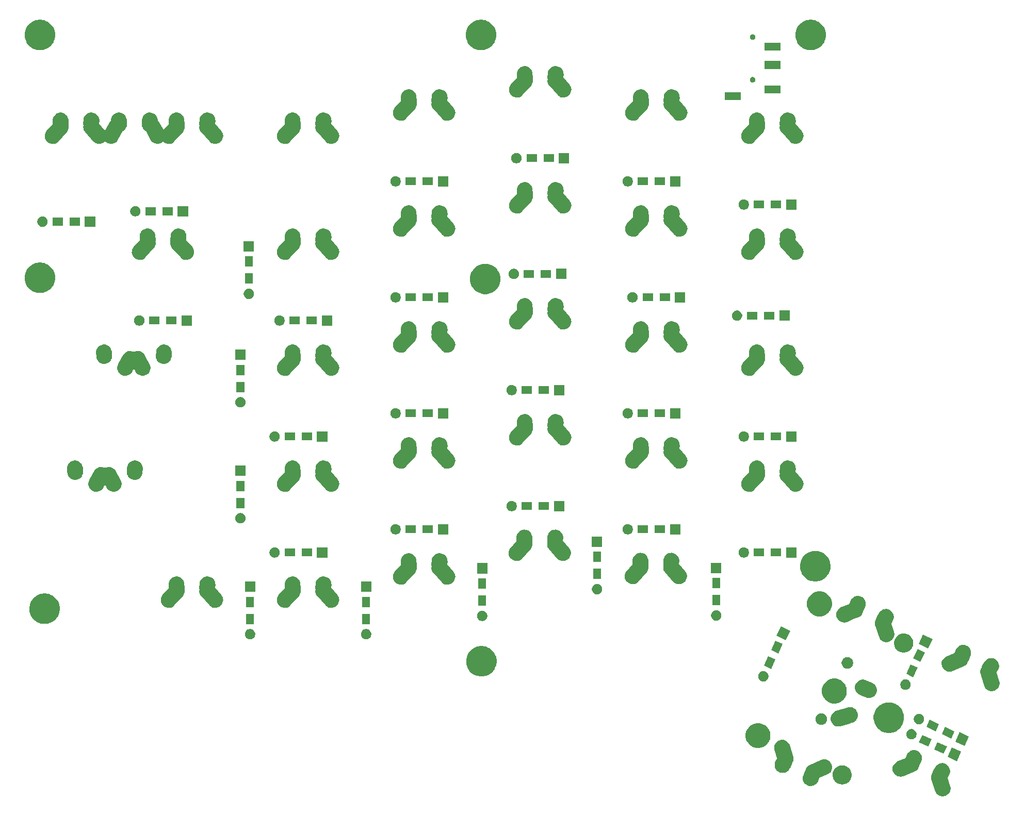
<source format=gbr>
G04 #@! TF.GenerationSoftware,KiCad,Pcbnew,(5.1.5)-3*
G04 #@! TF.CreationDate,2020-01-24T10:20:19+05:30*
G04 #@! TF.ProjectId,ergocape,6572676f-6361-4706-952e-6b696361645f,rev?*
G04 #@! TF.SameCoordinates,Original*
G04 #@! TF.FileFunction,Soldermask,Top*
G04 #@! TF.FilePolarity,Negative*
%FSLAX46Y46*%
G04 Gerber Fmt 4.6, Leading zero omitted, Abs format (unit mm)*
G04 Created by KiCad (PCBNEW (5.1.5)-3) date 2020-01-24 10:20:19*
%MOMM*%
%LPD*%
G04 APERTURE LIST*
%ADD10C,0.100000*%
G04 APERTURE END LIST*
D10*
G36*
X188259250Y-154172153D02*
G01*
X188344666Y-154173376D01*
X188595276Y-154226965D01*
X188830614Y-154328416D01*
X188830615Y-154328417D01*
X188830618Y-154328418D01*
X188932533Y-154398646D01*
X189041639Y-154473829D01*
X189101622Y-154535555D01*
X189220240Y-154657618D01*
X189315961Y-154805412D01*
X189359554Y-154872719D01*
X189382389Y-154930161D01*
X189454227Y-155110865D01*
X189469588Y-155194317D01*
X189500621Y-155362904D01*
X189496953Y-155619153D01*
X189454312Y-155818563D01*
X189443363Y-155869766D01*
X189367338Y-156046123D01*
X189367336Y-156046128D01*
X189367334Y-156046131D01*
X189169527Y-156403791D01*
X189121639Y-156490378D01*
X189111939Y-156512880D01*
X189106815Y-156536843D01*
X189106464Y-156561344D01*
X189111421Y-156587201D01*
X189538868Y-157994097D01*
X189576420Y-158182450D01*
X189576531Y-158438725D01*
X189526644Y-158690098D01*
X189501654Y-158750503D01*
X189428676Y-158926905D01*
X189428002Y-158927914D01*
X189286390Y-159140053D01*
X189105256Y-159321345D01*
X188892233Y-159463817D01*
X188773871Y-159512904D01*
X188655510Y-159561992D01*
X188571733Y-159578694D01*
X188404181Y-159612098D01*
X188276044Y-159612154D01*
X188147908Y-159612210D01*
X188147906Y-159612210D01*
X187896534Y-159562323D01*
X187659726Y-159464354D01*
X187446580Y-159322069D01*
X187265287Y-159140934D01*
X187122815Y-158927912D01*
X187049240Y-158750503D01*
X186518455Y-157003479D01*
X186441859Y-156751373D01*
X186435805Y-156721008D01*
X186404306Y-156563016D01*
X186404237Y-156403791D01*
X186404194Y-156306744D01*
X186428290Y-156185330D01*
X186454082Y-156055370D01*
X186552051Y-155818561D01*
X186640093Y-155686672D01*
X186651634Y-155665058D01*
X186658363Y-155643418D01*
X186671110Y-155583807D01*
X186747140Y-155407437D01*
X187090366Y-154786839D01*
X187145300Y-154707119D01*
X187199344Y-154628690D01*
X187383132Y-154450089D01*
X187598230Y-154310777D01*
X187598233Y-154310775D01*
X187704817Y-154268404D01*
X187836379Y-154216102D01*
X187981539Y-154189382D01*
X188088418Y-154169708D01*
X188088422Y-154169708D01*
X188259250Y-154172153D01*
G37*
G36*
X169092180Y-153567416D02*
G01*
X169140371Y-153581485D01*
X169338183Y-153639235D01*
X169518628Y-153733270D01*
X169565450Y-153757670D01*
X169765245Y-153918165D01*
X169929890Y-154114555D01*
X170053057Y-154339291D01*
X170091624Y-154461797D01*
X170130013Y-154583738D01*
X170154565Y-154808821D01*
X170157802Y-154838502D01*
X170135355Y-155093791D01*
X170135354Y-155093794D01*
X170063536Y-155339795D01*
X169996114Y-155469171D01*
X169945101Y-155567062D01*
X169784606Y-155766856D01*
X169588216Y-155931501D01*
X169419792Y-156023806D01*
X168067295Y-156600694D01*
X168045810Y-156612470D01*
X168027032Y-156628213D01*
X168011686Y-156647316D01*
X167999690Y-156670754D01*
X167817301Y-157144534D01*
X167731064Y-157316145D01*
X167573532Y-157518285D01*
X167519560Y-157564905D01*
X167379591Y-157685808D01*
X167156701Y-157812273D01*
X167109023Y-157828059D01*
X166913412Y-157892828D01*
X166659086Y-157924371D01*
X166659081Y-157924371D01*
X166403499Y-157905692D01*
X166403496Y-157905691D01*
X166403493Y-157905691D01*
X166156457Y-157837506D01*
X166156456Y-157837506D01*
X166156454Y-157837505D01*
X165927468Y-157722437D01*
X165725329Y-157564906D01*
X165685059Y-157518285D01*
X165612133Y-157433859D01*
X165557805Y-157370964D01*
X165431340Y-157148074D01*
X165413600Y-157094495D01*
X165350785Y-156904785D01*
X165319242Y-156650459D01*
X165319242Y-156650454D01*
X165337921Y-156394872D01*
X165337922Y-156394869D01*
X165337922Y-156394866D01*
X165389022Y-156209729D01*
X165643807Y-155547890D01*
X165730043Y-155376280D01*
X165767508Y-155328206D01*
X165780603Y-155307497D01*
X165788903Y-155286402D01*
X165789201Y-155285382D01*
X165826895Y-155156267D01*
X165833344Y-155134178D01*
X165896577Y-155012839D01*
X165951777Y-154906913D01*
X166112272Y-154707118D01*
X166308662Y-154542473D01*
X166477086Y-154450168D01*
X168398930Y-153630431D01*
X168582126Y-153572758D01*
X168631100Y-153567416D01*
X168836887Y-153544969D01*
X168836890Y-153544969D01*
X169092180Y-153567416D01*
G37*
G36*
X172077826Y-154541023D02*
G01*
X172253754Y-154576017D01*
X172319391Y-154603205D01*
X172540384Y-154694743D01*
X172540385Y-154694744D01*
X172798347Y-154867108D01*
X173017726Y-155086487D01*
X173089775Y-155194317D01*
X173190091Y-155344450D01*
X173222919Y-155423705D01*
X173308817Y-155631080D01*
X173317473Y-155674596D01*
X173356294Y-155869762D01*
X173369343Y-155935367D01*
X173369343Y-156245615D01*
X173308817Y-156549902D01*
X173282900Y-156612470D01*
X173190091Y-156836532D01*
X173190090Y-156836533D01*
X173017726Y-157094495D01*
X172798347Y-157313874D01*
X172699726Y-157379770D01*
X172540384Y-157486239D01*
X172372480Y-157555787D01*
X172253754Y-157604965D01*
X172101610Y-157635228D01*
X171949468Y-157665491D01*
X171639218Y-157665491D01*
X171487076Y-157635228D01*
X171334932Y-157604965D01*
X171216206Y-157555787D01*
X171048302Y-157486239D01*
X170888960Y-157379770D01*
X170790339Y-157313874D01*
X170570960Y-157094495D01*
X170398596Y-156836533D01*
X170398595Y-156836532D01*
X170305786Y-156612470D01*
X170279869Y-156549902D01*
X170219343Y-156245615D01*
X170219343Y-155935367D01*
X170232393Y-155869762D01*
X170271213Y-155674596D01*
X170279869Y-155631080D01*
X170365767Y-155423705D01*
X170398595Y-155344450D01*
X170498911Y-155194317D01*
X170570960Y-155086487D01*
X170790339Y-154867108D01*
X171048301Y-154694744D01*
X171048302Y-154694743D01*
X171269295Y-154603205D01*
X171334932Y-154576017D01*
X171510860Y-154541023D01*
X171639218Y-154515491D01*
X171949468Y-154515491D01*
X172077826Y-154541023D01*
G37*
G36*
X183816507Y-152037309D02*
G01*
X184063543Y-152105494D01*
X184063544Y-152105494D01*
X184063546Y-152105495D01*
X184292532Y-152220563D01*
X184494671Y-152378094D01*
X184662195Y-152572036D01*
X184788660Y-152794926D01*
X184809365Y-152857459D01*
X184869215Y-153038215D01*
X184900758Y-153292541D01*
X184900758Y-153292546D01*
X184882079Y-153548130D01*
X184882078Y-153548133D01*
X184882078Y-153548135D01*
X184859364Y-153630430D01*
X184830979Y-153733270D01*
X184789280Y-153841587D01*
X184576193Y-154395110D01*
X184489956Y-154566721D01*
X184476694Y-154583738D01*
X184452494Y-154614791D01*
X184439398Y-154635502D01*
X184431098Y-154656598D01*
X184386658Y-154808821D01*
X184312145Y-154951804D01*
X184268223Y-155036088D01*
X184107728Y-155235882D01*
X183911338Y-155400527D01*
X183742914Y-155492832D01*
X182859204Y-155869766D01*
X181821066Y-156312570D01*
X181637873Y-156370242D01*
X181383112Y-156398031D01*
X181383109Y-156398031D01*
X181127821Y-156375584D01*
X180906361Y-156310929D01*
X180881815Y-156303763D01*
X180803956Y-156263189D01*
X180654550Y-156185330D01*
X180454755Y-156024835D01*
X180290110Y-155828445D01*
X180166943Y-155603709D01*
X180089987Y-155359262D01*
X180086600Y-155328208D01*
X180062198Y-155104501D01*
X180063139Y-155093794D01*
X180084645Y-154849210D01*
X180149025Y-154628691D01*
X180156466Y-154603204D01*
X180231263Y-154459674D01*
X180274899Y-154375939D01*
X180435394Y-154176144D01*
X180631784Y-154011499D01*
X180800208Y-153919194D01*
X182152705Y-153342305D01*
X182174190Y-153330529D01*
X182192968Y-153314786D01*
X182208314Y-153295682D01*
X182220314Y-153272237D01*
X182221089Y-153270223D01*
X182402699Y-152798466D01*
X182488935Y-152626856D01*
X182620774Y-152457685D01*
X182646467Y-152424716D01*
X182840407Y-152257194D01*
X182840408Y-152257193D01*
X182904967Y-152220563D01*
X183063301Y-152130726D01*
X183144126Y-152103965D01*
X183306588Y-152050172D01*
X183560913Y-152018629D01*
X183816507Y-152037309D01*
G37*
G36*
X162180020Y-150352209D02*
G01*
X162323465Y-150380677D01*
X162560274Y-150478646D01*
X162773420Y-150620931D01*
X162954713Y-150802065D01*
X163097185Y-151015088D01*
X163170760Y-151192496D01*
X163778142Y-153191629D01*
X163815694Y-153379982D01*
X163815805Y-153636257D01*
X163765918Y-153887630D01*
X163752190Y-153920813D01*
X163667950Y-154124437D01*
X163656312Y-154141871D01*
X163579906Y-154256330D01*
X163568366Y-154277941D01*
X163561638Y-154299579D01*
X163549923Y-154354362D01*
X163548889Y-154359198D01*
X163472864Y-154535555D01*
X163472862Y-154535560D01*
X163472860Y-154535563D01*
X163339244Y-154777158D01*
X163129630Y-155156167D01*
X163059068Y-155258566D01*
X163020656Y-155314310D01*
X162850503Y-155479660D01*
X162836864Y-155492914D01*
X162621768Y-155632225D01*
X162383622Y-155726898D01*
X162131577Y-155773293D01*
X161882092Y-155769721D01*
X161875334Y-155769624D01*
X161624724Y-155716035D01*
X161389386Y-155614584D01*
X161389385Y-155614583D01*
X161389382Y-155614582D01*
X161178364Y-155469173D01*
X161178361Y-155469171D01*
X161013011Y-155299018D01*
X160999757Y-155285379D01*
X160860446Y-155070283D01*
X160765773Y-154832137D01*
X160719378Y-154580092D01*
X160723047Y-154323851D01*
X160725843Y-154310777D01*
X160776636Y-154073239D01*
X160852666Y-153896869D01*
X161098365Y-153452613D01*
X161108061Y-153430120D01*
X161113185Y-153406157D01*
X161113536Y-153381656D01*
X161108578Y-153355795D01*
X160763669Y-152220563D01*
X160681133Y-151948905D01*
X160679041Y-151938411D01*
X160643580Y-151760548D01*
X160643479Y-151528332D01*
X160643468Y-151504276D01*
X160678992Y-151325281D01*
X160693356Y-151252902D01*
X160791325Y-151016093D01*
X160933610Y-150802947D01*
X161114744Y-150621654D01*
X161327767Y-150479182D01*
X161329059Y-150478646D01*
X161564487Y-150381008D01*
X161648155Y-150364328D01*
X161815819Y-150330901D01*
X161943984Y-150330845D01*
X162072091Y-150330789D01*
X162180020Y-150352209D01*
G37*
G36*
X191350516Y-152306591D02*
G01*
X190631220Y-153849127D01*
X189088684Y-153129831D01*
X189807980Y-151587295D01*
X191350516Y-152306591D01*
G37*
G36*
X189000223Y-151431308D02*
G01*
X188465838Y-152577301D01*
X188449974Y-152611320D01*
X188449974Y-152611321D01*
X186907439Y-151892024D01*
X187457688Y-150712011D01*
X189000223Y-151431308D01*
G37*
G36*
X158578686Y-147683473D02*
G01*
X158736824Y-147748976D01*
X158950835Y-147837622D01*
X159285760Y-148061412D01*
X159570589Y-148346241D01*
X159794379Y-148681166D01*
X159858229Y-148835315D01*
X159948528Y-149053315D01*
X160027112Y-149448383D01*
X160027112Y-149851195D01*
X159948528Y-150246263D01*
X159858229Y-150464263D01*
X159794379Y-150618412D01*
X159570589Y-150953337D01*
X159285760Y-151238166D01*
X158950835Y-151461956D01*
X158848665Y-151504276D01*
X158578686Y-151616105D01*
X158183618Y-151694689D01*
X157780806Y-151694689D01*
X157385738Y-151616105D01*
X157115759Y-151504276D01*
X157013589Y-151461956D01*
X156678664Y-151238166D01*
X156393835Y-150953337D01*
X156170045Y-150618412D01*
X156106195Y-150464263D01*
X156015896Y-150246263D01*
X155937312Y-149851195D01*
X155937312Y-149448383D01*
X156015896Y-149053315D01*
X156106195Y-148835315D01*
X156170045Y-148681166D01*
X156393835Y-148346241D01*
X156678664Y-148061412D01*
X157013589Y-147837622D01*
X157227600Y-147748976D01*
X157385738Y-147683473D01*
X157780806Y-147604889D01*
X158183618Y-147604889D01*
X158578686Y-147683473D01*
G37*
G36*
X186462561Y-150247976D02*
G01*
X185948620Y-151350127D01*
X185912312Y-151427988D01*
X185912312Y-151427989D01*
X184369777Y-150708692D01*
X184920026Y-149528679D01*
X186462561Y-150247976D01*
G37*
G36*
X192600516Y-149807591D02*
G01*
X191881220Y-151350127D01*
X190338684Y-150630831D01*
X191057980Y-149088295D01*
X192600516Y-149807591D01*
G37*
G36*
X183398628Y-148603492D02*
G01*
X183553500Y-148667642D01*
X183692881Y-148760774D01*
X183811415Y-148879308D01*
X183904547Y-149018689D01*
X183968697Y-149173561D01*
X184001400Y-149337973D01*
X184001400Y-149505605D01*
X183968697Y-149670017D01*
X183904547Y-149824889D01*
X183811415Y-149964270D01*
X183692881Y-150082804D01*
X183553500Y-150175936D01*
X183398628Y-150240086D01*
X183234216Y-150272789D01*
X183066584Y-150272789D01*
X182902172Y-150240086D01*
X182747300Y-150175936D01*
X182607919Y-150082804D01*
X182489385Y-149964270D01*
X182396253Y-149824889D01*
X182332103Y-149670017D01*
X182299400Y-149505605D01*
X182299400Y-149337973D01*
X182332103Y-149173561D01*
X182396253Y-149018689D01*
X182489385Y-148879308D01*
X182607919Y-148760774D01*
X182747300Y-148667642D01*
X182902172Y-148603492D01*
X183066584Y-148570789D01*
X183234216Y-148570789D01*
X183398628Y-148603492D01*
G37*
G36*
X190250223Y-148932308D02*
G01*
X189769012Y-149964269D01*
X189699974Y-150112320D01*
X189699974Y-150112321D01*
X188157439Y-149393024D01*
X188707688Y-148213011D01*
X190250223Y-148932308D01*
G37*
G36*
X179938921Y-144257056D02*
G01*
X180180515Y-144305112D01*
X180635668Y-144493643D01*
X180738769Y-144562533D01*
X181045294Y-144767346D01*
X181393654Y-145115706D01*
X181558792Y-145362853D01*
X181667357Y-145525332D01*
X181855888Y-145980485D01*
X181893315Y-146168642D01*
X181952000Y-146463672D01*
X181952000Y-146956328D01*
X181937409Y-147029680D01*
X181855888Y-147439515D01*
X181763842Y-147661734D01*
X181667358Y-147894666D01*
X181393654Y-148304294D01*
X181045294Y-148652654D01*
X180738769Y-148857467D01*
X180635668Y-148926357D01*
X180635667Y-148926358D01*
X180635666Y-148926358D01*
X180629314Y-148928989D01*
X180180515Y-149114888D01*
X179938921Y-149162944D01*
X179697328Y-149211000D01*
X179204672Y-149211000D01*
X178963079Y-149162944D01*
X178721485Y-149114888D01*
X178272686Y-148928989D01*
X178266334Y-148926358D01*
X178266333Y-148926358D01*
X178266332Y-148926357D01*
X178163231Y-148857467D01*
X177856706Y-148652654D01*
X177508346Y-148304294D01*
X177234642Y-147894666D01*
X177138158Y-147661734D01*
X177046112Y-147439515D01*
X176964591Y-147029680D01*
X176950000Y-146956328D01*
X176950000Y-146463672D01*
X177008685Y-146168642D01*
X177046112Y-145980485D01*
X177234643Y-145525332D01*
X177343208Y-145362853D01*
X177508346Y-145115706D01*
X177856706Y-144767346D01*
X178163231Y-144562533D01*
X178266332Y-144493643D01*
X178721485Y-144305112D01*
X178963079Y-144257056D01*
X179204672Y-144209000D01*
X179697328Y-144209000D01*
X179938921Y-144257056D01*
G37*
G36*
X187712561Y-147748976D02*
G01*
X187163539Y-148926358D01*
X187162312Y-148928988D01*
X187162312Y-148928989D01*
X185619777Y-148209692D01*
X186170026Y-147029679D01*
X187712561Y-147748976D01*
G37*
G36*
X173347947Y-145002513D02*
G01*
X173456630Y-145024082D01*
X173456635Y-145024084D01*
X173456947Y-145024146D01*
X173589224Y-145078937D01*
X173589275Y-145078958D01*
X173693726Y-145122169D01*
X173810404Y-145200131D01*
X173906585Y-145264336D01*
X173906588Y-145264339D01*
X173906844Y-145264510D01*
X174004116Y-145361782D01*
X174005225Y-145362890D01*
X174005226Y-145362891D01*
X174088090Y-145445683D01*
X174163328Y-145558283D01*
X174230349Y-145658493D01*
X174230350Y-145658496D01*
X174230514Y-145658741D01*
X174280818Y-145780187D01*
X174303670Y-145835289D01*
X174328635Y-145895484D01*
X174353679Y-146021392D01*
X174353690Y-146021446D01*
X174378685Y-146146818D01*
X174378685Y-146272380D01*
X174378742Y-146403096D01*
X174354752Y-146523700D01*
X174330550Y-146645649D01*
X174328802Y-146654458D01*
X174282564Y-146766085D01*
X174282543Y-146766136D01*
X174230786Y-146891243D01*
X174164453Y-146990518D01*
X174164423Y-146990563D01*
X174088454Y-147104366D01*
X174004912Y-147187908D01*
X174003805Y-147189016D01*
X174003804Y-147189017D01*
X173907277Y-147285628D01*
X173847021Y-147325889D01*
X173810468Y-147350312D01*
X173694444Y-147427911D01*
X173694440Y-147427913D01*
X173694227Y-147428055D01*
X173586341Y-147472743D01*
X173517035Y-147501486D01*
X173517031Y-147501487D01*
X173511746Y-147503679D01*
X173511072Y-147503921D01*
X173457172Y-147526247D01*
X173400565Y-147537507D01*
X173388618Y-147540502D01*
X172728423Y-147741084D01*
X171517905Y-148108867D01*
X171517903Y-148108867D01*
X171517901Y-148108868D01*
X171329548Y-148146420D01*
X171201355Y-148146476D01*
X171073276Y-148146532D01*
X170965347Y-148125112D01*
X170821902Y-148096644D01*
X170585093Y-147998675D01*
X170371947Y-147856390D01*
X170190654Y-147675256D01*
X170048182Y-147462233D01*
X170034057Y-147428174D01*
X169950008Y-147225513D01*
X169925812Y-147104146D01*
X169899901Y-146974181D01*
X169899838Y-146829377D01*
X169899789Y-146717909D01*
X169935312Y-146538918D01*
X169949677Y-146466535D01*
X170047646Y-146229726D01*
X170189931Y-146016580D01*
X170371065Y-145835287D01*
X170584088Y-145692815D01*
X170761496Y-145619240D01*
X172632682Y-145050731D01*
X172644175Y-145046616D01*
X172698197Y-145024239D01*
X172840682Y-144995898D01*
X172948982Y-144974306D01*
X172948984Y-144974306D01*
X172949300Y-144974243D01*
X173094435Y-144974243D01*
X173205257Y-144974195D01*
X173205583Y-144974195D01*
X173347947Y-145002513D01*
G37*
G36*
X168639494Y-146008590D02*
G01*
X168812565Y-146080278D01*
X168889917Y-146131963D01*
X168968326Y-146184354D01*
X169100789Y-146316817D01*
X169143212Y-146380308D01*
X169204865Y-146472578D01*
X169276553Y-146645649D01*
X169313099Y-146829377D01*
X169313099Y-147016711D01*
X169276553Y-147200439D01*
X169204865Y-147373510D01*
X169204864Y-147373511D01*
X169100789Y-147529271D01*
X168968326Y-147661734D01*
X168889917Y-147714125D01*
X168812565Y-147765810D01*
X168639494Y-147837498D01*
X168455766Y-147874044D01*
X168268432Y-147874044D01*
X168084704Y-147837498D01*
X167911633Y-147765810D01*
X167834281Y-147714125D01*
X167755872Y-147661734D01*
X167623409Y-147529271D01*
X167519334Y-147373511D01*
X167519333Y-147373510D01*
X167447645Y-147200439D01*
X167411099Y-147016711D01*
X167411099Y-146829377D01*
X167447645Y-146645649D01*
X167519333Y-146472578D01*
X167580986Y-146380308D01*
X167623409Y-146316817D01*
X167755872Y-146184354D01*
X167834281Y-146131963D01*
X167911633Y-146080278D01*
X168084704Y-146008590D01*
X168268432Y-145972044D01*
X168455766Y-145972044D01*
X168639494Y-146008590D01*
G37*
G36*
X184648628Y-146104492D02*
G01*
X184803500Y-146168642D01*
X184942881Y-146261774D01*
X185061415Y-146380308D01*
X185154547Y-146519689D01*
X185218697Y-146674561D01*
X185251400Y-146838973D01*
X185251400Y-147006605D01*
X185218697Y-147171017D01*
X185154547Y-147325889D01*
X185061415Y-147465270D01*
X184942881Y-147583804D01*
X184803500Y-147676936D01*
X184648628Y-147741086D01*
X184484216Y-147773789D01*
X184316584Y-147773789D01*
X184152172Y-147741086D01*
X183997300Y-147676936D01*
X183857919Y-147583804D01*
X183739385Y-147465270D01*
X183646253Y-147325889D01*
X183582103Y-147171017D01*
X183549400Y-147006605D01*
X183549400Y-146838973D01*
X183582103Y-146674561D01*
X183646253Y-146519689D01*
X183739385Y-146380308D01*
X183857919Y-146261774D01*
X183997300Y-146168642D01*
X184152172Y-146104492D01*
X184316584Y-146071789D01*
X184484216Y-146071789D01*
X184648628Y-146104492D01*
G37*
G36*
X171105474Y-140352684D02*
G01*
X171274266Y-140422600D01*
X171477623Y-140506833D01*
X171812548Y-140730623D01*
X172097377Y-141015452D01*
X172321167Y-141350377D01*
X172376589Y-141484178D01*
X172475316Y-141722526D01*
X172553900Y-142117594D01*
X172553900Y-142520406D01*
X172475316Y-142915474D01*
X172421787Y-143044704D01*
X172321167Y-143287623D01*
X172097377Y-143622548D01*
X171812548Y-143907377D01*
X171477623Y-144131167D01*
X171323474Y-144195017D01*
X171105474Y-144285316D01*
X170710406Y-144363900D01*
X170307594Y-144363900D01*
X169912526Y-144285316D01*
X169694526Y-144195017D01*
X169540377Y-144131167D01*
X169205452Y-143907377D01*
X168920623Y-143622548D01*
X168696833Y-143287623D01*
X168596213Y-143044704D01*
X168542684Y-142915474D01*
X168464100Y-142520406D01*
X168464100Y-142117594D01*
X168542684Y-141722526D01*
X168641411Y-141484178D01*
X168696833Y-141350377D01*
X168920623Y-141015452D01*
X169205452Y-140730623D01*
X169540377Y-140506833D01*
X169743734Y-140422600D01*
X169912526Y-140352684D01*
X170307594Y-140274100D01*
X170710406Y-140274100D01*
X171105474Y-140352684D01*
G37*
G36*
X175570264Y-140492700D02*
G01*
X175807030Y-140590772D01*
X175807032Y-140590773D01*
X175922232Y-140667747D01*
X175935942Y-140676908D01*
X175957553Y-140688459D01*
X175981002Y-140695572D01*
X176023419Y-140704009D01*
X176117066Y-140742799D01*
X176119902Y-140743933D01*
X176538889Y-140905607D01*
X176559501Y-140911586D01*
X176565982Y-140912875D01*
X176676986Y-140958855D01*
X176679785Y-140959974D01*
X176714387Y-140973326D01*
X176721715Y-140977016D01*
X176730074Y-140980845D01*
X176802750Y-141010948D01*
X176838078Y-141034553D01*
X176851308Y-141042264D01*
X176885929Y-141059696D01*
X176943058Y-141104290D01*
X176950526Y-141109689D01*
X177015833Y-141153326D01*
X177045832Y-141183325D01*
X177057304Y-141193469D01*
X177087946Y-141217388D01*
X177135399Y-141272412D01*
X177141662Y-141279155D01*
X177197049Y-141334542D01*
X177220542Y-141369701D01*
X177229814Y-141381888D01*
X177255313Y-141411455D01*
X177291266Y-141474938D01*
X177296096Y-141482777D01*
X177297917Y-141485503D01*
X177339427Y-141547627D01*
X177355527Y-141586497D01*
X177362245Y-141600264D01*
X177381610Y-141634456D01*
X177404612Y-141704110D01*
X177407822Y-141712748D01*
X177437498Y-141784392D01*
X177445656Y-141825406D01*
X177449557Y-141840210D01*
X177461971Y-141877802D01*
X177471004Y-141951103D01*
X177472465Y-141960184D01*
X177487494Y-142035740D01*
X177487494Y-142077253D01*
X177488431Y-142092528D01*
X177493314Y-142132152D01*
X177493314Y-142132157D01*
X177487834Y-142206335D01*
X177487494Y-142215544D01*
X177487494Y-142292019D01*
X177479463Y-142332396D01*
X177477401Y-142347571D01*
X177474434Y-142387731D01*
X177454431Y-142459982D01*
X177452301Y-142468948D01*
X177437498Y-142543369D01*
X177421879Y-142581076D01*
X177416896Y-142595557D01*
X177406055Y-142634714D01*
X177372068Y-142702216D01*
X177368230Y-142710594D01*
X177339425Y-142780135D01*
X177316955Y-142813764D01*
X177309242Y-142826996D01*
X177290806Y-142863613D01*
X177243928Y-142923668D01*
X177238530Y-142931135D01*
X177197048Y-142993217D01*
X177168704Y-143021561D01*
X177158558Y-143033035D01*
X177133117Y-143065627D01*
X177074983Y-143115763D01*
X177068231Y-143122034D01*
X177015833Y-143174432D01*
X176982788Y-143196512D01*
X176970598Y-143205786D01*
X176939042Y-143233001D01*
X176871783Y-143271093D01*
X176863938Y-143275926D01*
X176802749Y-143316811D01*
X176766317Y-143331901D01*
X176752550Y-143338619D01*
X176716052Y-143359290D01*
X176716049Y-143359291D01*
X176642199Y-143383679D01*
X176633580Y-143386882D01*
X176612861Y-143395464D01*
X176565979Y-143414884D01*
X176527558Y-143422526D01*
X176512749Y-143426428D01*
X176472701Y-143439653D01*
X176395139Y-143449211D01*
X176386052Y-143450673D01*
X176314633Y-143464879D01*
X176275661Y-143464879D01*
X176260382Y-143465817D01*
X176218350Y-143470996D01*
X176218347Y-143470996D01*
X176140147Y-143465219D01*
X176130938Y-143464879D01*
X176058355Y-143464879D01*
X176020277Y-143457305D01*
X176005100Y-143455243D01*
X175976399Y-143453123D01*
X175962772Y-143452116D01*
X175887027Y-143431146D01*
X175878070Y-143429018D01*
X175807007Y-143414883D01*
X175713385Y-143376104D01*
X175710550Y-143374970D01*
X175291534Y-143213284D01*
X175270919Y-143207305D01*
X175264444Y-143206017D01*
X175153453Y-143160043D01*
X175150617Y-143158909D01*
X175116041Y-143145567D01*
X175108726Y-143141884D01*
X175100346Y-143138045D01*
X175027674Y-143107943D01*
X174992348Y-143084339D01*
X174979124Y-143076631D01*
X174944494Y-143059195D01*
X174902585Y-143026481D01*
X174881885Y-143013371D01*
X174850060Y-143002420D01*
X174811289Y-142994708D01*
X174574524Y-142896636D01*
X174574523Y-142896636D01*
X174574522Y-142896635D01*
X174361438Y-142754257D01*
X174180224Y-142573043D01*
X174037846Y-142359959D01*
X173978027Y-142215544D01*
X173939773Y-142123191D01*
X173889777Y-141871843D01*
X173889777Y-141615565D01*
X173939773Y-141364217D01*
X174037845Y-141127451D01*
X174053321Y-141104290D01*
X174180224Y-140914365D01*
X174361438Y-140733151D01*
X174574522Y-140590773D01*
X174574524Y-140590772D01*
X174811290Y-140492700D01*
X175062638Y-140442704D01*
X175318916Y-140442704D01*
X175570264Y-140492700D01*
G37*
G36*
X196309250Y-136907153D02*
G01*
X196394666Y-136908376D01*
X196645276Y-136961965D01*
X196880614Y-137063416D01*
X196880615Y-137063417D01*
X196880618Y-137063418D01*
X196982533Y-137133646D01*
X197091639Y-137208829D01*
X197154039Y-137273042D01*
X197270240Y-137392618D01*
X197368169Y-137543821D01*
X197409554Y-137607719D01*
X197432389Y-137665161D01*
X197504227Y-137845865D01*
X197519588Y-137929317D01*
X197550621Y-138097904D01*
X197546953Y-138354153D01*
X197504312Y-138553563D01*
X197493363Y-138604766D01*
X197417338Y-138781123D01*
X197417336Y-138781128D01*
X197417334Y-138781131D01*
X197177934Y-139213996D01*
X197171639Y-139225378D01*
X197161939Y-139247880D01*
X197156815Y-139271843D01*
X197156464Y-139296344D01*
X197161421Y-139322201D01*
X197588868Y-140729097D01*
X197626420Y-140917450D01*
X197626531Y-141173725D01*
X197576644Y-141425098D01*
X197556025Y-141474938D01*
X197478676Y-141661905D01*
X197432444Y-141731161D01*
X197336390Y-141875053D01*
X197155256Y-142056345D01*
X196942233Y-142198817D01*
X196840305Y-142241089D01*
X196705510Y-142296992D01*
X196621733Y-142313694D01*
X196454181Y-142347098D01*
X196326042Y-142347154D01*
X196197908Y-142347210D01*
X196197906Y-142347210D01*
X195946534Y-142297323D01*
X195709726Y-142199354D01*
X195496580Y-142057069D01*
X195315287Y-141875934D01*
X195200369Y-141704110D01*
X195172816Y-141662914D01*
X195172398Y-141661905D01*
X195099240Y-141485503D01*
X194599083Y-139839288D01*
X194491859Y-139486373D01*
X194489767Y-139475880D01*
X194454306Y-139298016D01*
X194454237Y-139138791D01*
X194454194Y-139041744D01*
X194478290Y-138920330D01*
X194504082Y-138790370D01*
X194597962Y-138563445D01*
X194602050Y-138553563D01*
X194668749Y-138453647D01*
X194690093Y-138421672D01*
X194701634Y-138400058D01*
X194708363Y-138378418D01*
X194721110Y-138318807D01*
X194797140Y-138142437D01*
X195140366Y-137521839D01*
X195198441Y-137437561D01*
X195249344Y-137363690D01*
X195433132Y-137185089D01*
X195648230Y-137045777D01*
X195648233Y-137045775D01*
X195754615Y-137003484D01*
X195886379Y-136951102D01*
X196031539Y-136924382D01*
X196138418Y-136904708D01*
X196138422Y-136904708D01*
X196309250Y-136907153D01*
G37*
G36*
X182437017Y-140455303D02*
G01*
X182591889Y-140519453D01*
X182731270Y-140612585D01*
X182849804Y-140731119D01*
X182942936Y-140870500D01*
X183007086Y-141025372D01*
X183039789Y-141189784D01*
X183039789Y-141357416D01*
X183007086Y-141521828D01*
X182942936Y-141676700D01*
X182849804Y-141816081D01*
X182731270Y-141934615D01*
X182591889Y-142027747D01*
X182437017Y-142091897D01*
X182272605Y-142124600D01*
X182104973Y-142124600D01*
X181940561Y-142091897D01*
X181785689Y-142027747D01*
X181646308Y-141934615D01*
X181527774Y-141816081D01*
X181434642Y-141676700D01*
X181370492Y-141521828D01*
X181337789Y-141357416D01*
X181337789Y-141189784D01*
X181370492Y-141025372D01*
X181434642Y-140870500D01*
X181527774Y-140731119D01*
X181646308Y-140612585D01*
X181785689Y-140519453D01*
X181940561Y-140455303D01*
X182104973Y-140422600D01*
X182272605Y-140422600D01*
X182437017Y-140455303D01*
G37*
G36*
X159103017Y-139095303D02*
G01*
X159257889Y-139159453D01*
X159397270Y-139252585D01*
X159515804Y-139371119D01*
X159608936Y-139510500D01*
X159673086Y-139665372D01*
X159705789Y-139829784D01*
X159705789Y-139997416D01*
X159673086Y-140161828D01*
X159608936Y-140316700D01*
X159515804Y-140456081D01*
X159397270Y-140574615D01*
X159257889Y-140667747D01*
X159103017Y-140731897D01*
X158938605Y-140764600D01*
X158770973Y-140764600D01*
X158606561Y-140731897D01*
X158451689Y-140667747D01*
X158312308Y-140574615D01*
X158193774Y-140456081D01*
X158100642Y-140316700D01*
X158036492Y-140161828D01*
X158003789Y-139997416D01*
X158003789Y-139829784D01*
X158036492Y-139665372D01*
X158100642Y-139510500D01*
X158193774Y-139371119D01*
X158312308Y-139252585D01*
X158451689Y-139159453D01*
X158606561Y-139095303D01*
X158770973Y-139062600D01*
X158938605Y-139062600D01*
X159103017Y-139095303D01*
G37*
G36*
X184194989Y-138511688D02*
G01*
X183475692Y-140054223D01*
X182295679Y-139503974D01*
X183014976Y-137961439D01*
X184194989Y-138511688D01*
G37*
G36*
X113073921Y-134986056D02*
G01*
X113315515Y-135034112D01*
X113770668Y-135222643D01*
X113802842Y-135244141D01*
X114180294Y-135496346D01*
X114528654Y-135844706D01*
X114676203Y-136065529D01*
X114802357Y-136254332D01*
X114990888Y-136709485D01*
X115011915Y-136815193D01*
X115087000Y-137192672D01*
X115087000Y-137685328D01*
X115044131Y-137900842D01*
X114990888Y-138168515D01*
X114891029Y-138409596D01*
X114810187Y-138604766D01*
X114802357Y-138623668D01*
X114747851Y-138705242D01*
X114528654Y-139033294D01*
X114180294Y-139381654D01*
X113913562Y-139559878D01*
X113770668Y-139655357D01*
X113770667Y-139655358D01*
X113770666Y-139655358D01*
X113637356Y-139710577D01*
X113315515Y-139843888D01*
X113233750Y-139860152D01*
X112832328Y-139940000D01*
X112339672Y-139940000D01*
X111938250Y-139860152D01*
X111856485Y-139843888D01*
X111534644Y-139710577D01*
X111401334Y-139655358D01*
X111401333Y-139655358D01*
X111401332Y-139655357D01*
X111258438Y-139559878D01*
X110991706Y-139381654D01*
X110643346Y-139033294D01*
X110424149Y-138705242D01*
X110369643Y-138623668D01*
X110361814Y-138604766D01*
X110280971Y-138409596D01*
X110181112Y-138168515D01*
X110127869Y-137900842D01*
X110085000Y-137685328D01*
X110085000Y-137192672D01*
X110160085Y-136815193D01*
X110181112Y-136709485D01*
X110369643Y-136254332D01*
X110495797Y-136065529D01*
X110643346Y-135844706D01*
X110991706Y-135496346D01*
X111369158Y-135244141D01*
X111401332Y-135222643D01*
X111856485Y-135034112D01*
X112098079Y-134986056D01*
X112339672Y-134938000D01*
X112832328Y-134938000D01*
X113073921Y-134986056D01*
G37*
G36*
X191866507Y-134772309D02*
G01*
X192113543Y-134840494D01*
X192113544Y-134840494D01*
X192113546Y-134840495D01*
X192342532Y-134955563D01*
X192544671Y-135113094D01*
X192712195Y-135307036D01*
X192838660Y-135529926D01*
X192849502Y-135562671D01*
X192919215Y-135773215D01*
X192950758Y-136027541D01*
X192950758Y-136027546D01*
X192932079Y-136283130D01*
X192880979Y-136468270D01*
X192829713Y-136601439D01*
X192626193Y-137130110D01*
X192541918Y-137297817D01*
X192539955Y-137301722D01*
X192502494Y-137349791D01*
X192489398Y-137370502D01*
X192481098Y-137391598D01*
X192436658Y-137543821D01*
X192352376Y-137705551D01*
X192318223Y-137771088D01*
X192157728Y-137970882D01*
X191961338Y-138135527D01*
X191792914Y-138227832D01*
X190909204Y-138604766D01*
X189871066Y-139047570D01*
X189687873Y-139105242D01*
X189433112Y-139133031D01*
X189433109Y-139133031D01*
X189177821Y-139110584D01*
X188961975Y-139047568D01*
X188931815Y-139038763D01*
X188853956Y-138998189D01*
X188704550Y-138920330D01*
X188504755Y-138759835D01*
X188340110Y-138563445D01*
X188216943Y-138338709D01*
X188139987Y-138094262D01*
X188121995Y-137929317D01*
X188112198Y-137839501D01*
X188112198Y-137839498D01*
X188134645Y-137584210D01*
X188199025Y-137363691D01*
X188206466Y-137338204D01*
X188282306Y-137192673D01*
X188324899Y-137110939D01*
X188485394Y-136911144D01*
X188681784Y-136746499D01*
X188850208Y-136654194D01*
X190202705Y-136077305D01*
X190224190Y-136065529D01*
X190242968Y-136049786D01*
X190258314Y-136030682D01*
X190270314Y-136007237D01*
X190286204Y-135965960D01*
X190452699Y-135533466D01*
X190538935Y-135361856D01*
X190647428Y-135222642D01*
X190696467Y-135159716D01*
X190890407Y-134992194D01*
X190890408Y-134992193D01*
X190954967Y-134955563D01*
X191113301Y-134865726D01*
X191194126Y-134838965D01*
X191356588Y-134785172D01*
X191610913Y-134753629D01*
X191866507Y-134772309D01*
G37*
G36*
X160860989Y-137151688D02*
G01*
X160141692Y-138694223D01*
X158961679Y-138143974D01*
X159680976Y-136601439D01*
X160860989Y-137151688D01*
G37*
G36*
X172933296Y-136800502D02*
G01*
X173106367Y-136872190D01*
X173160523Y-136908376D01*
X173262128Y-136976266D01*
X173394591Y-137108729D01*
X173408877Y-137130110D01*
X173498667Y-137264490D01*
X173570355Y-137437561D01*
X173606901Y-137621289D01*
X173606901Y-137808623D01*
X173570355Y-137992351D01*
X173498667Y-138165422D01*
X173498666Y-138165423D01*
X173394591Y-138321183D01*
X173262128Y-138453646D01*
X173199076Y-138495776D01*
X173106367Y-138557722D01*
X172933296Y-138629410D01*
X172749568Y-138665956D01*
X172562234Y-138665956D01*
X172378506Y-138629410D01*
X172205435Y-138557722D01*
X172112726Y-138495776D01*
X172049674Y-138453646D01*
X171917211Y-138321183D01*
X171813136Y-138165423D01*
X171813135Y-138165422D01*
X171741447Y-137992351D01*
X171704901Y-137808623D01*
X171704901Y-137621289D01*
X171741447Y-137437561D01*
X171813135Y-137264490D01*
X171902925Y-137130110D01*
X171917211Y-137108729D01*
X172049674Y-136976266D01*
X172151279Y-136908376D01*
X172205435Y-136872190D01*
X172378506Y-136800502D01*
X172562234Y-136763956D01*
X172749568Y-136763956D01*
X172933296Y-136800502D01*
G37*
G36*
X185378321Y-135974026D02*
G01*
X184659024Y-137516561D01*
X183479011Y-136966312D01*
X184198308Y-135423777D01*
X185378321Y-135974026D01*
G37*
G36*
X162044321Y-134614026D02*
G01*
X161325024Y-136156561D01*
X160145011Y-135606312D01*
X160864308Y-134063777D01*
X162044321Y-134614026D01*
G37*
G36*
X182184177Y-132905184D02*
G01*
X182344188Y-132937012D01*
X182462914Y-132986190D01*
X182630818Y-133055738D01*
X182657378Y-133073485D01*
X182888781Y-133228103D01*
X183108160Y-133447482D01*
X183164285Y-133531480D01*
X183280525Y-133705445D01*
X183322712Y-133807295D01*
X183399251Y-133992075D01*
X183407621Y-134034154D01*
X183459777Y-134296361D01*
X183459777Y-134606611D01*
X183457905Y-134616020D01*
X183399251Y-134910897D01*
X183358406Y-135009506D01*
X183280525Y-135197527D01*
X183263743Y-135222643D01*
X183108160Y-135455490D01*
X182888781Y-135674869D01*
X182777843Y-135748995D01*
X182630818Y-135847234D01*
X182462914Y-135916782D01*
X182344188Y-135965960D01*
X182039902Y-136026486D01*
X181729652Y-136026486D01*
X181425366Y-135965960D01*
X181306640Y-135916782D01*
X181138736Y-135847234D01*
X180991711Y-135748995D01*
X180880773Y-135674869D01*
X180661394Y-135455490D01*
X180505811Y-135222643D01*
X180489029Y-135197527D01*
X180411148Y-135009506D01*
X180370303Y-134910897D01*
X180311649Y-134616020D01*
X180309777Y-134606611D01*
X180309777Y-134296361D01*
X180361933Y-134034154D01*
X180370303Y-133992075D01*
X180446842Y-133807295D01*
X180489029Y-133705445D01*
X180605269Y-133531480D01*
X180661394Y-133447482D01*
X180880773Y-133228103D01*
X181112176Y-133073485D01*
X181138736Y-133055738D01*
X181306640Y-132986190D01*
X181425366Y-132937012D01*
X181585377Y-132905184D01*
X181729652Y-132876486D01*
X182039902Y-132876486D01*
X182184177Y-132905184D01*
G37*
G36*
X186616127Y-133792780D02*
G01*
X185896831Y-135335316D01*
X184354295Y-134616020D01*
X185073591Y-133073484D01*
X186616127Y-133792780D01*
G37*
G36*
X179032250Y-128844153D02*
G01*
X179117666Y-128845376D01*
X179368276Y-128898965D01*
X179603614Y-129000416D01*
X179603615Y-129000417D01*
X179603618Y-129000418D01*
X179705533Y-129070646D01*
X179814639Y-129145829D01*
X179877039Y-129210042D01*
X179993240Y-129329618D01*
X180091169Y-129480821D01*
X180132554Y-129544719D01*
X180155389Y-129602161D01*
X180227227Y-129782865D01*
X180250239Y-129907881D01*
X180273621Y-130034904D01*
X180269953Y-130291153D01*
X180227312Y-130490563D01*
X180216363Y-130541766D01*
X180140338Y-130718123D01*
X180140336Y-130718128D01*
X180140334Y-130718131D01*
X179942527Y-131075791D01*
X179894639Y-131162378D01*
X179884939Y-131184880D01*
X179879815Y-131208843D01*
X179879464Y-131233344D01*
X179884421Y-131259201D01*
X180311868Y-132666097D01*
X180349420Y-132854450D01*
X180349531Y-133110725D01*
X180299644Y-133362098D01*
X180287233Y-133392097D01*
X180201676Y-133598905D01*
X180165480Y-133653127D01*
X180059390Y-133812053D01*
X179878256Y-133993345D01*
X179665233Y-134135817D01*
X179546871Y-134184904D01*
X179428510Y-134233992D01*
X179344733Y-134250694D01*
X179177181Y-134284098D01*
X179049045Y-134284154D01*
X178920908Y-134284210D01*
X178920906Y-134284210D01*
X178669534Y-134234323D01*
X178432726Y-134136354D01*
X178219580Y-133994069D01*
X178038287Y-133812934D01*
X177931406Y-133653127D01*
X177895816Y-133599914D01*
X177895398Y-133598905D01*
X177822240Y-133422503D01*
X177291455Y-131675479D01*
X177214859Y-131423373D01*
X177212767Y-131412880D01*
X177177306Y-131235016D01*
X177177237Y-131075791D01*
X177177194Y-130978744D01*
X177201290Y-130857330D01*
X177227082Y-130727370D01*
X177325051Y-130490561D01*
X177413093Y-130358672D01*
X177424634Y-130337058D01*
X177431363Y-130315418D01*
X177444110Y-130255807D01*
X177520140Y-130079437D01*
X177863366Y-129458839D01*
X177926982Y-129366520D01*
X177972344Y-129300690D01*
X178156132Y-129122089D01*
X178371230Y-128982777D01*
X178371233Y-128982775D01*
X178477615Y-128940484D01*
X178609379Y-128888102D01*
X178754539Y-128861382D01*
X178861418Y-128841708D01*
X178861422Y-128841708D01*
X179032250Y-128844153D01*
G37*
G36*
X163282127Y-132432780D02*
G01*
X162562831Y-133975316D01*
X161020295Y-133256020D01*
X161739591Y-131713484D01*
X163282127Y-132432780D01*
G37*
G36*
X93910728Y-132170703D02*
G01*
X94065600Y-132234853D01*
X94204981Y-132327985D01*
X94323515Y-132446519D01*
X94416647Y-132585900D01*
X94480797Y-132740772D01*
X94513500Y-132905184D01*
X94513500Y-133072816D01*
X94480797Y-133237228D01*
X94416647Y-133392100D01*
X94323515Y-133531481D01*
X94204981Y-133650015D01*
X94065600Y-133743147D01*
X93910728Y-133807297D01*
X93746316Y-133840000D01*
X93578684Y-133840000D01*
X93414272Y-133807297D01*
X93259400Y-133743147D01*
X93120019Y-133650015D01*
X93001485Y-133531481D01*
X92908353Y-133392100D01*
X92844203Y-133237228D01*
X92811500Y-133072816D01*
X92811500Y-132905184D01*
X92844203Y-132740772D01*
X92908353Y-132585900D01*
X93001485Y-132446519D01*
X93120019Y-132327985D01*
X93259400Y-132234853D01*
X93414272Y-132170703D01*
X93578684Y-132138000D01*
X93746316Y-132138000D01*
X93910728Y-132170703D01*
G37*
G36*
X74860728Y-132170703D02*
G01*
X75015600Y-132234853D01*
X75154981Y-132327985D01*
X75273515Y-132446519D01*
X75366647Y-132585900D01*
X75430797Y-132740772D01*
X75463500Y-132905184D01*
X75463500Y-133072816D01*
X75430797Y-133237228D01*
X75366647Y-133392100D01*
X75273515Y-133531481D01*
X75154981Y-133650015D01*
X75015600Y-133743147D01*
X74860728Y-133807297D01*
X74696316Y-133840000D01*
X74528684Y-133840000D01*
X74364272Y-133807297D01*
X74209400Y-133743147D01*
X74070019Y-133650015D01*
X73951485Y-133531481D01*
X73858353Y-133392100D01*
X73794203Y-133237228D01*
X73761500Y-133072816D01*
X73761500Y-132905184D01*
X73794203Y-132740772D01*
X73858353Y-132585900D01*
X73951485Y-132446519D01*
X74070019Y-132327985D01*
X74209400Y-132234853D01*
X74364272Y-132170703D01*
X74528684Y-132138000D01*
X74696316Y-132138000D01*
X74860728Y-132170703D01*
G37*
G36*
X94313500Y-131340000D02*
G01*
X93011500Y-131340000D01*
X93011500Y-129638000D01*
X94313500Y-129638000D01*
X94313500Y-131340000D01*
G37*
G36*
X75263500Y-131340000D02*
G01*
X73961500Y-131340000D01*
X73961500Y-129638000D01*
X75263500Y-129638000D01*
X75263500Y-131340000D01*
G37*
G36*
X41293108Y-126332390D02*
G01*
X41623515Y-126398112D01*
X42078668Y-126586643D01*
X42165392Y-126644590D01*
X42488294Y-126860346D01*
X42836654Y-127208706D01*
X42916051Y-127327533D01*
X43110357Y-127618332D01*
X43298888Y-128073485D01*
X43335988Y-128260000D01*
X43395000Y-128556672D01*
X43395000Y-129049328D01*
X43352106Y-129264968D01*
X43298888Y-129532515D01*
X43226163Y-129708088D01*
X43114735Y-129977100D01*
X43110357Y-129987668D01*
X43064910Y-130055684D01*
X42836654Y-130397294D01*
X42488294Y-130745654D01*
X42181769Y-130950467D01*
X42078668Y-131019357D01*
X41623515Y-131207888D01*
X41487153Y-131235012D01*
X41140328Y-131304000D01*
X40647672Y-131304000D01*
X40300847Y-131235012D01*
X40164485Y-131207888D01*
X39709332Y-131019357D01*
X39606231Y-130950467D01*
X39299706Y-130745654D01*
X38951346Y-130397294D01*
X38723090Y-130055684D01*
X38677643Y-129987668D01*
X38673266Y-129977100D01*
X38561837Y-129708088D01*
X38489112Y-129532515D01*
X38435894Y-129264968D01*
X38393000Y-129049328D01*
X38393000Y-128556672D01*
X38452012Y-128260000D01*
X38489112Y-128073485D01*
X38677643Y-127618332D01*
X38871949Y-127327533D01*
X38951346Y-127208706D01*
X39299706Y-126860346D01*
X39622608Y-126644590D01*
X39709332Y-126586643D01*
X40164485Y-126398112D01*
X40494892Y-126332390D01*
X40647672Y-126302000D01*
X41140328Y-126302000D01*
X41293108Y-126332390D01*
G37*
G36*
X174589507Y-126709309D02*
G01*
X174836543Y-126777494D01*
X174836544Y-126777494D01*
X174836546Y-126777495D01*
X175065532Y-126892563D01*
X175267671Y-127050094D01*
X175435195Y-127244036D01*
X175561660Y-127466926D01*
X175572502Y-127499671D01*
X175642215Y-127710215D01*
X175673758Y-127964541D01*
X175673758Y-127964546D01*
X175655079Y-128220130D01*
X175655078Y-128220133D01*
X175655078Y-128220135D01*
X175631911Y-128304071D01*
X175603979Y-128405270D01*
X175559056Y-128521964D01*
X175349193Y-129067110D01*
X175264918Y-129234817D01*
X175262955Y-129238722D01*
X175225494Y-129286791D01*
X175212398Y-129307502D01*
X175204098Y-129328598D01*
X175159658Y-129480821D01*
X175077747Y-129638000D01*
X175041223Y-129708088D01*
X174880728Y-129907882D01*
X174684338Y-130072527D01*
X174515914Y-130164832D01*
X173632204Y-130541766D01*
X172594066Y-130984570D01*
X172410873Y-131042242D01*
X172156112Y-131070031D01*
X172156109Y-131070031D01*
X171900821Y-131047584D01*
X171684975Y-130984568D01*
X171654815Y-130975763D01*
X171576956Y-130935189D01*
X171427550Y-130857330D01*
X171227755Y-130696835D01*
X171063110Y-130500445D01*
X170939943Y-130275709D01*
X170862987Y-130031262D01*
X170849529Y-129907881D01*
X170835198Y-129776501D01*
X170835198Y-129776498D01*
X170857645Y-129521210D01*
X170922025Y-129300691D01*
X170929466Y-129275204D01*
X170992184Y-129154853D01*
X171047899Y-129047939D01*
X171208394Y-128848144D01*
X171404784Y-128683499D01*
X171573208Y-128591194D01*
X172925705Y-128014305D01*
X172947190Y-128002529D01*
X172965968Y-127986786D01*
X172981314Y-127967682D01*
X172993314Y-127944237D01*
X173007315Y-127907867D01*
X173175699Y-127470466D01*
X173261935Y-127298856D01*
X173371960Y-127157676D01*
X173419467Y-127096716D01*
X173613407Y-126929194D01*
X173613408Y-126929193D01*
X173734747Y-126860347D01*
X173836301Y-126802726D01*
X173917126Y-126775965D01*
X174079588Y-126722172D01*
X174333913Y-126690629D01*
X174589507Y-126709309D01*
G37*
G36*
X112960228Y-129154703D02*
G01*
X113115100Y-129218853D01*
X113254481Y-129311985D01*
X113373015Y-129430519D01*
X113466147Y-129569900D01*
X113530297Y-129724772D01*
X113563000Y-129889184D01*
X113563000Y-130056816D01*
X113530297Y-130221228D01*
X113466147Y-130376100D01*
X113373015Y-130515481D01*
X113254481Y-130634015D01*
X113115100Y-130727147D01*
X112960228Y-130791297D01*
X112795816Y-130824000D01*
X112628184Y-130824000D01*
X112463772Y-130791297D01*
X112308900Y-130727147D01*
X112169519Y-130634015D01*
X112050985Y-130515481D01*
X111957853Y-130376100D01*
X111893703Y-130221228D01*
X111861000Y-130056816D01*
X111861000Y-129889184D01*
X111893703Y-129724772D01*
X111957853Y-129569900D01*
X112050985Y-129430519D01*
X112169519Y-129311985D01*
X112308900Y-129218853D01*
X112463772Y-129154703D01*
X112628184Y-129122000D01*
X112795816Y-129122000D01*
X112960228Y-129154703D01*
G37*
G36*
X151378228Y-129090703D02*
G01*
X151533100Y-129154853D01*
X151672481Y-129247985D01*
X151791015Y-129366519D01*
X151884147Y-129505900D01*
X151948297Y-129660772D01*
X151981000Y-129825184D01*
X151981000Y-129992816D01*
X151948297Y-130157228D01*
X151884147Y-130312100D01*
X151791015Y-130451481D01*
X151672481Y-130570015D01*
X151533100Y-130663147D01*
X151378228Y-130727297D01*
X151213816Y-130760000D01*
X151046184Y-130760000D01*
X150881772Y-130727297D01*
X150726900Y-130663147D01*
X150587519Y-130570015D01*
X150468985Y-130451481D01*
X150375853Y-130312100D01*
X150311703Y-130157228D01*
X150279000Y-129992816D01*
X150279000Y-129825184D01*
X150311703Y-129660772D01*
X150375853Y-129505900D01*
X150468985Y-129366519D01*
X150587519Y-129247985D01*
X150726900Y-129154853D01*
X150881772Y-129090703D01*
X151046184Y-129058000D01*
X151213816Y-129058000D01*
X151378228Y-129090703D01*
G37*
G36*
X168669120Y-126044468D02*
G01*
X168884014Y-126133480D01*
X169041269Y-126198617D01*
X169376194Y-126422407D01*
X169661023Y-126707236D01*
X169884813Y-127042161D01*
X169884813Y-127042162D01*
X170038962Y-127414310D01*
X170117546Y-127809378D01*
X170117546Y-128212190D01*
X170038962Y-128607258D01*
X170007382Y-128683499D01*
X169884813Y-128979407D01*
X169661023Y-129314332D01*
X169376194Y-129599161D01*
X169041269Y-129822951D01*
X168887120Y-129886801D01*
X168669120Y-129977100D01*
X168274052Y-130055684D01*
X167871240Y-130055684D01*
X167476172Y-129977100D01*
X167258172Y-129886801D01*
X167104023Y-129822951D01*
X166769098Y-129599161D01*
X166484269Y-129314332D01*
X166260479Y-128979407D01*
X166137910Y-128683499D01*
X166106330Y-128607258D01*
X166027746Y-128212190D01*
X166027746Y-127809378D01*
X166106330Y-127414310D01*
X166260479Y-127042162D01*
X166260479Y-127042161D01*
X166484269Y-126707236D01*
X166769098Y-126422407D01*
X167104023Y-126198617D01*
X167261278Y-126133480D01*
X167476172Y-126044468D01*
X167871240Y-125965884D01*
X168274052Y-125965884D01*
X168669120Y-126044468D01*
G37*
G36*
X86943808Y-123528539D02*
G01*
X87020146Y-123541409D01*
X87259687Y-123632498D01*
X87450410Y-123752000D01*
X87476854Y-123768569D01*
X87663302Y-123944390D01*
X87772491Y-124097865D01*
X87811866Y-124153209D01*
X87916837Y-124386999D01*
X87916838Y-124387002D01*
X87974182Y-124636775D01*
X87979813Y-124828749D01*
X87944886Y-125335216D01*
X87945605Y-125359710D01*
X87951088Y-125383593D01*
X87961125Y-125405947D01*
X87976551Y-125427294D01*
X88954618Y-126517368D01*
X88958522Y-126521719D01*
X89072156Y-126676555D01*
X89180564Y-126908772D01*
X89241585Y-127157676D01*
X89245393Y-127244035D01*
X89252876Y-127413704D01*
X89221471Y-127618334D01*
X89214001Y-127667009D01*
X89126455Y-127907867D01*
X89044999Y-128042234D01*
X88993604Y-128127015D01*
X88993602Y-128127017D01*
X88820548Y-128316038D01*
X88613944Y-128467665D01*
X88613939Y-128467667D01*
X88613938Y-128467668D01*
X88381730Y-128576072D01*
X88381726Y-128576073D01*
X88132823Y-128637095D01*
X87953884Y-128644985D01*
X87876794Y-128648385D01*
X87623489Y-128609510D01*
X87617293Y-128607258D01*
X87382632Y-128521964D01*
X87217210Y-128421682D01*
X87163482Y-128389112D01*
X87092363Y-128324000D01*
X87021823Y-128259419D01*
X87021818Y-128259414D01*
X85626483Y-126704286D01*
X85626479Y-126704281D01*
X85626478Y-126704280D01*
X85512844Y-126549444D01*
X85512843Y-126549441D01*
X85512841Y-126549439D01*
X85404437Y-126317231D01*
X85375358Y-126198617D01*
X85343415Y-126068324D01*
X85335147Y-125880835D01*
X85332124Y-125812296D01*
X85356179Y-125655560D01*
X85357505Y-125631092D01*
X85354456Y-125608628D01*
X85340818Y-125549225D01*
X85335187Y-125357252D01*
X85383979Y-124649734D01*
X85406677Y-124515111D01*
X85415909Y-124460352D01*
X85506998Y-124220812D01*
X85643068Y-124003645D01*
X85818890Y-123817196D01*
X86027709Y-123668632D01*
X86261496Y-123563662D01*
X86261498Y-123563662D01*
X86261499Y-123563661D01*
X86511276Y-123506317D01*
X86525876Y-123505889D01*
X86767440Y-123498803D01*
X86943808Y-123528539D01*
G37*
G36*
X81592949Y-123501308D02*
G01*
X81763726Y-123506317D01*
X82013499Y-123563661D01*
X82247291Y-123668633D01*
X82456110Y-123817197D01*
X82615891Y-123986635D01*
X82631932Y-124003645D01*
X82768002Y-124220812D01*
X82859091Y-124460353D01*
X82865174Y-124496435D01*
X82891021Y-124649735D01*
X82939813Y-125357251D01*
X82934182Y-125549225D01*
X82920544Y-125608628D01*
X82917428Y-125632933D01*
X82918821Y-125655560D01*
X82942876Y-125812296D01*
X82939853Y-125880835D01*
X82931585Y-126068324D01*
X82870564Y-126317228D01*
X82762156Y-126549445D01*
X82648522Y-126704281D01*
X82648519Y-126704285D01*
X82648517Y-126704287D01*
X81253181Y-128259414D01*
X81253176Y-128259419D01*
X81111518Y-128389111D01*
X81084859Y-128405272D01*
X80892368Y-128521964D01*
X80651510Y-128609510D01*
X80398205Y-128648385D01*
X80273362Y-128642879D01*
X80142177Y-128637094D01*
X79893274Y-128576073D01*
X79893270Y-128576072D01*
X79661062Y-128467668D01*
X79661060Y-128467666D01*
X79661057Y-128467665D01*
X79454452Y-128316038D01*
X79281398Y-128127017D01*
X79230001Y-128042234D01*
X79148545Y-127907867D01*
X79060999Y-127667009D01*
X79022124Y-127413704D01*
X79029607Y-127244035D01*
X79033415Y-127157676D01*
X79094436Y-126908773D01*
X79094436Y-126908772D01*
X79094437Y-126908769D01*
X79202841Y-126676561D01*
X79202843Y-126676559D01*
X79202844Y-126676556D01*
X79316478Y-126521720D01*
X79320383Y-126517368D01*
X80298449Y-125427294D01*
X80312947Y-125407539D01*
X80323313Y-125385336D01*
X80329148Y-125361536D01*
X80330114Y-125335216D01*
X80295187Y-124828748D01*
X80300818Y-124636775D01*
X80358162Y-124387002D01*
X80463134Y-124153210D01*
X80611698Y-123944391D01*
X80798146Y-123768569D01*
X80824590Y-123752000D01*
X81015313Y-123632499D01*
X81254854Y-123541410D01*
X81462999Y-123506317D01*
X81507560Y-123498804D01*
X81507561Y-123498804D01*
X81592949Y-123501308D01*
G37*
G36*
X67893808Y-123528539D02*
G01*
X67970146Y-123541409D01*
X68209687Y-123632498D01*
X68400410Y-123752000D01*
X68426854Y-123768569D01*
X68613302Y-123944390D01*
X68722491Y-124097865D01*
X68761866Y-124153209D01*
X68866837Y-124386999D01*
X68866838Y-124387002D01*
X68924182Y-124636775D01*
X68929813Y-124828749D01*
X68894886Y-125335216D01*
X68895605Y-125359710D01*
X68901088Y-125383593D01*
X68911125Y-125405947D01*
X68926551Y-125427294D01*
X69904618Y-126517368D01*
X69908522Y-126521719D01*
X70022156Y-126676555D01*
X70130564Y-126908772D01*
X70191585Y-127157676D01*
X70195393Y-127244035D01*
X70202876Y-127413704D01*
X70171471Y-127618334D01*
X70164001Y-127667009D01*
X70076455Y-127907867D01*
X69994999Y-128042234D01*
X69943604Y-128127015D01*
X69943602Y-128127017D01*
X69770548Y-128316038D01*
X69563944Y-128467665D01*
X69563939Y-128467667D01*
X69563938Y-128467668D01*
X69331730Y-128576072D01*
X69331726Y-128576073D01*
X69082823Y-128637095D01*
X68903884Y-128644985D01*
X68826794Y-128648385D01*
X68573489Y-128609510D01*
X68567293Y-128607258D01*
X68332632Y-128521964D01*
X68167210Y-128421682D01*
X68113482Y-128389112D01*
X68042363Y-128324000D01*
X67971823Y-128259419D01*
X67971818Y-128259414D01*
X66576483Y-126704286D01*
X66576479Y-126704281D01*
X66576478Y-126704280D01*
X66462844Y-126549444D01*
X66462843Y-126549441D01*
X66462841Y-126549439D01*
X66354437Y-126317231D01*
X66325358Y-126198617D01*
X66293415Y-126068324D01*
X66285147Y-125880835D01*
X66282124Y-125812296D01*
X66306179Y-125655560D01*
X66307505Y-125631092D01*
X66304456Y-125608628D01*
X66290818Y-125549225D01*
X66285187Y-125357252D01*
X66333979Y-124649734D01*
X66356677Y-124515111D01*
X66365909Y-124460352D01*
X66456998Y-124220812D01*
X66593068Y-124003645D01*
X66768890Y-123817196D01*
X66977709Y-123668632D01*
X67211496Y-123563662D01*
X67211498Y-123563662D01*
X67211499Y-123563661D01*
X67461276Y-123506317D01*
X67475876Y-123505889D01*
X67717440Y-123498803D01*
X67893808Y-123528539D01*
G37*
G36*
X62542949Y-123501308D02*
G01*
X62713726Y-123506317D01*
X62963499Y-123563661D01*
X63197291Y-123668633D01*
X63406110Y-123817197D01*
X63565891Y-123986635D01*
X63581932Y-124003645D01*
X63718002Y-124220812D01*
X63809091Y-124460353D01*
X63815174Y-124496435D01*
X63841021Y-124649735D01*
X63889813Y-125357251D01*
X63884182Y-125549225D01*
X63870544Y-125608628D01*
X63867428Y-125632933D01*
X63868821Y-125655560D01*
X63892876Y-125812296D01*
X63889853Y-125880835D01*
X63881585Y-126068324D01*
X63820564Y-126317228D01*
X63712156Y-126549445D01*
X63598522Y-126704281D01*
X63598519Y-126704285D01*
X63598517Y-126704287D01*
X62203181Y-128259414D01*
X62203176Y-128259419D01*
X62061518Y-128389111D01*
X62034859Y-128405272D01*
X61842368Y-128521964D01*
X61601510Y-128609510D01*
X61348205Y-128648385D01*
X61223362Y-128642879D01*
X61092177Y-128637094D01*
X60843274Y-128576073D01*
X60843270Y-128576072D01*
X60611062Y-128467668D01*
X60611060Y-128467666D01*
X60611057Y-128467665D01*
X60404452Y-128316038D01*
X60231398Y-128127017D01*
X60180001Y-128042234D01*
X60098545Y-127907867D01*
X60010999Y-127667009D01*
X59972124Y-127413704D01*
X59979607Y-127244035D01*
X59983415Y-127157676D01*
X60044436Y-126908773D01*
X60044436Y-126908772D01*
X60044437Y-126908769D01*
X60152841Y-126676561D01*
X60152843Y-126676559D01*
X60152844Y-126676556D01*
X60266478Y-126521720D01*
X60270383Y-126517368D01*
X61248449Y-125427294D01*
X61262947Y-125407539D01*
X61273313Y-125385336D01*
X61279148Y-125361536D01*
X61280114Y-125335216D01*
X61245187Y-124828748D01*
X61250818Y-124636775D01*
X61308162Y-124387002D01*
X61413134Y-124153210D01*
X61561698Y-123944391D01*
X61748146Y-123768569D01*
X61774590Y-123752000D01*
X61965313Y-123632499D01*
X62204854Y-123541410D01*
X62412999Y-123506317D01*
X62457560Y-123498804D01*
X62457561Y-123498804D01*
X62542949Y-123501308D01*
G37*
G36*
X94313500Y-128540000D02*
G01*
X93011500Y-128540000D01*
X93011500Y-126838000D01*
X94313500Y-126838000D01*
X94313500Y-128540000D01*
G37*
G36*
X75263500Y-128540000D02*
G01*
X73961500Y-128540000D01*
X73961500Y-126838000D01*
X75263500Y-126838000D01*
X75263500Y-128540000D01*
G37*
G36*
X113363000Y-128324000D02*
G01*
X112061000Y-128324000D01*
X112061000Y-126622000D01*
X113363000Y-126622000D01*
X113363000Y-128324000D01*
G37*
G36*
X151781000Y-128260000D02*
G01*
X150479000Y-128260000D01*
X150479000Y-126558000D01*
X151781000Y-126558000D01*
X151781000Y-128260000D01*
G37*
G36*
X131820228Y-124772703D02*
G01*
X131975100Y-124836853D01*
X132114481Y-124929985D01*
X132233015Y-125048519D01*
X132326147Y-125187900D01*
X132390297Y-125342772D01*
X132423000Y-125507184D01*
X132423000Y-125674816D01*
X132390297Y-125839228D01*
X132326147Y-125994100D01*
X132233015Y-126133481D01*
X132114481Y-126252015D01*
X131975100Y-126345147D01*
X131820228Y-126409297D01*
X131655816Y-126442000D01*
X131488184Y-126442000D01*
X131323772Y-126409297D01*
X131168900Y-126345147D01*
X131029519Y-126252015D01*
X130910985Y-126133481D01*
X130817853Y-125994100D01*
X130753703Y-125839228D01*
X130721000Y-125674816D01*
X130721000Y-125507184D01*
X130753703Y-125342772D01*
X130817853Y-125187900D01*
X130910985Y-125048519D01*
X131029519Y-124929985D01*
X131168900Y-124836853D01*
X131323772Y-124772703D01*
X131488184Y-124740000D01*
X131655816Y-124740000D01*
X131820228Y-124772703D01*
G37*
G36*
X94513500Y-126040000D02*
G01*
X92811500Y-126040000D01*
X92811500Y-124338000D01*
X94513500Y-124338000D01*
X94513500Y-126040000D01*
G37*
G36*
X75463500Y-126040000D02*
G01*
X73761500Y-126040000D01*
X73761500Y-124338000D01*
X75463500Y-124338000D01*
X75463500Y-126040000D01*
G37*
G36*
X113363000Y-125524000D02*
G01*
X112061000Y-125524000D01*
X112061000Y-123822000D01*
X113363000Y-123822000D01*
X113363000Y-125524000D01*
G37*
G36*
X151781000Y-125460000D02*
G01*
X150479000Y-125460000D01*
X150479000Y-123758000D01*
X151781000Y-123758000D01*
X151781000Y-125460000D01*
G37*
G36*
X100587281Y-119689661D02*
G01*
X100814226Y-119696317D01*
X101063999Y-119753661D01*
X101297791Y-119858633D01*
X101506610Y-120007197D01*
X101666391Y-120176635D01*
X101682432Y-120193645D01*
X101818502Y-120410812D01*
X101909591Y-120650353D01*
X101915674Y-120686435D01*
X101941521Y-120839735D01*
X101990313Y-121547251D01*
X101984682Y-121739225D01*
X101971044Y-121798628D01*
X101967928Y-121822933D01*
X101969321Y-121845560D01*
X101993376Y-122002296D01*
X101990640Y-122064327D01*
X101982085Y-122258324D01*
X101921064Y-122507228D01*
X101812656Y-122739445D01*
X101699022Y-122894281D01*
X101699019Y-122894285D01*
X101699017Y-122894287D01*
X100303681Y-124449414D01*
X100303676Y-124449419D01*
X100162018Y-124579111D01*
X100162016Y-124579112D01*
X99942868Y-124711964D01*
X99702010Y-124799510D01*
X99448705Y-124838385D01*
X99323862Y-124832879D01*
X99192677Y-124827094D01*
X98943774Y-124766073D01*
X98943770Y-124766072D01*
X98711562Y-124657668D01*
X98711560Y-124657666D01*
X98711557Y-124657665D01*
X98504952Y-124506038D01*
X98331898Y-124317017D01*
X98293100Y-124253017D01*
X98199045Y-124097867D01*
X98111499Y-123857009D01*
X98072624Y-123603704D01*
X98078130Y-123478861D01*
X98083915Y-123347676D01*
X98144936Y-123098773D01*
X98144936Y-123098772D01*
X98144937Y-123098769D01*
X98253341Y-122866561D01*
X98253343Y-122866559D01*
X98253344Y-122866556D01*
X98366978Y-122711720D01*
X98370883Y-122707368D01*
X99348949Y-121617294D01*
X99363447Y-121597539D01*
X99373813Y-121575336D01*
X99379648Y-121551536D01*
X99380614Y-121525216D01*
X99345687Y-121018748D01*
X99351318Y-120826775D01*
X99408662Y-120577002D01*
X99513634Y-120343210D01*
X99662198Y-120134391D01*
X99848646Y-119958569D01*
X99875090Y-119942000D01*
X100065813Y-119822499D01*
X100305354Y-119731410D01*
X100513499Y-119696317D01*
X100558060Y-119688804D01*
X100558061Y-119688804D01*
X100587281Y-119689661D01*
G37*
G36*
X105994308Y-119718539D02*
G01*
X106070646Y-119731409D01*
X106310187Y-119822498D01*
X106502822Y-119943198D01*
X106527354Y-119958569D01*
X106713802Y-120134390D01*
X106828644Y-120295811D01*
X106862366Y-120343209D01*
X106967337Y-120576999D01*
X106967338Y-120577002D01*
X107024682Y-120826775D01*
X107030313Y-121018749D01*
X106995386Y-121525216D01*
X106996105Y-121549710D01*
X107001588Y-121573593D01*
X107011625Y-121595947D01*
X107027051Y-121617294D01*
X108005118Y-122707368D01*
X108009022Y-122711719D01*
X108122656Y-122866555D01*
X108231064Y-123098772D01*
X108292085Y-123347676D01*
X108297870Y-123478861D01*
X108303376Y-123603704D01*
X108277000Y-123775565D01*
X108264501Y-123857009D01*
X108176955Y-124097867D01*
X108102424Y-124220811D01*
X108044104Y-124317015D01*
X108044102Y-124317017D01*
X107871048Y-124506038D01*
X107664444Y-124657665D01*
X107664439Y-124657667D01*
X107664438Y-124657668D01*
X107432230Y-124766072D01*
X107432226Y-124766073D01*
X107183323Y-124827095D01*
X107004384Y-124834985D01*
X106927294Y-124838385D01*
X106673989Y-124799510D01*
X106433132Y-124711964D01*
X106237989Y-124593665D01*
X106213982Y-124579112D01*
X106072318Y-124449414D01*
X104676983Y-122894286D01*
X104676979Y-122894281D01*
X104676978Y-122894280D01*
X104563344Y-122739444D01*
X104563343Y-122739441D01*
X104563341Y-122739439D01*
X104454937Y-122507231D01*
X104426041Y-122389365D01*
X104393915Y-122258324D01*
X104385360Y-122064327D01*
X104382624Y-122002296D01*
X104406679Y-121845560D01*
X104408005Y-121821092D01*
X104404956Y-121798628D01*
X104391318Y-121739225D01*
X104385687Y-121547252D01*
X104434479Y-120839734D01*
X104460326Y-120686435D01*
X104466409Y-120650352D01*
X104557498Y-120410812D01*
X104693568Y-120193645D01*
X104869390Y-120007196D01*
X105078209Y-119858632D01*
X105311996Y-119753662D01*
X105311998Y-119753662D01*
X105311999Y-119753661D01*
X105561776Y-119696317D01*
X105576376Y-119695889D01*
X105817940Y-119688803D01*
X105994308Y-119718539D01*
G37*
G36*
X144030308Y-119654539D02*
G01*
X144106646Y-119667409D01*
X144346187Y-119758498D01*
X144448333Y-119822500D01*
X144563354Y-119894569D01*
X144749802Y-120070390D01*
X144837491Y-120193645D01*
X144898366Y-120279209D01*
X145003337Y-120512999D01*
X145003338Y-120513002D01*
X145060682Y-120762775D01*
X145066313Y-120954749D01*
X145031386Y-121461216D01*
X145032105Y-121485710D01*
X145037588Y-121509593D01*
X145047625Y-121531947D01*
X145063051Y-121553294D01*
X146041118Y-122643368D01*
X146045022Y-122647719D01*
X146158656Y-122802555D01*
X146267064Y-123034772D01*
X146328085Y-123283676D01*
X146333757Y-123412294D01*
X146339376Y-123539704D01*
X146304252Y-123768569D01*
X146300501Y-123793009D01*
X146212955Y-124033867D01*
X146140607Y-124153210D01*
X146080104Y-124253015D01*
X146080102Y-124253017D01*
X145907048Y-124442038D01*
X145700444Y-124593665D01*
X145700439Y-124593667D01*
X145700438Y-124593668D01*
X145468230Y-124702072D01*
X145468226Y-124702073D01*
X145219323Y-124763095D01*
X145040384Y-124770985D01*
X144963294Y-124774385D01*
X144709989Y-124735510D01*
X144648134Y-124713027D01*
X144469132Y-124647964D01*
X144296992Y-124543610D01*
X144249982Y-124515112D01*
X144178228Y-124449419D01*
X144108323Y-124385419D01*
X144108318Y-124385414D01*
X142712983Y-122830286D01*
X142712979Y-122830281D01*
X142712978Y-122830280D01*
X142599344Y-122675444D01*
X142599343Y-122675441D01*
X142599341Y-122675439D01*
X142490937Y-122443231D01*
X142490239Y-122440384D01*
X142429915Y-122194324D01*
X142421447Y-122002296D01*
X142418624Y-121938296D01*
X142442679Y-121781560D01*
X142444005Y-121757092D01*
X142440956Y-121734628D01*
X142427318Y-121675225D01*
X142421687Y-121483252D01*
X142470479Y-120775734D01*
X142494488Y-120633334D01*
X142502409Y-120586352D01*
X142593498Y-120346812D01*
X142729568Y-120129645D01*
X142905390Y-119943196D01*
X143114209Y-119794632D01*
X143347996Y-119689662D01*
X143347998Y-119689662D01*
X143347999Y-119689661D01*
X143597776Y-119632317D01*
X143612376Y-119631889D01*
X143853940Y-119624803D01*
X144030308Y-119654539D01*
G37*
G36*
X138679449Y-119627308D02*
G01*
X138850226Y-119632317D01*
X139099999Y-119689661D01*
X139333791Y-119794633D01*
X139542610Y-119943197D01*
X139696587Y-120106480D01*
X139718432Y-120129645D01*
X139854502Y-120346812D01*
X139945591Y-120586353D01*
X139951674Y-120622435D01*
X139977521Y-120775735D01*
X140026313Y-121483251D01*
X140020682Y-121675225D01*
X140007044Y-121734628D01*
X140003928Y-121758933D01*
X140005321Y-121781560D01*
X140029376Y-121938296D01*
X140026553Y-122002296D01*
X140018085Y-122194324D01*
X139957064Y-122443228D01*
X139848656Y-122675445D01*
X139735022Y-122830281D01*
X139735019Y-122830285D01*
X139735017Y-122830287D01*
X138339681Y-124385414D01*
X138339676Y-124385419D01*
X138198018Y-124515111D01*
X138198016Y-124515112D01*
X137978868Y-124647964D01*
X137738010Y-124735510D01*
X137484705Y-124774385D01*
X137359862Y-124768879D01*
X137228677Y-124763094D01*
X136979774Y-124702073D01*
X136979770Y-124702072D01*
X136747562Y-124593668D01*
X136747560Y-124593666D01*
X136747557Y-124593665D01*
X136540952Y-124442038D01*
X136367898Y-124253017D01*
X136307393Y-124153209D01*
X136235045Y-124033867D01*
X136147499Y-123793009D01*
X136108624Y-123539704D01*
X136114243Y-123412294D01*
X136119915Y-123283676D01*
X136180936Y-123034773D01*
X136180936Y-123034772D01*
X136180937Y-123034769D01*
X136289341Y-122802561D01*
X136289343Y-122802559D01*
X136289344Y-122802556D01*
X136402978Y-122647720D01*
X136406883Y-122643368D01*
X137384949Y-121553294D01*
X137399447Y-121533539D01*
X137409813Y-121511336D01*
X137415648Y-121487536D01*
X137416614Y-121461216D01*
X137381687Y-120954748D01*
X137387318Y-120762775D01*
X137444662Y-120513002D01*
X137549634Y-120279210D01*
X137698198Y-120070391D01*
X137884646Y-119894569D01*
X137999668Y-119822500D01*
X138101813Y-119758499D01*
X138341354Y-119667410D01*
X138549499Y-119632317D01*
X138594060Y-119624804D01*
X138594061Y-119624804D01*
X138679449Y-119627308D01*
G37*
G36*
X167810471Y-119352435D02*
G01*
X168115515Y-119413112D01*
X168570668Y-119601643D01*
X168669094Y-119667409D01*
X168980294Y-119875346D01*
X169328654Y-120223706D01*
X169521953Y-120512999D01*
X169601492Y-120632037D01*
X169602358Y-120633334D01*
X169609407Y-120650352D01*
X169790888Y-121088485D01*
X169832874Y-121299565D01*
X169887000Y-121571672D01*
X169887000Y-122064328D01*
X169851465Y-122242973D01*
X169790888Y-122547515D01*
X169657577Y-122869356D01*
X169647253Y-122894281D01*
X169602357Y-123002668D01*
X169588103Y-123024000D01*
X169328654Y-123412294D01*
X168980294Y-123760654D01*
X168814227Y-123871616D01*
X168570668Y-124034357D01*
X168115515Y-124222888D01*
X167964056Y-124253015D01*
X167632328Y-124319000D01*
X167139672Y-124319000D01*
X166807944Y-124253015D01*
X166656485Y-124222888D01*
X166201332Y-124034357D01*
X165957773Y-123871616D01*
X165791706Y-123760654D01*
X165443346Y-123412294D01*
X165183897Y-123024000D01*
X165169643Y-123002668D01*
X165124748Y-122894281D01*
X165114423Y-122869356D01*
X164981112Y-122547515D01*
X164920535Y-122242973D01*
X164885000Y-122064328D01*
X164885000Y-121571672D01*
X164939126Y-121299565D01*
X164981112Y-121088485D01*
X165162593Y-120650352D01*
X165169642Y-120633334D01*
X165170509Y-120632037D01*
X165250047Y-120512999D01*
X165443346Y-120223706D01*
X165791706Y-119875346D01*
X166102906Y-119667409D01*
X166201332Y-119601643D01*
X166656485Y-119413112D01*
X166961529Y-119352435D01*
X167139672Y-119317000D01*
X167632328Y-119317000D01*
X167810471Y-119352435D01*
G37*
G36*
X132223000Y-123942000D02*
G01*
X130921000Y-123942000D01*
X130921000Y-122240000D01*
X132223000Y-122240000D01*
X132223000Y-123942000D01*
G37*
G36*
X113563000Y-123024000D02*
G01*
X111861000Y-123024000D01*
X111861000Y-121322000D01*
X113563000Y-121322000D01*
X113563000Y-123024000D01*
G37*
G36*
X151981000Y-122960000D02*
G01*
X150279000Y-122960000D01*
X150279000Y-121258000D01*
X151981000Y-121258000D01*
X151981000Y-122960000D01*
G37*
G36*
X132223000Y-121142000D02*
G01*
X130921000Y-121142000D01*
X130921000Y-119440000D01*
X132223000Y-119440000D01*
X132223000Y-121142000D01*
G37*
G36*
X124980308Y-115844539D02*
G01*
X125056646Y-115857409D01*
X125296187Y-115948498D01*
X125486910Y-116068000D01*
X125513354Y-116084569D01*
X125699802Y-116260390D01*
X125802684Y-116405000D01*
X125848366Y-116469209D01*
X125953337Y-116702999D01*
X125953338Y-116703002D01*
X126010682Y-116952775D01*
X126016313Y-117144749D01*
X125981386Y-117651216D01*
X125982105Y-117675710D01*
X125987588Y-117699593D01*
X125997625Y-117721947D01*
X126013051Y-117743294D01*
X126991118Y-118833368D01*
X126995022Y-118837719D01*
X127108656Y-118992555D01*
X127217064Y-119224772D01*
X127278085Y-119473676D01*
X127283728Y-119601642D01*
X127289376Y-119729704D01*
X127250596Y-119982390D01*
X127250501Y-119983009D01*
X127162955Y-120223867D01*
X127090607Y-120343210D01*
X127030104Y-120443015D01*
X127030102Y-120443017D01*
X126857048Y-120632038D01*
X126650444Y-120783665D01*
X126650439Y-120783667D01*
X126650438Y-120783668D01*
X126418230Y-120892072D01*
X126418226Y-120892073D01*
X126169323Y-120953095D01*
X125990384Y-120960985D01*
X125913294Y-120964385D01*
X125659989Y-120925510D01*
X125573398Y-120894036D01*
X125419132Y-120837964D01*
X125253710Y-120737682D01*
X125199982Y-120705112D01*
X125121582Y-120633334D01*
X125058323Y-120575419D01*
X125058318Y-120575414D01*
X123662983Y-119020286D01*
X123662979Y-119020281D01*
X123662978Y-119020280D01*
X123549344Y-118865444D01*
X123549343Y-118865441D01*
X123549341Y-118865439D01*
X123440937Y-118633231D01*
X123412041Y-118515365D01*
X123379915Y-118384324D01*
X123371647Y-118196835D01*
X123368624Y-118128296D01*
X123392679Y-117971560D01*
X123394005Y-117947092D01*
X123390956Y-117924628D01*
X123377318Y-117865225D01*
X123371687Y-117673252D01*
X123420479Y-116965734D01*
X123446326Y-116812435D01*
X123452409Y-116776352D01*
X123543498Y-116536812D01*
X123679568Y-116319645D01*
X123855390Y-116133196D01*
X124064209Y-115984632D01*
X124297996Y-115879662D01*
X124297998Y-115879662D01*
X124297999Y-115879661D01*
X124547776Y-115822317D01*
X124562376Y-115821889D01*
X124803940Y-115814803D01*
X124980308Y-115844539D01*
G37*
G36*
X119629449Y-115817308D02*
G01*
X119800226Y-115822317D01*
X120049999Y-115879661D01*
X120283791Y-115984633D01*
X120492610Y-116133197D01*
X120646587Y-116296480D01*
X120668432Y-116319645D01*
X120804502Y-116536812D01*
X120895591Y-116776353D01*
X120895591Y-116776355D01*
X120927521Y-116965735D01*
X120976313Y-117673251D01*
X120970682Y-117865225D01*
X120957044Y-117924628D01*
X120953928Y-117948933D01*
X120955321Y-117971560D01*
X120979376Y-118128296D01*
X120976353Y-118196835D01*
X120968085Y-118384324D01*
X120907064Y-118633228D01*
X120798656Y-118865445D01*
X120685022Y-119020281D01*
X120685019Y-119020285D01*
X120685017Y-119020287D01*
X119289681Y-120575414D01*
X119289676Y-120575419D01*
X119148018Y-120705111D01*
X119148016Y-120705112D01*
X118928868Y-120837964D01*
X118688010Y-120925510D01*
X118434705Y-120964385D01*
X118309862Y-120958879D01*
X118178677Y-120953094D01*
X117929774Y-120892073D01*
X117929770Y-120892072D01*
X117697562Y-120783668D01*
X117697560Y-120783666D01*
X117697557Y-120783665D01*
X117490952Y-120632038D01*
X117317898Y-120443017D01*
X117257393Y-120343209D01*
X117185045Y-120223867D01*
X117097499Y-119983009D01*
X117058624Y-119729704D01*
X117064272Y-119601642D01*
X117069915Y-119473676D01*
X117130936Y-119224773D01*
X117130936Y-119224772D01*
X117130937Y-119224769D01*
X117239341Y-118992561D01*
X117239343Y-118992559D01*
X117239344Y-118992556D01*
X117352978Y-118837720D01*
X117356883Y-118833368D01*
X118334949Y-117743294D01*
X118349447Y-117723539D01*
X118359813Y-117701336D01*
X118365648Y-117677536D01*
X118366614Y-117651216D01*
X118331687Y-117144748D01*
X118337318Y-116952775D01*
X118394662Y-116703002D01*
X118499634Y-116469210D01*
X118648198Y-116260391D01*
X118834646Y-116084569D01*
X118861090Y-116068000D01*
X119051813Y-115948499D01*
X119291354Y-115857410D01*
X119499499Y-115822317D01*
X119544060Y-115814804D01*
X119544061Y-115814804D01*
X119629449Y-115817308D01*
G37*
G36*
X164295000Y-120415000D02*
G01*
X162593000Y-120415000D01*
X162593000Y-118713000D01*
X164295000Y-118713000D01*
X164295000Y-120415000D01*
G37*
G36*
X155892228Y-118745703D02*
G01*
X156047100Y-118809853D01*
X156186481Y-118902985D01*
X156305015Y-119021519D01*
X156398147Y-119160900D01*
X156462297Y-119315772D01*
X156495000Y-119480184D01*
X156495000Y-119647816D01*
X156462297Y-119812228D01*
X156398147Y-119967100D01*
X156305015Y-120106481D01*
X156186481Y-120225015D01*
X156047100Y-120318147D01*
X155892228Y-120382297D01*
X155727816Y-120415000D01*
X155560184Y-120415000D01*
X155395772Y-120382297D01*
X155240900Y-120318147D01*
X155101519Y-120225015D01*
X154982985Y-120106481D01*
X154889853Y-119967100D01*
X154825703Y-119812228D01*
X154793000Y-119647816D01*
X154793000Y-119480184D01*
X154825703Y-119315772D01*
X154889853Y-119160900D01*
X154982985Y-119021519D01*
X155101519Y-118902985D01*
X155240900Y-118809853D01*
X155395772Y-118745703D01*
X155560184Y-118713000D01*
X155727816Y-118713000D01*
X155892228Y-118745703D01*
G37*
G36*
X87301000Y-120415000D02*
G01*
X85599000Y-120415000D01*
X85599000Y-118713000D01*
X87301000Y-118713000D01*
X87301000Y-120415000D01*
G37*
G36*
X78898228Y-118745703D02*
G01*
X79053100Y-118809853D01*
X79192481Y-118902985D01*
X79311015Y-119021519D01*
X79404147Y-119160900D01*
X79468297Y-119315772D01*
X79501000Y-119480184D01*
X79501000Y-119647816D01*
X79468297Y-119812228D01*
X79404147Y-119967100D01*
X79311015Y-120106481D01*
X79192481Y-120225015D01*
X79053100Y-120318147D01*
X78898228Y-120382297D01*
X78733816Y-120415000D01*
X78566184Y-120415000D01*
X78401772Y-120382297D01*
X78246900Y-120318147D01*
X78107519Y-120225015D01*
X77988985Y-120106481D01*
X77895853Y-119967100D01*
X77831703Y-119812228D01*
X77799000Y-119647816D01*
X77799000Y-119480184D01*
X77831703Y-119315772D01*
X77895853Y-119160900D01*
X77988985Y-119021519D01*
X78107519Y-118902985D01*
X78246900Y-118809853D01*
X78401772Y-118745703D01*
X78566184Y-118713000D01*
X78733816Y-118713000D01*
X78898228Y-118745703D01*
G37*
G36*
X158995000Y-120215000D02*
G01*
X157293000Y-120215000D01*
X157293000Y-118913000D01*
X158995000Y-118913000D01*
X158995000Y-120215000D01*
G37*
G36*
X84801000Y-120215000D02*
G01*
X83099000Y-120215000D01*
X83099000Y-118913000D01*
X84801000Y-118913000D01*
X84801000Y-120215000D01*
G37*
G36*
X82001000Y-120215000D02*
G01*
X80299000Y-120215000D01*
X80299000Y-118913000D01*
X82001000Y-118913000D01*
X82001000Y-120215000D01*
G37*
G36*
X161795000Y-120215000D02*
G01*
X160093000Y-120215000D01*
X160093000Y-118913000D01*
X161795000Y-118913000D01*
X161795000Y-120215000D01*
G37*
G36*
X132423000Y-118642000D02*
G01*
X130721000Y-118642000D01*
X130721000Y-116940000D01*
X132423000Y-116940000D01*
X132423000Y-118642000D01*
G37*
G36*
X145245000Y-116605000D02*
G01*
X143543000Y-116605000D01*
X143543000Y-114903000D01*
X145245000Y-114903000D01*
X145245000Y-116605000D01*
G37*
G36*
X136842228Y-114935703D02*
G01*
X136997100Y-114999853D01*
X137136481Y-115092985D01*
X137255015Y-115211519D01*
X137348147Y-115350900D01*
X137412297Y-115505772D01*
X137445000Y-115670184D01*
X137445000Y-115837816D01*
X137412297Y-116002228D01*
X137348147Y-116157100D01*
X137255015Y-116296481D01*
X137136481Y-116415015D01*
X136997100Y-116508147D01*
X136842228Y-116572297D01*
X136677816Y-116605000D01*
X136510184Y-116605000D01*
X136345772Y-116572297D01*
X136190900Y-116508147D01*
X136051519Y-116415015D01*
X135932985Y-116296481D01*
X135839853Y-116157100D01*
X135775703Y-116002228D01*
X135743000Y-115837816D01*
X135743000Y-115670184D01*
X135775703Y-115505772D01*
X135839853Y-115350900D01*
X135932985Y-115211519D01*
X136051519Y-115092985D01*
X136190900Y-114999853D01*
X136345772Y-114935703D01*
X136510184Y-114903000D01*
X136677816Y-114903000D01*
X136842228Y-114935703D01*
G37*
G36*
X98742228Y-114935703D02*
G01*
X98897100Y-114999853D01*
X99036481Y-115092985D01*
X99155015Y-115211519D01*
X99248147Y-115350900D01*
X99312297Y-115505772D01*
X99345000Y-115670184D01*
X99345000Y-115837816D01*
X99312297Y-116002228D01*
X99248147Y-116157100D01*
X99155015Y-116296481D01*
X99036481Y-116415015D01*
X98897100Y-116508147D01*
X98742228Y-116572297D01*
X98577816Y-116605000D01*
X98410184Y-116605000D01*
X98245772Y-116572297D01*
X98090900Y-116508147D01*
X97951519Y-116415015D01*
X97832985Y-116296481D01*
X97739853Y-116157100D01*
X97675703Y-116002228D01*
X97643000Y-115837816D01*
X97643000Y-115670184D01*
X97675703Y-115505772D01*
X97739853Y-115350900D01*
X97832985Y-115211519D01*
X97951519Y-115092985D01*
X98090900Y-114999853D01*
X98245772Y-114935703D01*
X98410184Y-114903000D01*
X98577816Y-114903000D01*
X98742228Y-114935703D01*
G37*
G36*
X107145000Y-116605000D02*
G01*
X105443000Y-116605000D01*
X105443000Y-114903000D01*
X107145000Y-114903000D01*
X107145000Y-116605000D01*
G37*
G36*
X142745000Y-116405000D02*
G01*
X141043000Y-116405000D01*
X141043000Y-115103000D01*
X142745000Y-115103000D01*
X142745000Y-116405000D01*
G37*
G36*
X101845000Y-116405000D02*
G01*
X100143000Y-116405000D01*
X100143000Y-115103000D01*
X101845000Y-115103000D01*
X101845000Y-116405000D01*
G37*
G36*
X104645000Y-116405000D02*
G01*
X102943000Y-116405000D01*
X102943000Y-115103000D01*
X104645000Y-115103000D01*
X104645000Y-116405000D01*
G37*
G36*
X139945000Y-116405000D02*
G01*
X138243000Y-116405000D01*
X138243000Y-115103000D01*
X139945000Y-115103000D01*
X139945000Y-116405000D01*
G37*
G36*
X73273228Y-113120703D02*
G01*
X73428100Y-113184853D01*
X73567481Y-113277985D01*
X73686015Y-113396519D01*
X73779147Y-113535900D01*
X73843297Y-113690772D01*
X73876000Y-113855184D01*
X73876000Y-114022816D01*
X73843297Y-114187228D01*
X73779147Y-114342100D01*
X73686015Y-114481481D01*
X73567481Y-114600015D01*
X73428100Y-114693147D01*
X73273228Y-114757297D01*
X73108816Y-114790000D01*
X72941184Y-114790000D01*
X72776772Y-114757297D01*
X72621900Y-114693147D01*
X72482519Y-114600015D01*
X72363985Y-114481481D01*
X72270853Y-114342100D01*
X72206703Y-114187228D01*
X72174000Y-114022816D01*
X72174000Y-113855184D01*
X72206703Y-113690772D01*
X72270853Y-113535900D01*
X72363985Y-113396519D01*
X72482519Y-113277985D01*
X72621900Y-113184853D01*
X72776772Y-113120703D01*
X72941184Y-113088000D01*
X73108816Y-113088000D01*
X73273228Y-113120703D01*
G37*
G36*
X117792228Y-111125703D02*
G01*
X117947100Y-111189853D01*
X118086481Y-111282985D01*
X118205015Y-111401519D01*
X118298147Y-111540900D01*
X118362297Y-111695772D01*
X118395000Y-111860184D01*
X118395000Y-112027816D01*
X118362297Y-112192228D01*
X118298147Y-112347100D01*
X118205015Y-112486481D01*
X118086481Y-112605015D01*
X117947100Y-112698147D01*
X117792228Y-112762297D01*
X117627816Y-112795000D01*
X117460184Y-112795000D01*
X117295772Y-112762297D01*
X117140900Y-112698147D01*
X117001519Y-112605015D01*
X116882985Y-112486481D01*
X116789853Y-112347100D01*
X116725703Y-112192228D01*
X116693000Y-112027816D01*
X116693000Y-111860184D01*
X116725703Y-111695772D01*
X116789853Y-111540900D01*
X116882985Y-111401519D01*
X117001519Y-111282985D01*
X117140900Y-111189853D01*
X117295772Y-111125703D01*
X117460184Y-111093000D01*
X117627816Y-111093000D01*
X117792228Y-111125703D01*
G37*
G36*
X126195000Y-112795000D02*
G01*
X124493000Y-112795000D01*
X124493000Y-111093000D01*
X126195000Y-111093000D01*
X126195000Y-112795000D01*
G37*
G36*
X123695000Y-112595000D02*
G01*
X121993000Y-112595000D01*
X121993000Y-111293000D01*
X123695000Y-111293000D01*
X123695000Y-112595000D01*
G37*
G36*
X120895000Y-112595000D02*
G01*
X119193000Y-112595000D01*
X119193000Y-111293000D01*
X120895000Y-111293000D01*
X120895000Y-112595000D01*
G37*
G36*
X73676000Y-112290000D02*
G01*
X72374000Y-112290000D01*
X72374000Y-110588000D01*
X73676000Y-110588000D01*
X73676000Y-112290000D01*
G37*
G36*
X81592949Y-104451308D02*
G01*
X81763726Y-104456317D01*
X82013499Y-104513661D01*
X82247291Y-104618633D01*
X82456110Y-104767197D01*
X82615891Y-104936635D01*
X82631932Y-104953645D01*
X82768002Y-105170812D01*
X82859091Y-105410353D01*
X82865174Y-105446435D01*
X82891021Y-105599735D01*
X82939813Y-106307251D01*
X82934182Y-106499225D01*
X82920544Y-106558628D01*
X82917428Y-106582933D01*
X82918821Y-106605560D01*
X82942876Y-106762296D01*
X82939853Y-106830835D01*
X82931585Y-107018324D01*
X82870564Y-107267228D01*
X82762156Y-107499445D01*
X82648522Y-107654281D01*
X82648519Y-107654285D01*
X82648517Y-107654287D01*
X81253181Y-109209414D01*
X81253176Y-109209419D01*
X81111518Y-109339111D01*
X81111516Y-109339112D01*
X80892368Y-109471964D01*
X80651510Y-109559510D01*
X80398205Y-109598385D01*
X80273362Y-109592879D01*
X80142177Y-109587094D01*
X79893274Y-109526073D01*
X79893270Y-109526072D01*
X79661062Y-109417668D01*
X79661060Y-109417666D01*
X79661057Y-109417665D01*
X79454452Y-109266038D01*
X79281398Y-109077017D01*
X79222546Y-108979936D01*
X79148545Y-108857867D01*
X79060999Y-108617009D01*
X79022124Y-108363704D01*
X79027630Y-108238861D01*
X79033415Y-108107676D01*
X79094436Y-107858773D01*
X79094436Y-107858772D01*
X79094437Y-107858769D01*
X79202841Y-107626561D01*
X79202843Y-107626559D01*
X79202844Y-107626556D01*
X79316478Y-107471720D01*
X79320383Y-107467368D01*
X80298449Y-106377294D01*
X80312947Y-106357539D01*
X80323313Y-106335336D01*
X80329148Y-106311536D01*
X80330114Y-106285216D01*
X80295187Y-105778748D01*
X80300818Y-105586775D01*
X80358162Y-105337002D01*
X80463134Y-105103210D01*
X80611698Y-104894391D01*
X80798146Y-104718569D01*
X80824590Y-104702000D01*
X81015313Y-104582499D01*
X81254854Y-104491410D01*
X81444384Y-104459456D01*
X81507560Y-104448804D01*
X81507561Y-104448804D01*
X81592949Y-104451308D01*
G37*
G36*
X86943808Y-104478539D02*
G01*
X87020146Y-104491409D01*
X87259687Y-104582498D01*
X87319249Y-104619818D01*
X87476854Y-104718569D01*
X87663302Y-104894390D01*
X87772491Y-105047865D01*
X87811866Y-105103209D01*
X87916701Y-105336697D01*
X87916838Y-105337002D01*
X87974182Y-105586775D01*
X87979813Y-105778749D01*
X87944886Y-106285216D01*
X87945605Y-106309710D01*
X87951088Y-106333593D01*
X87961125Y-106355947D01*
X87976551Y-106377294D01*
X88954618Y-107467368D01*
X88958522Y-107471719D01*
X89072156Y-107626555D01*
X89180564Y-107858772D01*
X89241585Y-108107676D01*
X89247370Y-108238861D01*
X89252876Y-108363704D01*
X89216678Y-108599565D01*
X89214001Y-108617009D01*
X89126455Y-108857867D01*
X89026173Y-109023289D01*
X88993604Y-109077015D01*
X88993602Y-109077017D01*
X88820548Y-109266038D01*
X88613944Y-109417665D01*
X88613939Y-109417667D01*
X88613938Y-109417668D01*
X88381730Y-109526072D01*
X88381726Y-109526073D01*
X88132823Y-109587095D01*
X87953884Y-109594985D01*
X87876794Y-109598385D01*
X87623489Y-109559510D01*
X87565326Y-109538369D01*
X87382632Y-109471964D01*
X87217210Y-109371682D01*
X87163482Y-109339112D01*
X87021818Y-109209414D01*
X85626483Y-107654286D01*
X85626479Y-107654281D01*
X85626478Y-107654280D01*
X85512844Y-107499444D01*
X85512843Y-107499441D01*
X85512841Y-107499439D01*
X85404437Y-107267231D01*
X85375541Y-107149365D01*
X85343415Y-107018324D01*
X85335147Y-106830835D01*
X85332124Y-106762296D01*
X85356179Y-106605560D01*
X85357505Y-106581092D01*
X85354456Y-106558628D01*
X85340818Y-106499225D01*
X85335187Y-106307252D01*
X85383979Y-105599734D01*
X85403935Y-105481372D01*
X85415909Y-105410352D01*
X85506998Y-105170812D01*
X85643068Y-104953645D01*
X85818890Y-104767196D01*
X86027709Y-104618632D01*
X86261496Y-104513662D01*
X86261498Y-104513662D01*
X86261499Y-104513661D01*
X86511276Y-104456317D01*
X86525876Y-104455889D01*
X86767440Y-104448803D01*
X86943808Y-104478539D01*
G37*
G36*
X163144308Y-104478539D02*
G01*
X163220646Y-104491409D01*
X163460187Y-104582498D01*
X163519749Y-104619818D01*
X163677354Y-104718569D01*
X163863802Y-104894390D01*
X163972991Y-105047865D01*
X164012366Y-105103209D01*
X164117201Y-105336697D01*
X164117338Y-105337002D01*
X164174682Y-105586775D01*
X164180313Y-105778749D01*
X164145386Y-106285216D01*
X164146105Y-106309710D01*
X164151588Y-106333593D01*
X164161625Y-106355947D01*
X164177051Y-106377294D01*
X165155118Y-107467368D01*
X165159022Y-107471719D01*
X165272656Y-107626555D01*
X165381064Y-107858772D01*
X165442085Y-108107676D01*
X165447870Y-108238861D01*
X165453376Y-108363704D01*
X165417178Y-108599565D01*
X165414501Y-108617009D01*
X165326955Y-108857867D01*
X165226673Y-109023289D01*
X165194104Y-109077015D01*
X165194102Y-109077017D01*
X165021048Y-109266038D01*
X164814444Y-109417665D01*
X164814439Y-109417667D01*
X164814438Y-109417668D01*
X164582230Y-109526072D01*
X164582226Y-109526073D01*
X164333323Y-109587095D01*
X164154384Y-109594985D01*
X164077294Y-109598385D01*
X163823989Y-109559510D01*
X163765826Y-109538369D01*
X163583132Y-109471964D01*
X163417710Y-109371682D01*
X163363982Y-109339112D01*
X163222318Y-109209414D01*
X161826983Y-107654286D01*
X161826979Y-107654281D01*
X161826978Y-107654280D01*
X161713344Y-107499444D01*
X161713343Y-107499441D01*
X161713341Y-107499439D01*
X161604937Y-107267231D01*
X161576041Y-107149365D01*
X161543915Y-107018324D01*
X161535647Y-106830835D01*
X161532624Y-106762296D01*
X161556679Y-106605560D01*
X161558005Y-106581092D01*
X161554956Y-106558628D01*
X161541318Y-106499225D01*
X161535687Y-106307252D01*
X161584479Y-105599734D01*
X161604435Y-105481372D01*
X161616409Y-105410352D01*
X161707498Y-105170812D01*
X161843568Y-104953645D01*
X162019390Y-104767196D01*
X162228209Y-104618632D01*
X162461996Y-104513662D01*
X162461998Y-104513662D01*
X162461999Y-104513661D01*
X162711776Y-104456317D01*
X162726376Y-104455889D01*
X162967940Y-104448803D01*
X163144308Y-104478539D01*
G37*
G36*
X157793449Y-104451308D02*
G01*
X157964226Y-104456317D01*
X158213999Y-104513661D01*
X158447791Y-104618633D01*
X158656610Y-104767197D01*
X158816391Y-104936635D01*
X158832432Y-104953645D01*
X158968502Y-105170812D01*
X159059591Y-105410353D01*
X159065674Y-105446435D01*
X159091521Y-105599735D01*
X159140313Y-106307251D01*
X159134682Y-106499225D01*
X159121044Y-106558628D01*
X159117928Y-106582933D01*
X159119321Y-106605560D01*
X159143376Y-106762296D01*
X159140353Y-106830835D01*
X159132085Y-107018324D01*
X159071064Y-107267228D01*
X158962656Y-107499445D01*
X158849022Y-107654281D01*
X158849019Y-107654285D01*
X158849017Y-107654287D01*
X157453681Y-109209414D01*
X157453676Y-109209419D01*
X157312018Y-109339111D01*
X157312016Y-109339112D01*
X157092868Y-109471964D01*
X156852010Y-109559510D01*
X156598705Y-109598385D01*
X156473862Y-109592879D01*
X156342677Y-109587094D01*
X156093774Y-109526073D01*
X156093770Y-109526072D01*
X155861562Y-109417668D01*
X155861560Y-109417666D01*
X155861557Y-109417665D01*
X155654952Y-109266038D01*
X155481898Y-109077017D01*
X155423046Y-108979936D01*
X155349045Y-108857867D01*
X155261499Y-108617009D01*
X155222624Y-108363704D01*
X155228130Y-108238861D01*
X155233915Y-108107676D01*
X155294936Y-107858773D01*
X155294936Y-107858772D01*
X155294937Y-107858769D01*
X155403341Y-107626561D01*
X155403343Y-107626559D01*
X155403344Y-107626556D01*
X155516978Y-107471720D01*
X155520883Y-107467368D01*
X156498949Y-106377294D01*
X156513447Y-106357539D01*
X156523813Y-106335336D01*
X156529648Y-106311536D01*
X156530614Y-106285216D01*
X156495687Y-105778748D01*
X156501318Y-105586775D01*
X156558662Y-105337002D01*
X156663634Y-105103210D01*
X156812198Y-104894391D01*
X156998646Y-104718569D01*
X157025090Y-104702000D01*
X157215813Y-104582499D01*
X157455354Y-104491410D01*
X157644884Y-104459456D01*
X157708060Y-104448804D01*
X157708061Y-104448804D01*
X157793449Y-104451308D01*
G37*
G36*
X51779321Y-105576041D02*
G01*
X51858734Y-105607523D01*
X52017559Y-105670486D01*
X52231688Y-105808880D01*
X52232793Y-105809594D01*
X52284724Y-105859962D01*
X52416753Y-105988019D01*
X52525882Y-106146063D01*
X53397477Y-107718461D01*
X53458122Y-107858769D01*
X53473678Y-107894761D01*
X53527506Y-108145315D01*
X53531420Y-108401560D01*
X53485268Y-108653644D01*
X53453786Y-108733057D01*
X53390823Y-108891882D01*
X53333909Y-108979941D01*
X53251715Y-109107116D01*
X53073292Y-109291074D01*
X52862404Y-109436691D01*
X52627161Y-109538369D01*
X52376607Y-109592197D01*
X52120361Y-109596111D01*
X51868278Y-109549959D01*
X51630040Y-109455513D01*
X51598111Y-109434877D01*
X51414807Y-109316406D01*
X51362876Y-109266037D01*
X51230849Y-109137983D01*
X51211088Y-109109365D01*
X51121718Y-108979936D01*
X50908868Y-108595944D01*
X50894945Y-108575782D01*
X50877356Y-108558722D01*
X50856776Y-108545421D01*
X50833996Y-108536390D01*
X50809893Y-108531977D01*
X50785392Y-108532352D01*
X50761434Y-108537499D01*
X50738941Y-108547220D01*
X50718777Y-108561144D01*
X50701717Y-108578733D01*
X50690321Y-108595756D01*
X50475808Y-108981160D01*
X50366404Y-109139013D01*
X50182132Y-109317117D01*
X49966656Y-109455849D01*
X49966652Y-109455850D01*
X49966653Y-109455850D01*
X49728254Y-109549879D01*
X49476093Y-109595591D01*
X49476091Y-109595591D01*
X49219854Y-109591230D01*
X49073453Y-109559510D01*
X48969392Y-109536964D01*
X48861253Y-109490000D01*
X48734327Y-109434877D01*
X48523697Y-109288894D01*
X48345593Y-109104622D01*
X48206861Y-108889146D01*
X48194523Y-108857865D01*
X48112831Y-108650744D01*
X48067119Y-108398583D01*
X48070678Y-108189486D01*
X48071480Y-108142344D01*
X48105260Y-107986435D01*
X48125746Y-107891882D01*
X48202251Y-107715721D01*
X48236448Y-107654281D01*
X49076592Y-106144840D01*
X49185996Y-105986987D01*
X49370267Y-105808883D01*
X49370270Y-105808881D01*
X49370271Y-105808880D01*
X49585742Y-105670151D01*
X49824139Y-105576123D01*
X49981747Y-105547552D01*
X50076308Y-105530410D01*
X50076311Y-105530410D01*
X50332549Y-105534771D01*
X50583008Y-105589036D01*
X50749905Y-105661518D01*
X50773230Y-105669030D01*
X50797571Y-105671846D01*
X50821995Y-105669859D01*
X50849291Y-105661605D01*
X50974088Y-105607665D01*
X51020436Y-105587632D01*
X51020437Y-105587632D01*
X51020439Y-105587631D01*
X51270993Y-105533803D01*
X51527238Y-105529889D01*
X51779321Y-105576041D01*
G37*
G36*
X73676000Y-109490000D02*
G01*
X72374000Y-109490000D01*
X72374000Y-107788000D01*
X73676000Y-107788000D01*
X73676000Y-109490000D01*
G37*
G36*
X56062579Y-104491813D02*
G01*
X56302191Y-104582713D01*
X56492904Y-104702000D01*
X56519465Y-104718613D01*
X56706052Y-104894288D01*
X56815496Y-105047865D01*
X56854780Y-105102990D01*
X56959935Y-105336697D01*
X56959936Y-105336701D01*
X57017476Y-105586428D01*
X57023258Y-105778394D01*
X57019255Y-105837107D01*
X56975116Y-106484571D01*
X56943335Y-106673983D01*
X56852435Y-106913595D01*
X56809155Y-106982790D01*
X56716535Y-107130869D01*
X56540860Y-107317456D01*
X56414452Y-107407538D01*
X56332158Y-107466184D01*
X56098451Y-107571339D01*
X56098447Y-107571340D01*
X55848721Y-107628880D01*
X55592566Y-107636594D01*
X55592562Y-107636594D01*
X55339821Y-107594187D01*
X55100209Y-107503287D01*
X54882935Y-107367387D01*
X54844113Y-107330835D01*
X54696348Y-107191712D01*
X54572786Y-107018324D01*
X54547620Y-106983010D01*
X54442465Y-106749303D01*
X54409345Y-106605560D01*
X54384924Y-106499572D01*
X54379142Y-106307608D01*
X54427284Y-105601428D01*
X54437775Y-105538905D01*
X54459065Y-105412017D01*
X54549965Y-105172405D01*
X54685865Y-104955131D01*
X54687264Y-104953645D01*
X54861540Y-104768544D01*
X55017802Y-104657187D01*
X55070242Y-104619816D01*
X55303949Y-104514661D01*
X55303953Y-104514660D01*
X55553679Y-104457120D01*
X55809834Y-104449406D01*
X55809838Y-104449406D01*
X56062579Y-104491813D01*
G37*
G36*
X46046321Y-104457120D02*
G01*
X46296047Y-104514660D01*
X46296051Y-104514661D01*
X46529758Y-104619816D01*
X46582198Y-104657187D01*
X46738460Y-104768544D01*
X46912736Y-104953645D01*
X46914135Y-104955131D01*
X47050035Y-105172405D01*
X47140935Y-105412017D01*
X47172716Y-105601429D01*
X47203227Y-106048983D01*
X47220858Y-106307606D01*
X47215076Y-106499572D01*
X47190655Y-106605560D01*
X47157535Y-106749303D01*
X47052380Y-106983010D01*
X47027214Y-107018324D01*
X46903652Y-107191712D01*
X46755887Y-107330835D01*
X46717065Y-107367387D01*
X46499791Y-107503287D01*
X46260179Y-107594187D01*
X46007438Y-107636594D01*
X46007434Y-107636594D01*
X45751279Y-107628880D01*
X45501553Y-107571340D01*
X45501549Y-107571339D01*
X45267842Y-107466184D01*
X45185548Y-107407538D01*
X45059140Y-107317456D01*
X44883465Y-107130869D01*
X44790845Y-106982790D01*
X44747565Y-106913595D01*
X44656665Y-106673983D01*
X44627342Y-106499223D01*
X44624884Y-106484572D01*
X44576742Y-105778392D01*
X44582524Y-105586428D01*
X44640064Y-105336701D01*
X44640065Y-105336697D01*
X44745220Y-105102990D01*
X44784504Y-105047865D01*
X44893948Y-104894288D01*
X45080535Y-104718613D01*
X45107096Y-104702000D01*
X45297809Y-104582713D01*
X45537421Y-104491813D01*
X45790162Y-104449406D01*
X45790166Y-104449406D01*
X46046321Y-104457120D01*
G37*
G36*
X73876000Y-106990000D02*
G01*
X72174000Y-106990000D01*
X72174000Y-105288000D01*
X73876000Y-105288000D01*
X73876000Y-106990000D01*
G37*
G36*
X100643449Y-100641308D02*
G01*
X100814226Y-100646317D01*
X101063999Y-100703661D01*
X101297791Y-100808633D01*
X101506610Y-100957197D01*
X101666391Y-101126635D01*
X101682432Y-101143645D01*
X101818502Y-101360812D01*
X101909591Y-101600353D01*
X101915674Y-101636435D01*
X101941521Y-101789735D01*
X101990313Y-102497251D01*
X101984682Y-102689225D01*
X101971044Y-102748628D01*
X101967928Y-102772933D01*
X101969321Y-102795560D01*
X101993376Y-102952296D01*
X101990353Y-103020835D01*
X101982085Y-103208324D01*
X101921064Y-103457228D01*
X101812656Y-103689445D01*
X101699022Y-103844281D01*
X101699019Y-103844285D01*
X101699017Y-103844287D01*
X100303681Y-105399414D01*
X100303676Y-105399419D01*
X100162018Y-105529111D01*
X100159875Y-105530410D01*
X99942868Y-105661964D01*
X99702010Y-105749510D01*
X99448705Y-105788385D01*
X99323862Y-105782879D01*
X99192677Y-105777094D01*
X98943774Y-105716073D01*
X98943770Y-105716072D01*
X98711562Y-105607668D01*
X98711560Y-105607666D01*
X98711557Y-105607665D01*
X98504952Y-105456038D01*
X98331898Y-105267017D01*
X98297423Y-105210148D01*
X98199045Y-105047867D01*
X98111499Y-104807009D01*
X98072624Y-104553704D01*
X98078130Y-104428861D01*
X98083915Y-104297676D01*
X98144936Y-104048773D01*
X98144936Y-104048772D01*
X98144937Y-104048769D01*
X98253341Y-103816561D01*
X98253343Y-103816559D01*
X98253344Y-103816556D01*
X98366978Y-103661720D01*
X98370883Y-103657368D01*
X99348949Y-102567294D01*
X99363447Y-102547539D01*
X99373813Y-102525336D01*
X99379648Y-102501536D01*
X99380614Y-102475216D01*
X99345687Y-101968748D01*
X99351318Y-101776775D01*
X99408662Y-101527002D01*
X99513634Y-101293210D01*
X99662198Y-101084391D01*
X99848646Y-100908569D01*
X99875090Y-100892000D01*
X100065813Y-100772499D01*
X100305354Y-100681410D01*
X100513499Y-100646317D01*
X100558060Y-100638804D01*
X100558061Y-100638804D01*
X100643449Y-100641308D01*
G37*
G36*
X105994308Y-100668539D02*
G01*
X106070646Y-100681409D01*
X106310187Y-100772498D01*
X106500910Y-100892000D01*
X106527354Y-100908569D01*
X106713802Y-101084390D01*
X106822991Y-101237865D01*
X106862366Y-101293209D01*
X106967337Y-101526999D01*
X106967338Y-101527002D01*
X107024682Y-101776775D01*
X107030313Y-101968749D01*
X106995386Y-102475216D01*
X106996105Y-102499710D01*
X107001588Y-102523593D01*
X107011625Y-102545947D01*
X107027051Y-102567294D01*
X108005118Y-103657368D01*
X108009022Y-103661719D01*
X108122656Y-103816555D01*
X108231064Y-104048772D01*
X108292085Y-104297676D01*
X108297870Y-104428861D01*
X108303376Y-104553704D01*
X108278067Y-104718613D01*
X108264501Y-104807009D01*
X108176955Y-105047867D01*
X108076673Y-105213289D01*
X108044104Y-105267015D01*
X108044102Y-105267017D01*
X107871048Y-105456038D01*
X107664444Y-105607665D01*
X107664439Y-105607667D01*
X107664438Y-105607668D01*
X107432230Y-105716072D01*
X107432226Y-105716073D01*
X107183323Y-105777095D01*
X107004384Y-105784985D01*
X106927294Y-105788385D01*
X106673989Y-105749510D01*
X106433132Y-105661964D01*
X106267710Y-105561682D01*
X106213982Y-105529112D01*
X106088669Y-105414384D01*
X106072323Y-105399419D01*
X106072318Y-105399414D01*
X104676983Y-103844286D01*
X104676979Y-103844281D01*
X104676978Y-103844280D01*
X104563344Y-103689444D01*
X104563343Y-103689441D01*
X104563341Y-103689439D01*
X104454937Y-103457231D01*
X104426041Y-103339365D01*
X104393915Y-103208324D01*
X104385647Y-103020835D01*
X104382624Y-102952296D01*
X104406679Y-102795560D01*
X104408005Y-102771092D01*
X104404956Y-102748628D01*
X104391318Y-102689225D01*
X104385687Y-102497252D01*
X104434479Y-101789734D01*
X104454435Y-101671372D01*
X104466409Y-101600352D01*
X104557498Y-101360812D01*
X104693568Y-101143645D01*
X104869390Y-100957196D01*
X105078209Y-100808632D01*
X105311996Y-100703662D01*
X105311998Y-100703662D01*
X105311999Y-100703661D01*
X105561776Y-100646317D01*
X105576376Y-100645889D01*
X105817940Y-100638803D01*
X105994308Y-100668539D01*
G37*
G36*
X138743449Y-100641308D02*
G01*
X138914226Y-100646317D01*
X139163999Y-100703661D01*
X139397791Y-100808633D01*
X139606610Y-100957197D01*
X139766391Y-101126635D01*
X139782432Y-101143645D01*
X139918502Y-101360812D01*
X140009591Y-101600353D01*
X140015674Y-101636435D01*
X140041521Y-101789735D01*
X140090313Y-102497251D01*
X140084682Y-102689225D01*
X140071044Y-102748628D01*
X140067928Y-102772933D01*
X140069321Y-102795560D01*
X140093376Y-102952296D01*
X140090353Y-103020835D01*
X140082085Y-103208324D01*
X140021064Y-103457228D01*
X139912656Y-103689445D01*
X139799022Y-103844281D01*
X139799019Y-103844285D01*
X139799017Y-103844287D01*
X138403681Y-105399414D01*
X138403676Y-105399419D01*
X138262018Y-105529111D01*
X138259875Y-105530410D01*
X138042868Y-105661964D01*
X137802010Y-105749510D01*
X137548705Y-105788385D01*
X137423862Y-105782879D01*
X137292677Y-105777094D01*
X137043774Y-105716073D01*
X137043770Y-105716072D01*
X136811562Y-105607668D01*
X136811560Y-105607666D01*
X136811557Y-105607665D01*
X136604952Y-105456038D01*
X136431898Y-105267017D01*
X136397423Y-105210148D01*
X136299045Y-105047867D01*
X136211499Y-104807009D01*
X136172624Y-104553704D01*
X136178130Y-104428861D01*
X136183915Y-104297676D01*
X136244936Y-104048773D01*
X136244936Y-104048772D01*
X136244937Y-104048769D01*
X136353341Y-103816561D01*
X136353343Y-103816559D01*
X136353344Y-103816556D01*
X136466978Y-103661720D01*
X136470883Y-103657368D01*
X137448949Y-102567294D01*
X137463447Y-102547539D01*
X137473813Y-102525336D01*
X137479648Y-102501536D01*
X137480614Y-102475216D01*
X137445687Y-101968748D01*
X137451318Y-101776775D01*
X137508662Y-101527002D01*
X137613634Y-101293210D01*
X137762198Y-101084391D01*
X137948646Y-100908569D01*
X137975090Y-100892000D01*
X138165813Y-100772499D01*
X138405354Y-100681410D01*
X138613499Y-100646317D01*
X138658060Y-100638804D01*
X138658061Y-100638804D01*
X138743449Y-100641308D01*
G37*
G36*
X144094308Y-100668539D02*
G01*
X144170646Y-100681409D01*
X144410187Y-100772498D01*
X144600910Y-100892000D01*
X144627354Y-100908569D01*
X144813802Y-101084390D01*
X144922991Y-101237865D01*
X144962366Y-101293209D01*
X145067337Y-101526999D01*
X145067338Y-101527002D01*
X145124682Y-101776775D01*
X145130313Y-101968749D01*
X145095386Y-102475216D01*
X145096105Y-102499710D01*
X145101588Y-102523593D01*
X145111625Y-102545947D01*
X145127051Y-102567294D01*
X146105118Y-103657368D01*
X146109022Y-103661719D01*
X146222656Y-103816555D01*
X146331064Y-104048772D01*
X146392085Y-104297676D01*
X146397870Y-104428861D01*
X146403376Y-104553704D01*
X146378067Y-104718613D01*
X146364501Y-104807009D01*
X146276955Y-105047867D01*
X146176673Y-105213289D01*
X146144104Y-105267015D01*
X146144102Y-105267017D01*
X145971048Y-105456038D01*
X145764444Y-105607665D01*
X145764439Y-105607667D01*
X145764438Y-105607668D01*
X145532230Y-105716072D01*
X145532226Y-105716073D01*
X145283323Y-105777095D01*
X145104384Y-105784985D01*
X145027294Y-105788385D01*
X144773989Y-105749510D01*
X144533132Y-105661964D01*
X144367710Y-105561682D01*
X144313982Y-105529112D01*
X144188669Y-105414384D01*
X144172323Y-105399419D01*
X144172318Y-105399414D01*
X142776983Y-103844286D01*
X142776979Y-103844281D01*
X142776978Y-103844280D01*
X142663344Y-103689444D01*
X142663343Y-103689441D01*
X142663341Y-103689439D01*
X142554937Y-103457231D01*
X142526041Y-103339365D01*
X142493915Y-103208324D01*
X142485647Y-103020835D01*
X142482624Y-102952296D01*
X142506679Y-102795560D01*
X142508005Y-102771092D01*
X142504956Y-102748628D01*
X142491318Y-102689225D01*
X142485687Y-102497252D01*
X142534479Y-101789734D01*
X142554435Y-101671372D01*
X142566409Y-101600352D01*
X142657498Y-101360812D01*
X142793568Y-101143645D01*
X142969390Y-100957196D01*
X143178209Y-100808632D01*
X143411996Y-100703662D01*
X143411998Y-100703662D01*
X143411999Y-100703661D01*
X143661776Y-100646317D01*
X143676376Y-100645889D01*
X143917940Y-100638803D01*
X144094308Y-100668539D01*
G37*
G36*
X119693449Y-96831308D02*
G01*
X119864226Y-96836317D01*
X120113999Y-96893661D01*
X120347791Y-96998633D01*
X120556610Y-97147197D01*
X120716391Y-97316635D01*
X120732432Y-97333645D01*
X120868502Y-97550812D01*
X120959591Y-97790353D01*
X120959591Y-97790355D01*
X120991521Y-97979735D01*
X121040313Y-98687251D01*
X121034682Y-98879225D01*
X121021044Y-98938628D01*
X121017928Y-98962933D01*
X121019321Y-98985560D01*
X121043376Y-99142296D01*
X121040353Y-99210835D01*
X121032085Y-99398324D01*
X120971064Y-99647228D01*
X120862656Y-99879445D01*
X120749022Y-100034281D01*
X120749019Y-100034285D01*
X120749017Y-100034287D01*
X119353681Y-101589414D01*
X119353676Y-101589419D01*
X119212018Y-101719111D01*
X119212016Y-101719112D01*
X118992868Y-101851964D01*
X118752010Y-101939510D01*
X118498705Y-101978385D01*
X118373862Y-101972879D01*
X118242677Y-101967094D01*
X117993774Y-101906073D01*
X117993770Y-101906072D01*
X117761562Y-101797668D01*
X117761560Y-101797666D01*
X117761557Y-101797665D01*
X117554952Y-101646038D01*
X117381898Y-101457017D01*
X117323576Y-101360811D01*
X117249045Y-101237867D01*
X117161499Y-100997009D01*
X117122624Y-100743704D01*
X117129058Y-100597815D01*
X117133915Y-100487676D01*
X117194936Y-100238773D01*
X117194936Y-100238772D01*
X117194937Y-100238769D01*
X117303341Y-100006561D01*
X117303343Y-100006559D01*
X117303344Y-100006556D01*
X117416978Y-99851720D01*
X117420883Y-99847368D01*
X118398949Y-98757294D01*
X118413447Y-98737539D01*
X118423813Y-98715336D01*
X118429648Y-98691536D01*
X118430614Y-98665216D01*
X118395687Y-98158748D01*
X118401318Y-97966775D01*
X118458662Y-97717002D01*
X118563634Y-97483210D01*
X118712198Y-97274391D01*
X118898646Y-97098569D01*
X118925090Y-97082000D01*
X119115813Y-96962499D01*
X119355354Y-96871410D01*
X119563499Y-96836317D01*
X119608060Y-96828804D01*
X119608061Y-96828804D01*
X119693449Y-96831308D01*
G37*
G36*
X125044308Y-96858539D02*
G01*
X125120646Y-96871409D01*
X125360187Y-96962498D01*
X125550910Y-97082000D01*
X125577354Y-97098569D01*
X125763802Y-97274390D01*
X125878644Y-97435811D01*
X125912366Y-97483209D01*
X126017337Y-97716999D01*
X126017338Y-97717002D01*
X126074682Y-97966775D01*
X126080313Y-98158749D01*
X126045386Y-98665216D01*
X126046105Y-98689710D01*
X126051588Y-98713593D01*
X126061625Y-98735947D01*
X126077051Y-98757294D01*
X127055118Y-99847368D01*
X127059022Y-99851719D01*
X127172656Y-100006555D01*
X127281064Y-100238772D01*
X127342085Y-100487676D01*
X127346942Y-100597815D01*
X127353376Y-100743704D01*
X127324418Y-100932390D01*
X127314501Y-100997009D01*
X127226955Y-101237867D01*
X127152424Y-101360811D01*
X127094104Y-101457015D01*
X127094102Y-101457017D01*
X126921048Y-101646038D01*
X126714444Y-101797665D01*
X126714439Y-101797667D01*
X126714438Y-101797668D01*
X126482230Y-101906072D01*
X126482226Y-101906073D01*
X126233323Y-101967095D01*
X126054384Y-101974985D01*
X125977294Y-101978385D01*
X125723989Y-101939510D01*
X125483132Y-101851964D01*
X125317710Y-101751682D01*
X125263982Y-101719112D01*
X125122318Y-101589414D01*
X123726983Y-100034286D01*
X123726979Y-100034281D01*
X123726978Y-100034280D01*
X123613344Y-99879444D01*
X123613343Y-99879441D01*
X123613341Y-99879439D01*
X123504937Y-99647231D01*
X123476041Y-99529365D01*
X123443915Y-99398324D01*
X123435647Y-99210835D01*
X123432624Y-99142296D01*
X123456679Y-98985560D01*
X123458005Y-98961092D01*
X123454956Y-98938628D01*
X123441318Y-98879225D01*
X123435687Y-98687252D01*
X123484479Y-97979734D01*
X123510326Y-97826435D01*
X123516409Y-97790352D01*
X123607498Y-97550812D01*
X123743568Y-97333645D01*
X123919390Y-97147196D01*
X124128209Y-96998632D01*
X124361996Y-96893662D01*
X124361998Y-96893662D01*
X124361999Y-96893661D01*
X124611776Y-96836317D01*
X124626376Y-96835889D01*
X124867940Y-96828803D01*
X125044308Y-96858539D01*
G37*
G36*
X164295000Y-101365000D02*
G01*
X162593000Y-101365000D01*
X162593000Y-99663000D01*
X164295000Y-99663000D01*
X164295000Y-101365000D01*
G37*
G36*
X155892228Y-99695703D02*
G01*
X156047100Y-99759853D01*
X156186481Y-99852985D01*
X156305015Y-99971519D01*
X156398147Y-100110900D01*
X156462297Y-100265772D01*
X156495000Y-100430184D01*
X156495000Y-100597816D01*
X156462297Y-100762228D01*
X156398147Y-100917100D01*
X156305015Y-101056481D01*
X156186481Y-101175015D01*
X156047100Y-101268147D01*
X155892228Y-101332297D01*
X155727816Y-101365000D01*
X155560184Y-101365000D01*
X155395772Y-101332297D01*
X155240900Y-101268147D01*
X155101519Y-101175015D01*
X154982985Y-101056481D01*
X154889853Y-100917100D01*
X154825703Y-100762228D01*
X154793000Y-100597816D01*
X154793000Y-100430184D01*
X154825703Y-100265772D01*
X154889853Y-100110900D01*
X154982985Y-99971519D01*
X155101519Y-99852985D01*
X155240900Y-99759853D01*
X155395772Y-99695703D01*
X155560184Y-99663000D01*
X155727816Y-99663000D01*
X155892228Y-99695703D01*
G37*
G36*
X87301000Y-101365000D02*
G01*
X85599000Y-101365000D01*
X85599000Y-99663000D01*
X87301000Y-99663000D01*
X87301000Y-101365000D01*
G37*
G36*
X78898228Y-99695703D02*
G01*
X79053100Y-99759853D01*
X79192481Y-99852985D01*
X79311015Y-99971519D01*
X79404147Y-100110900D01*
X79468297Y-100265772D01*
X79501000Y-100430184D01*
X79501000Y-100597816D01*
X79468297Y-100762228D01*
X79404147Y-100917100D01*
X79311015Y-101056481D01*
X79192481Y-101175015D01*
X79053100Y-101268147D01*
X78898228Y-101332297D01*
X78733816Y-101365000D01*
X78566184Y-101365000D01*
X78401772Y-101332297D01*
X78246900Y-101268147D01*
X78107519Y-101175015D01*
X77988985Y-101056481D01*
X77895853Y-100917100D01*
X77831703Y-100762228D01*
X77799000Y-100597816D01*
X77799000Y-100430184D01*
X77831703Y-100265772D01*
X77895853Y-100110900D01*
X77988985Y-99971519D01*
X78107519Y-99852985D01*
X78246900Y-99759853D01*
X78401772Y-99695703D01*
X78566184Y-99663000D01*
X78733816Y-99663000D01*
X78898228Y-99695703D01*
G37*
G36*
X82001000Y-101165000D02*
G01*
X80299000Y-101165000D01*
X80299000Y-99863000D01*
X82001000Y-99863000D01*
X82001000Y-101165000D01*
G37*
G36*
X84801000Y-101165000D02*
G01*
X83099000Y-101165000D01*
X83099000Y-99863000D01*
X84801000Y-99863000D01*
X84801000Y-101165000D01*
G37*
G36*
X161795000Y-101165000D02*
G01*
X160093000Y-101165000D01*
X160093000Y-99863000D01*
X161795000Y-99863000D01*
X161795000Y-101165000D01*
G37*
G36*
X158995000Y-101165000D02*
G01*
X157293000Y-101165000D01*
X157293000Y-99863000D01*
X158995000Y-99863000D01*
X158995000Y-101165000D01*
G37*
G36*
X145245000Y-97555200D02*
G01*
X143543000Y-97555200D01*
X143543000Y-95853200D01*
X145245000Y-95853200D01*
X145245000Y-97555200D01*
G37*
G36*
X107145000Y-97555200D02*
G01*
X105443000Y-97555200D01*
X105443000Y-95853200D01*
X107145000Y-95853200D01*
X107145000Y-97555200D01*
G37*
G36*
X98742228Y-95885903D02*
G01*
X98897100Y-95950053D01*
X99036481Y-96043185D01*
X99155015Y-96161719D01*
X99248147Y-96301100D01*
X99312297Y-96455972D01*
X99345000Y-96620384D01*
X99345000Y-96788016D01*
X99312297Y-96952428D01*
X99248147Y-97107300D01*
X99155015Y-97246681D01*
X99036481Y-97365215D01*
X98897100Y-97458347D01*
X98742228Y-97522497D01*
X98577816Y-97555200D01*
X98410184Y-97555200D01*
X98245772Y-97522497D01*
X98090900Y-97458347D01*
X97951519Y-97365215D01*
X97832985Y-97246681D01*
X97739853Y-97107300D01*
X97675703Y-96952428D01*
X97643000Y-96788016D01*
X97643000Y-96620384D01*
X97675703Y-96455972D01*
X97739853Y-96301100D01*
X97832985Y-96161719D01*
X97951519Y-96043185D01*
X98090900Y-95950053D01*
X98245772Y-95885903D01*
X98410184Y-95853200D01*
X98577816Y-95853200D01*
X98742228Y-95885903D01*
G37*
G36*
X136842228Y-95885903D02*
G01*
X136997100Y-95950053D01*
X137136481Y-96043185D01*
X137255015Y-96161719D01*
X137348147Y-96301100D01*
X137412297Y-96455972D01*
X137445000Y-96620384D01*
X137445000Y-96788016D01*
X137412297Y-96952428D01*
X137348147Y-97107300D01*
X137255015Y-97246681D01*
X137136481Y-97365215D01*
X136997100Y-97458347D01*
X136842228Y-97522497D01*
X136677816Y-97555200D01*
X136510184Y-97555200D01*
X136345772Y-97522497D01*
X136190900Y-97458347D01*
X136051519Y-97365215D01*
X135932985Y-97246681D01*
X135839853Y-97107300D01*
X135775703Y-96952428D01*
X135743000Y-96788016D01*
X135743000Y-96620384D01*
X135775703Y-96455972D01*
X135839853Y-96301100D01*
X135932985Y-96161719D01*
X136051519Y-96043185D01*
X136190900Y-95950053D01*
X136345772Y-95885903D01*
X136510184Y-95853200D01*
X136677816Y-95853200D01*
X136842228Y-95885903D01*
G37*
G36*
X101845000Y-97355200D02*
G01*
X100143000Y-97355200D01*
X100143000Y-96053200D01*
X101845000Y-96053200D01*
X101845000Y-97355200D01*
G37*
G36*
X104645000Y-97355200D02*
G01*
X102943000Y-97355200D01*
X102943000Y-96053200D01*
X104645000Y-96053200D01*
X104645000Y-97355200D01*
G37*
G36*
X142745000Y-97355200D02*
G01*
X141043000Y-97355200D01*
X141043000Y-96053200D01*
X142745000Y-96053200D01*
X142745000Y-97355200D01*
G37*
G36*
X139945000Y-97355200D02*
G01*
X138243000Y-97355200D01*
X138243000Y-96053200D01*
X139945000Y-96053200D01*
X139945000Y-97355200D01*
G37*
G36*
X73273228Y-94070903D02*
G01*
X73428100Y-94135053D01*
X73567481Y-94228185D01*
X73686015Y-94346719D01*
X73779147Y-94486100D01*
X73843297Y-94640972D01*
X73876000Y-94805384D01*
X73876000Y-94973016D01*
X73843297Y-95137428D01*
X73779147Y-95292300D01*
X73686015Y-95431681D01*
X73567481Y-95550215D01*
X73428100Y-95643347D01*
X73273228Y-95707497D01*
X73108816Y-95740200D01*
X72941184Y-95740200D01*
X72776772Y-95707497D01*
X72621900Y-95643347D01*
X72482519Y-95550215D01*
X72363985Y-95431681D01*
X72270853Y-95292300D01*
X72206703Y-95137428D01*
X72174000Y-94973016D01*
X72174000Y-94805384D01*
X72206703Y-94640972D01*
X72270853Y-94486100D01*
X72363985Y-94346719D01*
X72482519Y-94228185D01*
X72621900Y-94135053D01*
X72776772Y-94070903D01*
X72941184Y-94038200D01*
X73108816Y-94038200D01*
X73273228Y-94070903D01*
G37*
G36*
X117792228Y-92075903D02*
G01*
X117947100Y-92140053D01*
X118086481Y-92233185D01*
X118205015Y-92351719D01*
X118298147Y-92491100D01*
X118362297Y-92645972D01*
X118395000Y-92810384D01*
X118395000Y-92978016D01*
X118362297Y-93142428D01*
X118298147Y-93297300D01*
X118205015Y-93436681D01*
X118086481Y-93555215D01*
X117947100Y-93648347D01*
X117792228Y-93712497D01*
X117627816Y-93745200D01*
X117460184Y-93745200D01*
X117295772Y-93712497D01*
X117140900Y-93648347D01*
X117001519Y-93555215D01*
X116882985Y-93436681D01*
X116789853Y-93297300D01*
X116725703Y-93142428D01*
X116693000Y-92978016D01*
X116693000Y-92810384D01*
X116725703Y-92645972D01*
X116789853Y-92491100D01*
X116882985Y-92351719D01*
X117001519Y-92233185D01*
X117140900Y-92140053D01*
X117295772Y-92075903D01*
X117460184Y-92043200D01*
X117627816Y-92043200D01*
X117792228Y-92075903D01*
G37*
G36*
X126195000Y-93745200D02*
G01*
X124493000Y-93745200D01*
X124493000Y-92043200D01*
X126195000Y-92043200D01*
X126195000Y-93745200D01*
G37*
G36*
X123695000Y-93545200D02*
G01*
X121993000Y-93545200D01*
X121993000Y-92243200D01*
X123695000Y-92243200D01*
X123695000Y-93545200D01*
G37*
G36*
X120895000Y-93545200D02*
G01*
X119193000Y-93545200D01*
X119193000Y-92243200D01*
X120895000Y-92243200D01*
X120895000Y-93545200D01*
G37*
G36*
X73676000Y-93240200D02*
G01*
X72374000Y-93240200D01*
X72374000Y-91538200D01*
X73676000Y-91538200D01*
X73676000Y-93240200D01*
G37*
G36*
X81592949Y-85401208D02*
G01*
X81763726Y-85406217D01*
X82013499Y-85463561D01*
X82247291Y-85568533D01*
X82456110Y-85717097D01*
X82615891Y-85886535D01*
X82631932Y-85903545D01*
X82768002Y-86120712D01*
X82859091Y-86360253D01*
X82865174Y-86396335D01*
X82891021Y-86549635D01*
X82939813Y-87257151D01*
X82934182Y-87449125D01*
X82920544Y-87508528D01*
X82917428Y-87532833D01*
X82918821Y-87555460D01*
X82942876Y-87712196D01*
X82939853Y-87780735D01*
X82931585Y-87968224D01*
X82870564Y-88217128D01*
X82762156Y-88449345D01*
X82648522Y-88604181D01*
X82648519Y-88604185D01*
X82648517Y-88604187D01*
X81253181Y-90159314D01*
X81253176Y-90159319D01*
X81111518Y-90289011D01*
X81111516Y-90289012D01*
X80892368Y-90421864D01*
X80651510Y-90509410D01*
X80398205Y-90548285D01*
X80273362Y-90542779D01*
X80142177Y-90536994D01*
X79893274Y-90475973D01*
X79893270Y-90475972D01*
X79661062Y-90367568D01*
X79661060Y-90367566D01*
X79661057Y-90367565D01*
X79454452Y-90215938D01*
X79281398Y-90026917D01*
X79223288Y-89931060D01*
X79148545Y-89807767D01*
X79060999Y-89566909D01*
X79022124Y-89313604D01*
X79027630Y-89188761D01*
X79033415Y-89057576D01*
X79094436Y-88808673D01*
X79094436Y-88808672D01*
X79094437Y-88808669D01*
X79202841Y-88576461D01*
X79202843Y-88576459D01*
X79202844Y-88576456D01*
X79316478Y-88421620D01*
X79320383Y-88417268D01*
X80298449Y-87327194D01*
X80312947Y-87307439D01*
X80323313Y-87285236D01*
X80329148Y-87261436D01*
X80330114Y-87235116D01*
X80295187Y-86728648D01*
X80300818Y-86536675D01*
X80358162Y-86286902D01*
X80463134Y-86053110D01*
X80611698Y-85844291D01*
X80798146Y-85668469D01*
X80824590Y-85651900D01*
X81015313Y-85532399D01*
X81254854Y-85441310D01*
X81444384Y-85409355D01*
X81507560Y-85398704D01*
X81507561Y-85398704D01*
X81592949Y-85401208D01*
G37*
G36*
X86943808Y-85428439D02*
G01*
X87020146Y-85441309D01*
X87259687Y-85532398D01*
X87319249Y-85569718D01*
X87476854Y-85668469D01*
X87663302Y-85844290D01*
X87772491Y-85997765D01*
X87811866Y-86053109D01*
X87916701Y-86286597D01*
X87916838Y-86286902D01*
X87974182Y-86536675D01*
X87979813Y-86728649D01*
X87944886Y-87235116D01*
X87945605Y-87259610D01*
X87951088Y-87283493D01*
X87961125Y-87305847D01*
X87976551Y-87327194D01*
X88954618Y-88417268D01*
X88958522Y-88421619D01*
X89072156Y-88576455D01*
X89180564Y-88808672D01*
X89241585Y-89057576D01*
X89247370Y-89188761D01*
X89252876Y-89313604D01*
X89216678Y-89549465D01*
X89214001Y-89566909D01*
X89126455Y-89807767D01*
X89051712Y-89931060D01*
X88993604Y-90026915D01*
X88993602Y-90026917D01*
X88820548Y-90215938D01*
X88613944Y-90367565D01*
X88613939Y-90367567D01*
X88613938Y-90367568D01*
X88381730Y-90475972D01*
X88381726Y-90475973D01*
X88132823Y-90536995D01*
X87953884Y-90544885D01*
X87876794Y-90548285D01*
X87623489Y-90509410D01*
X87596987Y-90499777D01*
X87382632Y-90421864D01*
X87217210Y-90321582D01*
X87163482Y-90289012D01*
X87021818Y-90159314D01*
X85626483Y-88604186D01*
X85626479Y-88604181D01*
X85626478Y-88604180D01*
X85512844Y-88449344D01*
X85512843Y-88449341D01*
X85512841Y-88449339D01*
X85404437Y-88217131D01*
X85396320Y-88184021D01*
X85343415Y-87968224D01*
X85335147Y-87780735D01*
X85332124Y-87712196D01*
X85356179Y-87555460D01*
X85357505Y-87530992D01*
X85354456Y-87508528D01*
X85340818Y-87449125D01*
X85335187Y-87257152D01*
X85383979Y-86549634D01*
X85403935Y-86431272D01*
X85415909Y-86360252D01*
X85506998Y-86120712D01*
X85643068Y-85903545D01*
X85818890Y-85717096D01*
X86027709Y-85568532D01*
X86261496Y-85463562D01*
X86261498Y-85463562D01*
X86261499Y-85463561D01*
X86511276Y-85406217D01*
X86525876Y-85405789D01*
X86767440Y-85398703D01*
X86943808Y-85428439D01*
G37*
G36*
X157793449Y-85401208D02*
G01*
X157964226Y-85406217D01*
X158213999Y-85463561D01*
X158447791Y-85568533D01*
X158656610Y-85717097D01*
X158816391Y-85886535D01*
X158832432Y-85903545D01*
X158968502Y-86120712D01*
X159059591Y-86360253D01*
X159065674Y-86396335D01*
X159091521Y-86549635D01*
X159140313Y-87257151D01*
X159134682Y-87449125D01*
X159121044Y-87508528D01*
X159117928Y-87532833D01*
X159119321Y-87555460D01*
X159143376Y-87712196D01*
X159140353Y-87780735D01*
X159132085Y-87968224D01*
X159071064Y-88217128D01*
X158962656Y-88449345D01*
X158849022Y-88604181D01*
X158849019Y-88604185D01*
X158849017Y-88604187D01*
X157453681Y-90159314D01*
X157453676Y-90159319D01*
X157312018Y-90289011D01*
X157312016Y-90289012D01*
X157092868Y-90421864D01*
X156852010Y-90509410D01*
X156598705Y-90548285D01*
X156473862Y-90542779D01*
X156342677Y-90536994D01*
X156093774Y-90475973D01*
X156093770Y-90475972D01*
X155861562Y-90367568D01*
X155861560Y-90367566D01*
X155861557Y-90367565D01*
X155654952Y-90215938D01*
X155481898Y-90026917D01*
X155423788Y-89931060D01*
X155349045Y-89807767D01*
X155261499Y-89566909D01*
X155222624Y-89313604D01*
X155228130Y-89188761D01*
X155233915Y-89057576D01*
X155294936Y-88808673D01*
X155294936Y-88808672D01*
X155294937Y-88808669D01*
X155403341Y-88576461D01*
X155403343Y-88576459D01*
X155403344Y-88576456D01*
X155516978Y-88421620D01*
X155520883Y-88417268D01*
X156498949Y-87327194D01*
X156513447Y-87307439D01*
X156523813Y-87285236D01*
X156529648Y-87261436D01*
X156530614Y-87235116D01*
X156495687Y-86728648D01*
X156501318Y-86536675D01*
X156558662Y-86286902D01*
X156663634Y-86053110D01*
X156812198Y-85844291D01*
X156998646Y-85668469D01*
X157025090Y-85651900D01*
X157215813Y-85532399D01*
X157455354Y-85441310D01*
X157644884Y-85409355D01*
X157708060Y-85398704D01*
X157708061Y-85398704D01*
X157793449Y-85401208D01*
G37*
G36*
X163144308Y-85428439D02*
G01*
X163220646Y-85441309D01*
X163460187Y-85532398D01*
X163519749Y-85569718D01*
X163677354Y-85668469D01*
X163863802Y-85844290D01*
X163972991Y-85997765D01*
X164012366Y-86053109D01*
X164117201Y-86286597D01*
X164117338Y-86286902D01*
X164174682Y-86536675D01*
X164180313Y-86728649D01*
X164145386Y-87235116D01*
X164146105Y-87259610D01*
X164151588Y-87283493D01*
X164161625Y-87305847D01*
X164177051Y-87327194D01*
X165155118Y-88417268D01*
X165159022Y-88421619D01*
X165272656Y-88576455D01*
X165381064Y-88808672D01*
X165442085Y-89057576D01*
X165447870Y-89188761D01*
X165453376Y-89313604D01*
X165417178Y-89549465D01*
X165414501Y-89566909D01*
X165326955Y-89807767D01*
X165252212Y-89931060D01*
X165194104Y-90026915D01*
X165194102Y-90026917D01*
X165021048Y-90215938D01*
X164814444Y-90367565D01*
X164814439Y-90367567D01*
X164814438Y-90367568D01*
X164582230Y-90475972D01*
X164582226Y-90475973D01*
X164333323Y-90536995D01*
X164154384Y-90544885D01*
X164077294Y-90548285D01*
X163823989Y-90509410D01*
X163797487Y-90499777D01*
X163583132Y-90421864D01*
X163417710Y-90321582D01*
X163363982Y-90289012D01*
X163222318Y-90159314D01*
X161826983Y-88604186D01*
X161826979Y-88604181D01*
X161826978Y-88604180D01*
X161713344Y-88449344D01*
X161713343Y-88449341D01*
X161713341Y-88449339D01*
X161604937Y-88217131D01*
X161596820Y-88184021D01*
X161543915Y-87968224D01*
X161535647Y-87780735D01*
X161532624Y-87712196D01*
X161556679Y-87555460D01*
X161558005Y-87530992D01*
X161554956Y-87508528D01*
X161541318Y-87449125D01*
X161535687Y-87257152D01*
X161584479Y-86549634D01*
X161604435Y-86431272D01*
X161616409Y-86360252D01*
X161707498Y-86120712D01*
X161843568Y-85903545D01*
X162019390Y-85717096D01*
X162228209Y-85568532D01*
X162461996Y-85463562D01*
X162461998Y-85463562D01*
X162461999Y-85463561D01*
X162711776Y-85406217D01*
X162726376Y-85405789D01*
X162967940Y-85398703D01*
X163144308Y-85428439D01*
G37*
G36*
X56538254Y-86526021D02*
G01*
X56735798Y-86603936D01*
X56776656Y-86620051D01*
X56992132Y-86758783D01*
X57176404Y-86936887D01*
X57285808Y-87094740D01*
X57483056Y-87449125D01*
X58160149Y-88665620D01*
X58236654Y-88841780D01*
X58236654Y-88841782D01*
X58290920Y-89092243D01*
X58291722Y-89139386D01*
X58295281Y-89348482D01*
X58249569Y-89600644D01*
X58167877Y-89807765D01*
X58155539Y-89839046D01*
X58016807Y-90054522D01*
X57838703Y-90238793D01*
X57628073Y-90384777D01*
X57579780Y-90405750D01*
X57393008Y-90486864D01*
X57142549Y-90541129D01*
X56886311Y-90545490D01*
X56886308Y-90545490D01*
X56791746Y-90528348D01*
X56634139Y-90499777D01*
X56395742Y-90405749D01*
X56180271Y-90267020D01*
X56180270Y-90267019D01*
X56180267Y-90267017D01*
X55995996Y-90088913D01*
X55886592Y-89931060D01*
X55671718Y-89545008D01*
X55657762Y-89524873D01*
X55640143Y-89507843D01*
X55619540Y-89494578D01*
X55596745Y-89485587D01*
X55572633Y-89481216D01*
X55548133Y-89481633D01*
X55524184Y-89486822D01*
X55501708Y-89496583D01*
X55481569Y-89510542D01*
X55464539Y-89528161D01*
X55453282Y-89545008D01*
X55238408Y-89931060D01*
X55129004Y-90088913D01*
X54944732Y-90267017D01*
X54729256Y-90405749D01*
X54729252Y-90405750D01*
X54729253Y-90405750D01*
X54490854Y-90499779D01*
X54238693Y-90545491D01*
X54238691Y-90545491D01*
X53982454Y-90541130D01*
X53836053Y-90509410D01*
X53731992Y-90486864D01*
X53624544Y-90440200D01*
X53496927Y-90384777D01*
X53286297Y-90238794D01*
X53108193Y-90054522D01*
X52969461Y-89839046D01*
X52957123Y-89807765D01*
X52875431Y-89600644D01*
X52829719Y-89348483D01*
X52833278Y-89139386D01*
X52834080Y-89092244D01*
X52867860Y-88936335D01*
X52888346Y-88841782D01*
X52964851Y-88665621D01*
X52999048Y-88604181D01*
X53839192Y-87094740D01*
X53948596Y-86936887D01*
X54132867Y-86758783D01*
X54132870Y-86758781D01*
X54132871Y-86758780D01*
X54348342Y-86620051D01*
X54586739Y-86526023D01*
X54744347Y-86497452D01*
X54838908Y-86480310D01*
X54838911Y-86480310D01*
X55095149Y-86484671D01*
X55345608Y-86538936D01*
X55512707Y-86611506D01*
X55536031Y-86619017D01*
X55560373Y-86621834D01*
X55584796Y-86619847D01*
X55612293Y-86611506D01*
X55629724Y-86603936D01*
X55750856Y-86551329D01*
X55779392Y-86538936D01*
X55934221Y-86505390D01*
X56029854Y-86484670D01*
X56286091Y-86480309D01*
X56286093Y-86480309D01*
X56538254Y-86526021D01*
G37*
G36*
X73676000Y-90440200D02*
G01*
X72374000Y-90440200D01*
X72374000Y-88738200D01*
X73676000Y-88738200D01*
X73676000Y-90440200D01*
G37*
G36*
X50808721Y-85407020D02*
G01*
X51058447Y-85464560D01*
X51058451Y-85464561D01*
X51292158Y-85569716D01*
X51344598Y-85607087D01*
X51500860Y-85718444D01*
X51675136Y-85903545D01*
X51676535Y-85905031D01*
X51812435Y-86122305D01*
X51903335Y-86361917D01*
X51935116Y-86551329D01*
X51965627Y-86998883D01*
X51983258Y-87257506D01*
X51977476Y-87449472D01*
X51953055Y-87555460D01*
X51919935Y-87699203D01*
X51814780Y-87932910D01*
X51789614Y-87968224D01*
X51666052Y-88141612D01*
X51518287Y-88280735D01*
X51479465Y-88317287D01*
X51262191Y-88453187D01*
X51022579Y-88544087D01*
X50769838Y-88586494D01*
X50769834Y-88586494D01*
X50513679Y-88578780D01*
X50263953Y-88521240D01*
X50263949Y-88521239D01*
X50030242Y-88416084D01*
X49951800Y-88360183D01*
X49821540Y-88267356D01*
X49645865Y-88080769D01*
X49553245Y-87932690D01*
X49509965Y-87863495D01*
X49419065Y-87623883D01*
X49389742Y-87449123D01*
X49387284Y-87434472D01*
X49339142Y-86728292D01*
X49344924Y-86536328D01*
X49402464Y-86286601D01*
X49402465Y-86286597D01*
X49507620Y-86052890D01*
X49546904Y-85997765D01*
X49656348Y-85844188D01*
X49842935Y-85668513D01*
X49869496Y-85651900D01*
X50060209Y-85532613D01*
X50299821Y-85441713D01*
X50552562Y-85399306D01*
X50552566Y-85399306D01*
X50808721Y-85407020D01*
G37*
G36*
X60825179Y-85441713D02*
G01*
X61064791Y-85532613D01*
X61255504Y-85651900D01*
X61282065Y-85668513D01*
X61468652Y-85844188D01*
X61578096Y-85997765D01*
X61617380Y-86052890D01*
X61722535Y-86286597D01*
X61722536Y-86286601D01*
X61780076Y-86536328D01*
X61785858Y-86728294D01*
X61781855Y-86787006D01*
X61737716Y-87434471D01*
X61705935Y-87623883D01*
X61615035Y-87863495D01*
X61571755Y-87932690D01*
X61479135Y-88080769D01*
X61303460Y-88267356D01*
X61173200Y-88360183D01*
X61094758Y-88416084D01*
X60861051Y-88521239D01*
X60861047Y-88521240D01*
X60611321Y-88578780D01*
X60355166Y-88586494D01*
X60355162Y-88586494D01*
X60102421Y-88544087D01*
X59862809Y-88453187D01*
X59645535Y-88317287D01*
X59606713Y-88280735D01*
X59458948Y-88141612D01*
X59335386Y-87968224D01*
X59310220Y-87932910D01*
X59205065Y-87699203D01*
X59171945Y-87555460D01*
X59147524Y-87449472D01*
X59141742Y-87257508D01*
X59189884Y-86551328D01*
X59200375Y-86488805D01*
X59221665Y-86361917D01*
X59312565Y-86122305D01*
X59448465Y-85905031D01*
X59449864Y-85903545D01*
X59624140Y-85718444D01*
X59780402Y-85607087D01*
X59832842Y-85569716D01*
X60066549Y-85464561D01*
X60066553Y-85464560D01*
X60316279Y-85407020D01*
X60572434Y-85399306D01*
X60572438Y-85399306D01*
X60825179Y-85441713D01*
G37*
G36*
X73876000Y-87940200D02*
G01*
X72174000Y-87940200D01*
X72174000Y-86238200D01*
X73876000Y-86238200D01*
X73876000Y-87940200D01*
G37*
G36*
X144094308Y-81618439D02*
G01*
X144170646Y-81631309D01*
X144410187Y-81722398D01*
X144600910Y-81841900D01*
X144627354Y-81858469D01*
X144813802Y-82034290D01*
X144922991Y-82187765D01*
X144962366Y-82243109D01*
X145067337Y-82476899D01*
X145067338Y-82476902D01*
X145124682Y-82726675D01*
X145130313Y-82918649D01*
X145095386Y-83425116D01*
X145096105Y-83449610D01*
X145101588Y-83473493D01*
X145111625Y-83495847D01*
X145127051Y-83517194D01*
X146105118Y-84607268D01*
X146109022Y-84611619D01*
X146222656Y-84766455D01*
X146331064Y-84998672D01*
X146392085Y-85247576D01*
X146397870Y-85378761D01*
X146403376Y-85503604D01*
X146378067Y-85668513D01*
X146364501Y-85756909D01*
X146276955Y-85997767D01*
X146176673Y-86163189D01*
X146144104Y-86216915D01*
X146144102Y-86216917D01*
X145971048Y-86405938D01*
X145764444Y-86557565D01*
X145764439Y-86557567D01*
X145764438Y-86557568D01*
X145532230Y-86665972D01*
X145532226Y-86665973D01*
X145283323Y-86726995D01*
X145104384Y-86734885D01*
X145027294Y-86738285D01*
X144773989Y-86699410D01*
X144533132Y-86611864D01*
X144367710Y-86511582D01*
X144313982Y-86479012D01*
X144188669Y-86364284D01*
X144172323Y-86349319D01*
X144172318Y-86349314D01*
X142776983Y-84794186D01*
X142776979Y-84794181D01*
X142776978Y-84794180D01*
X142663344Y-84639344D01*
X142663343Y-84639341D01*
X142663341Y-84639339D01*
X142554937Y-84407131D01*
X142526041Y-84289265D01*
X142493915Y-84158224D01*
X142485647Y-83970735D01*
X142482624Y-83902196D01*
X142506679Y-83745460D01*
X142508005Y-83720992D01*
X142504956Y-83698528D01*
X142491318Y-83639125D01*
X142485687Y-83447152D01*
X142534479Y-82739634D01*
X142554435Y-82621272D01*
X142566409Y-82550252D01*
X142657498Y-82310712D01*
X142793568Y-82093545D01*
X142969390Y-81907096D01*
X143178209Y-81758532D01*
X143411996Y-81653562D01*
X143411998Y-81653562D01*
X143411999Y-81653561D01*
X143661776Y-81596217D01*
X143676376Y-81595789D01*
X143917940Y-81588703D01*
X144094308Y-81618439D01*
G37*
G36*
X138743449Y-81591208D02*
G01*
X138914226Y-81596217D01*
X139163999Y-81653561D01*
X139397791Y-81758533D01*
X139606610Y-81907097D01*
X139766391Y-82076535D01*
X139782432Y-82093545D01*
X139918502Y-82310712D01*
X140009591Y-82550253D01*
X140015674Y-82586335D01*
X140041521Y-82739635D01*
X140090313Y-83447151D01*
X140084682Y-83639125D01*
X140071044Y-83698528D01*
X140067928Y-83722833D01*
X140069321Y-83745460D01*
X140093376Y-83902196D01*
X140090353Y-83970735D01*
X140082085Y-84158224D01*
X140021064Y-84407128D01*
X139912656Y-84639345D01*
X139799022Y-84794181D01*
X139799019Y-84794185D01*
X139799017Y-84794187D01*
X138403681Y-86349314D01*
X138403676Y-86349319D01*
X138262018Y-86479011D01*
X138262016Y-86479012D01*
X138042868Y-86611864D01*
X137802010Y-86699410D01*
X137548705Y-86738285D01*
X137423862Y-86732779D01*
X137292677Y-86726994D01*
X137043774Y-86665973D01*
X137043770Y-86665972D01*
X136811562Y-86557568D01*
X136811560Y-86557566D01*
X136811557Y-86557565D01*
X136604952Y-86405938D01*
X136431898Y-86216917D01*
X136397423Y-86160048D01*
X136299045Y-85997767D01*
X136211499Y-85756909D01*
X136172624Y-85503604D01*
X136178130Y-85378761D01*
X136183915Y-85247576D01*
X136244936Y-84998673D01*
X136244936Y-84998672D01*
X136244937Y-84998669D01*
X136353341Y-84766461D01*
X136353343Y-84766459D01*
X136353344Y-84766456D01*
X136466978Y-84611620D01*
X136470883Y-84607268D01*
X137448949Y-83517194D01*
X137463447Y-83497439D01*
X137473813Y-83475236D01*
X137479648Y-83451436D01*
X137480614Y-83425116D01*
X137445687Y-82918648D01*
X137451318Y-82726675D01*
X137508662Y-82476902D01*
X137613634Y-82243110D01*
X137762198Y-82034291D01*
X137948646Y-81858469D01*
X137975090Y-81841900D01*
X138165813Y-81722399D01*
X138405354Y-81631310D01*
X138613499Y-81596217D01*
X138658060Y-81588704D01*
X138658061Y-81588704D01*
X138743449Y-81591208D01*
G37*
G36*
X105994308Y-81618439D02*
G01*
X106070646Y-81631309D01*
X106310187Y-81722398D01*
X106500910Y-81841900D01*
X106527354Y-81858469D01*
X106713802Y-82034290D01*
X106822991Y-82187765D01*
X106862366Y-82243109D01*
X106967337Y-82476899D01*
X106967338Y-82476902D01*
X107024682Y-82726675D01*
X107030313Y-82918649D01*
X106995386Y-83425116D01*
X106996105Y-83449610D01*
X107001588Y-83473493D01*
X107011625Y-83495847D01*
X107027051Y-83517194D01*
X108005118Y-84607268D01*
X108009022Y-84611619D01*
X108122656Y-84766455D01*
X108231064Y-84998672D01*
X108292085Y-85247576D01*
X108297870Y-85378761D01*
X108303376Y-85503604D01*
X108278067Y-85668513D01*
X108264501Y-85756909D01*
X108176955Y-85997767D01*
X108076673Y-86163189D01*
X108044104Y-86216915D01*
X108044102Y-86216917D01*
X107871048Y-86405938D01*
X107664444Y-86557565D01*
X107664439Y-86557567D01*
X107664438Y-86557568D01*
X107432230Y-86665972D01*
X107432226Y-86665973D01*
X107183323Y-86726995D01*
X107004384Y-86734885D01*
X106927294Y-86738285D01*
X106673989Y-86699410D01*
X106433132Y-86611864D01*
X106267710Y-86511582D01*
X106213982Y-86479012D01*
X106088669Y-86364284D01*
X106072323Y-86349319D01*
X106072318Y-86349314D01*
X104676983Y-84794186D01*
X104676979Y-84794181D01*
X104676978Y-84794180D01*
X104563344Y-84639344D01*
X104563343Y-84639341D01*
X104563341Y-84639339D01*
X104454937Y-84407131D01*
X104426041Y-84289265D01*
X104393915Y-84158224D01*
X104385647Y-83970735D01*
X104382624Y-83902196D01*
X104406679Y-83745460D01*
X104408005Y-83720992D01*
X104404956Y-83698528D01*
X104391318Y-83639125D01*
X104385687Y-83447152D01*
X104434479Y-82739634D01*
X104454435Y-82621272D01*
X104466409Y-82550252D01*
X104557498Y-82310712D01*
X104693568Y-82093545D01*
X104869390Y-81907096D01*
X105078209Y-81758532D01*
X105311996Y-81653562D01*
X105311998Y-81653562D01*
X105311999Y-81653561D01*
X105561776Y-81596217D01*
X105576376Y-81595789D01*
X105817940Y-81588703D01*
X105994308Y-81618439D01*
G37*
G36*
X100643449Y-81591208D02*
G01*
X100814226Y-81596217D01*
X101063999Y-81653561D01*
X101297791Y-81758533D01*
X101506610Y-81907097D01*
X101666391Y-82076535D01*
X101682432Y-82093545D01*
X101818502Y-82310712D01*
X101909591Y-82550253D01*
X101915674Y-82586335D01*
X101941521Y-82739635D01*
X101990313Y-83447151D01*
X101984682Y-83639125D01*
X101971044Y-83698528D01*
X101967928Y-83722833D01*
X101969321Y-83745460D01*
X101993376Y-83902196D01*
X101990353Y-83970735D01*
X101982085Y-84158224D01*
X101921064Y-84407128D01*
X101812656Y-84639345D01*
X101699022Y-84794181D01*
X101699019Y-84794185D01*
X101699017Y-84794187D01*
X100303681Y-86349314D01*
X100303676Y-86349319D01*
X100162018Y-86479011D01*
X100162016Y-86479012D01*
X99942868Y-86611864D01*
X99702010Y-86699410D01*
X99448705Y-86738285D01*
X99323862Y-86732779D01*
X99192677Y-86726994D01*
X98943774Y-86665973D01*
X98943770Y-86665972D01*
X98711562Y-86557568D01*
X98711560Y-86557566D01*
X98711557Y-86557565D01*
X98504952Y-86405938D01*
X98331898Y-86216917D01*
X98297423Y-86160048D01*
X98199045Y-85997767D01*
X98111499Y-85756909D01*
X98072624Y-85503604D01*
X98078130Y-85378761D01*
X98083915Y-85247576D01*
X98144936Y-84998673D01*
X98144936Y-84998672D01*
X98144937Y-84998669D01*
X98253341Y-84766461D01*
X98253343Y-84766459D01*
X98253344Y-84766456D01*
X98366978Y-84611620D01*
X98370883Y-84607268D01*
X99348949Y-83517194D01*
X99363447Y-83497439D01*
X99373813Y-83475236D01*
X99379648Y-83451436D01*
X99380614Y-83425116D01*
X99345687Y-82918648D01*
X99351318Y-82726675D01*
X99408662Y-82476902D01*
X99513634Y-82243110D01*
X99662198Y-82034291D01*
X99848646Y-81858469D01*
X99875090Y-81841900D01*
X100065813Y-81722399D01*
X100305354Y-81631310D01*
X100513499Y-81596217D01*
X100558060Y-81588704D01*
X100558061Y-81588704D01*
X100643449Y-81591208D01*
G37*
G36*
X125044308Y-77808439D02*
G01*
X125120646Y-77821309D01*
X125360187Y-77912398D01*
X125550910Y-78031900D01*
X125577354Y-78048469D01*
X125763802Y-78224290D01*
X125878644Y-78385711D01*
X125912366Y-78433109D01*
X126017337Y-78666899D01*
X126017338Y-78666902D01*
X126074682Y-78916675D01*
X126080313Y-79108649D01*
X126045386Y-79615116D01*
X126046105Y-79639610D01*
X126051588Y-79663493D01*
X126061625Y-79685847D01*
X126077051Y-79707194D01*
X127055118Y-80797268D01*
X127059022Y-80801619D01*
X127172656Y-80956455D01*
X127281064Y-81188672D01*
X127342085Y-81437576D01*
X127345781Y-81521400D01*
X127353376Y-81693604D01*
X127324418Y-81882290D01*
X127314501Y-81946909D01*
X127226955Y-82187767D01*
X127126673Y-82353189D01*
X127094104Y-82406915D01*
X127094102Y-82406917D01*
X126921048Y-82595938D01*
X126714444Y-82747565D01*
X126714439Y-82747567D01*
X126714438Y-82747568D01*
X126482230Y-82855972D01*
X126482226Y-82855973D01*
X126233323Y-82916995D01*
X126054384Y-82924885D01*
X125977294Y-82928285D01*
X125723989Y-82889410D01*
X125483132Y-82801864D01*
X125317710Y-82701582D01*
X125263982Y-82669012D01*
X125122318Y-82539314D01*
X123726983Y-80984186D01*
X123726979Y-80984181D01*
X123726978Y-80984180D01*
X123613344Y-80829344D01*
X123613343Y-80829341D01*
X123613341Y-80829339D01*
X123504937Y-80597131D01*
X123476041Y-80479265D01*
X123443915Y-80348224D01*
X123435647Y-80160735D01*
X123432624Y-80092196D01*
X123456679Y-79935460D01*
X123458005Y-79910992D01*
X123454956Y-79888528D01*
X123441318Y-79829125D01*
X123435687Y-79637152D01*
X123484479Y-78929634D01*
X123510326Y-78776335D01*
X123516409Y-78740252D01*
X123607498Y-78500712D01*
X123743568Y-78283545D01*
X123919390Y-78097096D01*
X124128209Y-77948532D01*
X124361996Y-77843562D01*
X124361998Y-77843562D01*
X124361999Y-77843561D01*
X124611776Y-77786217D01*
X124626376Y-77785789D01*
X124867940Y-77778703D01*
X125044308Y-77808439D01*
G37*
G36*
X119693449Y-77781208D02*
G01*
X119864226Y-77786217D01*
X120113999Y-77843561D01*
X120347791Y-77948533D01*
X120556610Y-78097097D01*
X120716391Y-78266535D01*
X120732432Y-78283545D01*
X120868502Y-78500712D01*
X120959591Y-78740253D01*
X120959591Y-78740255D01*
X120991521Y-78929635D01*
X121040313Y-79637151D01*
X121034682Y-79829125D01*
X121021044Y-79888528D01*
X121017928Y-79912833D01*
X121019321Y-79935460D01*
X121043376Y-80092196D01*
X121040353Y-80160735D01*
X121032085Y-80348224D01*
X120971064Y-80597128D01*
X120862656Y-80829345D01*
X120749022Y-80984181D01*
X120749019Y-80984185D01*
X120749017Y-80984187D01*
X119353681Y-82539314D01*
X119353676Y-82539319D01*
X119212018Y-82669011D01*
X119212016Y-82669012D01*
X118992868Y-82801864D01*
X118752010Y-82889410D01*
X118498705Y-82928285D01*
X118373862Y-82922779D01*
X118242677Y-82916994D01*
X117993774Y-82855973D01*
X117993770Y-82855972D01*
X117761562Y-82747568D01*
X117761560Y-82747566D01*
X117761557Y-82747565D01*
X117554952Y-82595938D01*
X117381898Y-82406917D01*
X117347423Y-82350048D01*
X117249045Y-82187767D01*
X117161499Y-81946909D01*
X117122624Y-81693604D01*
X117130219Y-81521400D01*
X117133915Y-81437576D01*
X117194936Y-81188673D01*
X117194936Y-81188672D01*
X117194937Y-81188669D01*
X117303341Y-80956461D01*
X117303343Y-80956459D01*
X117303344Y-80956456D01*
X117416978Y-80801620D01*
X117420883Y-80797268D01*
X118398949Y-79707194D01*
X118413447Y-79687439D01*
X118423813Y-79665236D01*
X118429648Y-79641436D01*
X118430614Y-79615116D01*
X118395687Y-79108648D01*
X118401318Y-78916675D01*
X118458662Y-78666902D01*
X118563634Y-78433110D01*
X118712198Y-78224291D01*
X118898646Y-78048469D01*
X118925090Y-78031900D01*
X119115813Y-77912399D01*
X119355354Y-77821310D01*
X119563499Y-77786217D01*
X119608060Y-77778704D01*
X119608061Y-77778704D01*
X119693449Y-77781208D01*
G37*
G36*
X79692028Y-80645903D02*
G01*
X79846900Y-80710053D01*
X79986281Y-80803185D01*
X80104815Y-80921719D01*
X80197947Y-81061100D01*
X80262097Y-81215972D01*
X80294800Y-81380384D01*
X80294800Y-81548016D01*
X80262097Y-81712428D01*
X80197947Y-81867300D01*
X80104815Y-82006681D01*
X79986281Y-82125215D01*
X79846900Y-82218347D01*
X79692028Y-82282497D01*
X79527616Y-82315200D01*
X79359984Y-82315200D01*
X79195572Y-82282497D01*
X79040700Y-82218347D01*
X78901319Y-82125215D01*
X78782785Y-82006681D01*
X78689653Y-81867300D01*
X78625503Y-81712428D01*
X78592800Y-81548016D01*
X78592800Y-81380384D01*
X78625503Y-81215972D01*
X78689653Y-81061100D01*
X78782785Y-80921719D01*
X78901319Y-80803185D01*
X79040700Y-80710053D01*
X79195572Y-80645903D01*
X79359984Y-80613200D01*
X79527616Y-80613200D01*
X79692028Y-80645903D01*
G37*
G36*
X56673228Y-80645903D02*
G01*
X56828100Y-80710053D01*
X56967481Y-80803185D01*
X57086015Y-80921719D01*
X57179147Y-81061100D01*
X57243297Y-81215972D01*
X57276000Y-81380384D01*
X57276000Y-81548016D01*
X57243297Y-81712428D01*
X57179147Y-81867300D01*
X57086015Y-82006681D01*
X56967481Y-82125215D01*
X56828100Y-82218347D01*
X56673228Y-82282497D01*
X56508816Y-82315200D01*
X56341184Y-82315200D01*
X56176772Y-82282497D01*
X56021900Y-82218347D01*
X55882519Y-82125215D01*
X55763985Y-82006681D01*
X55670853Y-81867300D01*
X55606703Y-81712428D01*
X55574000Y-81548016D01*
X55574000Y-81380384D01*
X55606703Y-81215972D01*
X55670853Y-81061100D01*
X55763985Y-80921719D01*
X55882519Y-80803185D01*
X56021900Y-80710053D01*
X56176772Y-80645903D01*
X56341184Y-80613200D01*
X56508816Y-80613200D01*
X56673228Y-80645903D01*
G37*
G36*
X88094800Y-82315200D02*
G01*
X86392800Y-82315200D01*
X86392800Y-80613200D01*
X88094800Y-80613200D01*
X88094800Y-82315200D01*
G37*
G36*
X65076000Y-82315200D02*
G01*
X63374000Y-82315200D01*
X63374000Y-80613200D01*
X65076000Y-80613200D01*
X65076000Y-82315200D01*
G37*
G36*
X85594800Y-82115200D02*
G01*
X83892800Y-82115200D01*
X83892800Y-80813200D01*
X85594800Y-80813200D01*
X85594800Y-82115200D01*
G37*
G36*
X82794800Y-82115200D02*
G01*
X81092800Y-82115200D01*
X81092800Y-80813200D01*
X82794800Y-80813200D01*
X82794800Y-82115200D01*
G37*
G36*
X62576000Y-82115200D02*
G01*
X60874000Y-82115200D01*
X60874000Y-80813200D01*
X62576000Y-80813200D01*
X62576000Y-82115200D01*
G37*
G36*
X59776000Y-82115200D02*
G01*
X58074000Y-82115200D01*
X58074000Y-80813200D01*
X59776000Y-80813200D01*
X59776000Y-82115200D01*
G37*
G36*
X163183000Y-81521400D02*
G01*
X161481000Y-81521400D01*
X161481000Y-79819400D01*
X163183000Y-79819400D01*
X163183000Y-81521400D01*
G37*
G36*
X154780228Y-79852103D02*
G01*
X154935100Y-79916253D01*
X155074481Y-80009385D01*
X155193015Y-80127919D01*
X155286147Y-80267300D01*
X155350297Y-80422172D01*
X155383000Y-80586584D01*
X155383000Y-80754216D01*
X155350297Y-80918628D01*
X155286147Y-81073500D01*
X155193015Y-81212881D01*
X155074481Y-81331415D01*
X154935100Y-81424547D01*
X154780228Y-81488697D01*
X154615816Y-81521400D01*
X154448184Y-81521400D01*
X154283772Y-81488697D01*
X154128900Y-81424547D01*
X153989519Y-81331415D01*
X153870985Y-81212881D01*
X153777853Y-81073500D01*
X153713703Y-80918628D01*
X153681000Y-80754216D01*
X153681000Y-80586584D01*
X153713703Y-80422172D01*
X153777853Y-80267300D01*
X153870985Y-80127919D01*
X153989519Y-80009385D01*
X154128900Y-79916253D01*
X154283772Y-79852103D01*
X154448184Y-79819400D01*
X154615816Y-79819400D01*
X154780228Y-79852103D01*
G37*
G36*
X157883000Y-81321400D02*
G01*
X156181000Y-81321400D01*
X156181000Y-80019400D01*
X157883000Y-80019400D01*
X157883000Y-81321400D01*
G37*
G36*
X160683000Y-81321400D02*
G01*
X158981000Y-81321400D01*
X158981000Y-80019400D01*
X160683000Y-80019400D01*
X160683000Y-81321400D01*
G37*
G36*
X98742228Y-76835903D02*
G01*
X98897100Y-76900053D01*
X99036481Y-76993185D01*
X99155015Y-77111719D01*
X99248147Y-77251100D01*
X99312297Y-77405972D01*
X99345000Y-77570384D01*
X99345000Y-77738016D01*
X99312297Y-77902428D01*
X99248147Y-78057300D01*
X99155015Y-78196681D01*
X99036481Y-78315215D01*
X98897100Y-78408347D01*
X98742228Y-78472497D01*
X98577816Y-78505200D01*
X98410184Y-78505200D01*
X98245772Y-78472497D01*
X98090900Y-78408347D01*
X97951519Y-78315215D01*
X97832985Y-78196681D01*
X97739853Y-78057300D01*
X97675703Y-77902428D01*
X97643000Y-77738016D01*
X97643000Y-77570384D01*
X97675703Y-77405972D01*
X97739853Y-77251100D01*
X97832985Y-77111719D01*
X97951519Y-76993185D01*
X98090900Y-76900053D01*
X98245772Y-76835903D01*
X98410184Y-76803200D01*
X98577816Y-76803200D01*
X98742228Y-76835903D01*
G37*
G36*
X146039000Y-78505200D02*
G01*
X144337000Y-78505200D01*
X144337000Y-76803200D01*
X146039000Y-76803200D01*
X146039000Y-78505200D01*
G37*
G36*
X137636228Y-76835903D02*
G01*
X137791100Y-76900053D01*
X137930481Y-76993185D01*
X138049015Y-77111719D01*
X138142147Y-77251100D01*
X138206297Y-77405972D01*
X138239000Y-77570384D01*
X138239000Y-77738016D01*
X138206297Y-77902428D01*
X138142147Y-78057300D01*
X138049015Y-78196681D01*
X137930481Y-78315215D01*
X137791100Y-78408347D01*
X137636228Y-78472497D01*
X137471816Y-78505200D01*
X137304184Y-78505200D01*
X137139772Y-78472497D01*
X136984900Y-78408347D01*
X136845519Y-78315215D01*
X136726985Y-78196681D01*
X136633853Y-78057300D01*
X136569703Y-77902428D01*
X136537000Y-77738016D01*
X136537000Y-77570384D01*
X136569703Y-77405972D01*
X136633853Y-77251100D01*
X136726985Y-77111719D01*
X136845519Y-76993185D01*
X136984900Y-76900053D01*
X137139772Y-76835903D01*
X137304184Y-76803200D01*
X137471816Y-76803200D01*
X137636228Y-76835903D01*
G37*
G36*
X107145000Y-78505200D02*
G01*
X105443000Y-78505200D01*
X105443000Y-76803200D01*
X107145000Y-76803200D01*
X107145000Y-78505200D01*
G37*
G36*
X140739000Y-78305200D02*
G01*
X139037000Y-78305200D01*
X139037000Y-77003200D01*
X140739000Y-77003200D01*
X140739000Y-78305200D01*
G37*
G36*
X104645000Y-78305200D02*
G01*
X102943000Y-78305200D01*
X102943000Y-77003200D01*
X104645000Y-77003200D01*
X104645000Y-78305200D01*
G37*
G36*
X143539000Y-78305200D02*
G01*
X141837000Y-78305200D01*
X141837000Y-77003200D01*
X143539000Y-77003200D01*
X143539000Y-78305200D01*
G37*
G36*
X101845000Y-78305200D02*
G01*
X100143000Y-78305200D01*
X100143000Y-77003200D01*
X101845000Y-77003200D01*
X101845000Y-78305200D01*
G37*
G36*
X74670228Y-76259103D02*
G01*
X74825100Y-76323253D01*
X74964481Y-76416385D01*
X75083015Y-76534919D01*
X75176147Y-76674300D01*
X75240297Y-76829172D01*
X75273000Y-76993584D01*
X75273000Y-77161216D01*
X75240297Y-77325628D01*
X75176147Y-77480500D01*
X75083015Y-77619881D01*
X74964481Y-77738415D01*
X74825100Y-77831547D01*
X74670228Y-77895697D01*
X74505816Y-77928400D01*
X74338184Y-77928400D01*
X74173772Y-77895697D01*
X74018900Y-77831547D01*
X73879519Y-77738415D01*
X73760985Y-77619881D01*
X73667853Y-77480500D01*
X73603703Y-77325628D01*
X73571000Y-77161216D01*
X73571000Y-76993584D01*
X73603703Y-76829172D01*
X73667853Y-76674300D01*
X73760985Y-76534919D01*
X73879519Y-76416385D01*
X74018900Y-76323253D01*
X74173772Y-76259103D01*
X74338184Y-76226400D01*
X74505816Y-76226400D01*
X74670228Y-76259103D01*
G37*
G36*
X113707921Y-72184956D02*
G01*
X113949515Y-72233012D01*
X114404668Y-72421543D01*
X114507769Y-72490433D01*
X114814294Y-72695246D01*
X115162654Y-73043606D01*
X115234669Y-73151385D01*
X115436357Y-73453232D01*
X115545981Y-73717886D01*
X115624888Y-73908386D01*
X115721000Y-74391572D01*
X115721000Y-74884228D01*
X115624888Y-75367414D01*
X115436358Y-75822566D01*
X115162654Y-76232194D01*
X114814294Y-76580554D01*
X114673988Y-76674303D01*
X114404668Y-76854257D01*
X113949515Y-77042788D01*
X113707921Y-77090844D01*
X113466328Y-77138900D01*
X112973672Y-77138900D01*
X112732079Y-77090844D01*
X112490485Y-77042788D01*
X112035332Y-76854257D01*
X111766012Y-76674303D01*
X111625706Y-76580554D01*
X111277346Y-76232194D01*
X111003642Y-75822566D01*
X110815112Y-75367414D01*
X110719000Y-74884228D01*
X110719000Y-74391572D01*
X110815112Y-73908386D01*
X110894020Y-73717886D01*
X111003643Y-73453232D01*
X111205331Y-73151385D01*
X111277346Y-73043606D01*
X111625706Y-72695246D01*
X111932231Y-72490433D01*
X112035332Y-72421543D01*
X112490485Y-72233012D01*
X112732079Y-72184956D01*
X112973672Y-72136900D01*
X113466328Y-72136900D01*
X113707921Y-72184956D01*
G37*
G36*
X40619921Y-71994456D02*
G01*
X40861515Y-72042512D01*
X41316668Y-72231043D01*
X41419769Y-72299933D01*
X41726294Y-72504746D01*
X42074654Y-72853106D01*
X42348358Y-73262734D01*
X42403577Y-73396044D01*
X42536888Y-73717885D01*
X42633000Y-74201073D01*
X42633000Y-74693727D01*
X42536888Y-75176915D01*
X42457980Y-75367415D01*
X42348358Y-75632066D01*
X42074654Y-76041694D01*
X41726294Y-76390054D01*
X41509486Y-76534920D01*
X41316668Y-76663757D01*
X40861515Y-76852288D01*
X40621389Y-76900052D01*
X40378328Y-76948400D01*
X39885672Y-76948400D01*
X39642611Y-76900052D01*
X39402485Y-76852288D01*
X38947332Y-76663757D01*
X38754514Y-76534920D01*
X38537706Y-76390054D01*
X38189346Y-76041694D01*
X37915642Y-75632066D01*
X37806020Y-75367415D01*
X37727112Y-75176915D01*
X37631000Y-74693727D01*
X37631000Y-74201073D01*
X37727112Y-73717885D01*
X37860423Y-73396044D01*
X37915642Y-73262734D01*
X38189346Y-72853106D01*
X38537706Y-72504746D01*
X38844231Y-72299933D01*
X38947332Y-72231043D01*
X39402485Y-72042512D01*
X39644079Y-71994456D01*
X39885672Y-71946400D01*
X40378328Y-71946400D01*
X40619921Y-71994456D01*
G37*
G36*
X75073000Y-75428400D02*
G01*
X73771000Y-75428400D01*
X73771000Y-73726400D01*
X75073000Y-73726400D01*
X75073000Y-75428400D01*
G37*
G36*
X126544000Y-74663400D02*
G01*
X124842000Y-74663400D01*
X124842000Y-72961400D01*
X126544000Y-72961400D01*
X126544000Y-74663400D01*
G37*
G36*
X118141228Y-72994103D02*
G01*
X118296100Y-73058253D01*
X118435481Y-73151385D01*
X118554015Y-73269919D01*
X118647147Y-73409300D01*
X118711297Y-73564172D01*
X118744000Y-73728584D01*
X118744000Y-73896216D01*
X118711297Y-74060628D01*
X118647147Y-74215500D01*
X118554015Y-74354881D01*
X118435481Y-74473415D01*
X118296100Y-74566547D01*
X118141228Y-74630697D01*
X117976816Y-74663400D01*
X117809184Y-74663400D01*
X117644772Y-74630697D01*
X117489900Y-74566547D01*
X117350519Y-74473415D01*
X117231985Y-74354881D01*
X117138853Y-74215500D01*
X117074703Y-74060628D01*
X117042000Y-73896216D01*
X117042000Y-73728584D01*
X117074703Y-73564172D01*
X117138853Y-73409300D01*
X117231985Y-73269919D01*
X117350519Y-73151385D01*
X117489900Y-73058253D01*
X117644772Y-72994103D01*
X117809184Y-72961400D01*
X117976816Y-72961400D01*
X118141228Y-72994103D01*
G37*
G36*
X121244000Y-74463400D02*
G01*
X119542000Y-74463400D01*
X119542000Y-73161400D01*
X121244000Y-73161400D01*
X121244000Y-74463400D01*
G37*
G36*
X124044000Y-74463400D02*
G01*
X122342000Y-74463400D01*
X122342000Y-73161400D01*
X124044000Y-73161400D01*
X124044000Y-74463400D01*
G37*
G36*
X75073000Y-72628400D02*
G01*
X73771000Y-72628400D01*
X73771000Y-70926400D01*
X75073000Y-70926400D01*
X75073000Y-72628400D01*
G37*
G36*
X86943808Y-66378439D02*
G01*
X87020146Y-66391309D01*
X87259687Y-66482398D01*
X87450410Y-66601900D01*
X87476854Y-66618469D01*
X87663302Y-66794290D01*
X87772491Y-66947765D01*
X87811866Y-67003109D01*
X87916837Y-67236899D01*
X87916838Y-67236902D01*
X87974182Y-67486675D01*
X87979813Y-67678649D01*
X87944886Y-68185116D01*
X87945605Y-68209610D01*
X87951088Y-68233493D01*
X87961125Y-68255847D01*
X87976551Y-68277194D01*
X88954618Y-69367268D01*
X88958522Y-69371619D01*
X89072156Y-69526455D01*
X89180564Y-69758672D01*
X89241585Y-70007576D01*
X89246913Y-70128400D01*
X89252876Y-70263604D01*
X89216678Y-70499465D01*
X89214001Y-70516909D01*
X89126455Y-70757767D01*
X89026173Y-70923189D01*
X88993604Y-70976915D01*
X88993602Y-70976917D01*
X88820548Y-71165938D01*
X88613944Y-71317565D01*
X88613939Y-71317567D01*
X88613938Y-71317568D01*
X88381730Y-71425972D01*
X88381726Y-71425973D01*
X88132823Y-71486995D01*
X87953884Y-71494885D01*
X87876794Y-71498285D01*
X87623489Y-71459410D01*
X87382632Y-71371864D01*
X87217210Y-71271582D01*
X87163482Y-71239012D01*
X87021818Y-71109314D01*
X85626483Y-69554186D01*
X85626479Y-69554181D01*
X85626478Y-69554180D01*
X85512844Y-69399344D01*
X85512843Y-69399341D01*
X85512841Y-69399339D01*
X85404437Y-69167131D01*
X85375541Y-69049265D01*
X85343415Y-68918224D01*
X85335147Y-68730735D01*
X85332124Y-68662196D01*
X85356179Y-68505460D01*
X85357505Y-68480992D01*
X85354456Y-68458528D01*
X85340818Y-68399125D01*
X85335187Y-68207152D01*
X85383979Y-67499634D01*
X85403935Y-67381272D01*
X85415909Y-67310252D01*
X85506998Y-67070712D01*
X85643068Y-66853545D01*
X85818890Y-66667096D01*
X86027709Y-66518532D01*
X86261496Y-66413562D01*
X86261498Y-66413562D01*
X86261499Y-66413561D01*
X86511276Y-66356217D01*
X86525876Y-66355789D01*
X86767440Y-66348703D01*
X86943808Y-66378439D01*
G37*
G36*
X157793449Y-66351208D02*
G01*
X157964226Y-66356217D01*
X158213999Y-66413561D01*
X158447791Y-66518533D01*
X158656610Y-66667097D01*
X158816391Y-66836535D01*
X158832432Y-66853545D01*
X158968502Y-67070712D01*
X159059591Y-67310253D01*
X159065674Y-67346335D01*
X159091521Y-67499635D01*
X159140313Y-68207151D01*
X159134682Y-68399125D01*
X159121044Y-68458528D01*
X159117928Y-68482833D01*
X159119321Y-68505460D01*
X159143376Y-68662196D01*
X159140353Y-68730735D01*
X159132085Y-68918224D01*
X159071064Y-69167128D01*
X158962656Y-69399345D01*
X158849022Y-69554181D01*
X158849019Y-69554185D01*
X158849017Y-69554187D01*
X157453681Y-71109314D01*
X157453676Y-71109319D01*
X157312018Y-71239011D01*
X157312016Y-71239012D01*
X157092868Y-71371864D01*
X156852010Y-71459410D01*
X156598705Y-71498285D01*
X156473862Y-71492779D01*
X156342677Y-71486994D01*
X156093774Y-71425973D01*
X156093770Y-71425972D01*
X155861562Y-71317568D01*
X155861560Y-71317566D01*
X155861557Y-71317565D01*
X155654952Y-71165938D01*
X155481898Y-70976917D01*
X155447423Y-70920048D01*
X155349045Y-70757767D01*
X155261499Y-70516909D01*
X155222624Y-70263604D01*
X155228587Y-70128400D01*
X155233915Y-70007576D01*
X155294936Y-69758673D01*
X155294936Y-69758672D01*
X155294937Y-69758669D01*
X155403341Y-69526461D01*
X155403343Y-69526459D01*
X155403344Y-69526456D01*
X155516978Y-69371620D01*
X155520883Y-69367268D01*
X156498949Y-68277194D01*
X156513447Y-68257439D01*
X156523813Y-68235236D01*
X156529648Y-68211436D01*
X156530614Y-68185116D01*
X156495687Y-67678648D01*
X156501318Y-67486675D01*
X156558662Y-67236902D01*
X156663634Y-67003110D01*
X156812198Y-66794291D01*
X156998646Y-66618469D01*
X157025090Y-66601900D01*
X157215813Y-66482399D01*
X157455354Y-66391310D01*
X157663499Y-66356217D01*
X157708060Y-66348704D01*
X157708061Y-66348704D01*
X157793449Y-66351208D01*
G37*
G36*
X163144308Y-66378439D02*
G01*
X163220646Y-66391309D01*
X163460187Y-66482398D01*
X163650910Y-66601900D01*
X163677354Y-66618469D01*
X163863802Y-66794290D01*
X163972991Y-66947765D01*
X164012366Y-67003109D01*
X164117337Y-67236899D01*
X164117338Y-67236902D01*
X164174682Y-67486675D01*
X164180313Y-67678649D01*
X164145386Y-68185116D01*
X164146105Y-68209610D01*
X164151588Y-68233493D01*
X164161625Y-68255847D01*
X164177051Y-68277194D01*
X165155118Y-69367268D01*
X165159022Y-69371619D01*
X165272656Y-69526455D01*
X165381064Y-69758672D01*
X165442085Y-70007576D01*
X165447413Y-70128400D01*
X165453376Y-70263604D01*
X165417178Y-70499465D01*
X165414501Y-70516909D01*
X165326955Y-70757767D01*
X165226673Y-70923189D01*
X165194104Y-70976915D01*
X165194102Y-70976917D01*
X165021048Y-71165938D01*
X164814444Y-71317565D01*
X164814439Y-71317567D01*
X164814438Y-71317568D01*
X164582230Y-71425972D01*
X164582226Y-71425973D01*
X164333323Y-71486995D01*
X164154384Y-71494885D01*
X164077294Y-71498285D01*
X163823989Y-71459410D01*
X163583132Y-71371864D01*
X163417710Y-71271582D01*
X163363982Y-71239012D01*
X163222318Y-71109314D01*
X161826983Y-69554186D01*
X161826979Y-69554181D01*
X161826978Y-69554180D01*
X161713344Y-69399344D01*
X161713343Y-69399341D01*
X161713341Y-69399339D01*
X161604937Y-69167131D01*
X161576041Y-69049265D01*
X161543915Y-68918224D01*
X161535647Y-68730735D01*
X161532624Y-68662196D01*
X161556679Y-68505460D01*
X161558005Y-68480992D01*
X161554956Y-68458528D01*
X161541318Y-68399125D01*
X161535687Y-68207152D01*
X161584479Y-67499634D01*
X161604435Y-67381272D01*
X161616409Y-67310252D01*
X161707498Y-67070712D01*
X161843568Y-66853545D01*
X162019390Y-66667096D01*
X162228209Y-66518532D01*
X162461996Y-66413562D01*
X162461998Y-66413562D01*
X162461999Y-66413561D01*
X162711776Y-66356217D01*
X162726376Y-66355789D01*
X162967940Y-66348703D01*
X163144308Y-66378439D01*
G37*
G36*
X63131308Y-66378439D02*
G01*
X63207646Y-66391309D01*
X63447187Y-66482398D01*
X63637910Y-66601900D01*
X63664354Y-66618469D01*
X63850802Y-66794290D01*
X63959991Y-66947765D01*
X63999366Y-67003109D01*
X64104337Y-67236899D01*
X64104338Y-67236902D01*
X64161682Y-67486675D01*
X64167313Y-67678649D01*
X64132386Y-68185116D01*
X64133105Y-68209610D01*
X64138588Y-68233493D01*
X64148625Y-68255847D01*
X64164051Y-68277194D01*
X65142118Y-69367268D01*
X65146022Y-69371619D01*
X65259656Y-69526455D01*
X65368064Y-69758672D01*
X65429085Y-70007576D01*
X65434413Y-70128400D01*
X65440376Y-70263604D01*
X65404178Y-70499465D01*
X65401501Y-70516909D01*
X65313955Y-70757767D01*
X65213673Y-70923189D01*
X65181104Y-70976915D01*
X65181102Y-70976917D01*
X65008048Y-71165938D01*
X64801444Y-71317565D01*
X64801439Y-71317567D01*
X64801438Y-71317568D01*
X64569230Y-71425972D01*
X64569226Y-71425973D01*
X64320323Y-71486995D01*
X64141384Y-71494885D01*
X64064294Y-71498285D01*
X63810989Y-71459410D01*
X63570132Y-71371864D01*
X63404710Y-71271582D01*
X63350982Y-71239012D01*
X63209318Y-71109314D01*
X61813983Y-69554186D01*
X61813979Y-69554181D01*
X61813978Y-69554180D01*
X61700344Y-69399344D01*
X61700343Y-69399341D01*
X61700341Y-69399339D01*
X61591937Y-69167131D01*
X61563041Y-69049265D01*
X61530915Y-68918224D01*
X61522647Y-68730735D01*
X61519624Y-68662196D01*
X61543679Y-68505460D01*
X61545005Y-68480992D01*
X61541956Y-68458528D01*
X61528318Y-68399125D01*
X61522687Y-68207152D01*
X61571479Y-67499634D01*
X61591435Y-67381272D01*
X61603409Y-67310252D01*
X61694498Y-67070712D01*
X61830568Y-66853545D01*
X62006390Y-66667096D01*
X62215209Y-66518532D01*
X62448996Y-66413562D01*
X62448998Y-66413562D01*
X62448999Y-66413561D01*
X62698776Y-66356217D01*
X62713376Y-66355789D01*
X62954940Y-66348703D01*
X63131308Y-66378439D01*
G37*
G36*
X57780449Y-66351208D02*
G01*
X57951226Y-66356217D01*
X58200999Y-66413561D01*
X58434791Y-66518533D01*
X58643610Y-66667097D01*
X58803391Y-66836535D01*
X58819432Y-66853545D01*
X58955502Y-67070712D01*
X59046591Y-67310253D01*
X59052674Y-67346335D01*
X59078521Y-67499635D01*
X59127313Y-68207151D01*
X59121682Y-68399125D01*
X59108044Y-68458528D01*
X59104928Y-68482833D01*
X59106321Y-68505460D01*
X59130376Y-68662196D01*
X59127353Y-68730735D01*
X59119085Y-68918224D01*
X59058064Y-69167128D01*
X58949656Y-69399345D01*
X58836022Y-69554181D01*
X58836019Y-69554185D01*
X58836017Y-69554187D01*
X57440681Y-71109314D01*
X57440676Y-71109319D01*
X57299018Y-71239011D01*
X57299016Y-71239012D01*
X57079868Y-71371864D01*
X56839010Y-71459410D01*
X56585705Y-71498285D01*
X56460862Y-71492779D01*
X56329677Y-71486994D01*
X56080774Y-71425973D01*
X56080770Y-71425972D01*
X55848562Y-71317568D01*
X55848560Y-71317566D01*
X55848557Y-71317565D01*
X55641952Y-71165938D01*
X55468898Y-70976917D01*
X55434423Y-70920048D01*
X55336045Y-70757767D01*
X55248499Y-70516909D01*
X55209624Y-70263604D01*
X55215587Y-70128400D01*
X55220915Y-70007576D01*
X55281936Y-69758673D01*
X55281936Y-69758672D01*
X55281937Y-69758669D01*
X55390341Y-69526461D01*
X55390343Y-69526459D01*
X55390344Y-69526456D01*
X55503978Y-69371620D01*
X55507883Y-69367268D01*
X56485949Y-68277194D01*
X56500447Y-68257439D01*
X56510813Y-68235236D01*
X56516648Y-68211436D01*
X56517614Y-68185116D01*
X56482687Y-67678648D01*
X56488318Y-67486675D01*
X56545662Y-67236902D01*
X56650634Y-67003110D01*
X56799198Y-66794291D01*
X56985646Y-66618469D01*
X57012090Y-66601900D01*
X57202813Y-66482399D01*
X57442354Y-66391310D01*
X57650499Y-66356217D01*
X57695060Y-66348704D01*
X57695061Y-66348704D01*
X57780449Y-66351208D01*
G37*
G36*
X81592949Y-66351208D02*
G01*
X81763726Y-66356217D01*
X82013499Y-66413561D01*
X82247291Y-66518533D01*
X82456110Y-66667097D01*
X82615891Y-66836535D01*
X82631932Y-66853545D01*
X82768002Y-67070712D01*
X82859091Y-67310253D01*
X82865174Y-67346335D01*
X82891021Y-67499635D01*
X82939813Y-68207151D01*
X82934182Y-68399125D01*
X82920544Y-68458528D01*
X82917428Y-68482833D01*
X82918821Y-68505460D01*
X82942876Y-68662196D01*
X82939853Y-68730735D01*
X82931585Y-68918224D01*
X82870564Y-69167128D01*
X82762156Y-69399345D01*
X82648522Y-69554181D01*
X82648519Y-69554185D01*
X82648517Y-69554187D01*
X81253181Y-71109314D01*
X81253176Y-71109319D01*
X81111518Y-71239011D01*
X81111516Y-71239012D01*
X80892368Y-71371864D01*
X80651510Y-71459410D01*
X80398205Y-71498285D01*
X80273362Y-71492779D01*
X80142177Y-71486994D01*
X79893274Y-71425973D01*
X79893270Y-71425972D01*
X79661062Y-71317568D01*
X79661060Y-71317566D01*
X79661057Y-71317565D01*
X79454452Y-71165938D01*
X79281398Y-70976917D01*
X79246923Y-70920048D01*
X79148545Y-70757767D01*
X79060999Y-70516909D01*
X79022124Y-70263604D01*
X79028087Y-70128400D01*
X79033415Y-70007576D01*
X79094436Y-69758673D01*
X79094436Y-69758672D01*
X79094437Y-69758669D01*
X79202841Y-69526461D01*
X79202843Y-69526459D01*
X79202844Y-69526456D01*
X79316478Y-69371620D01*
X79320383Y-69367268D01*
X80298449Y-68277194D01*
X80312947Y-68257439D01*
X80323313Y-68235236D01*
X80329148Y-68211436D01*
X80330114Y-68185116D01*
X80295187Y-67678648D01*
X80300818Y-67486675D01*
X80358162Y-67236902D01*
X80463134Y-67003110D01*
X80611698Y-66794291D01*
X80798146Y-66618469D01*
X80824590Y-66601900D01*
X81015313Y-66482399D01*
X81254854Y-66391310D01*
X81462999Y-66356217D01*
X81507560Y-66348704D01*
X81507561Y-66348704D01*
X81592949Y-66351208D01*
G37*
G36*
X75273000Y-70128400D02*
G01*
X73571000Y-70128400D01*
X73571000Y-68426400D01*
X75273000Y-68426400D01*
X75273000Y-70128400D01*
G37*
G36*
X138743449Y-62541208D02*
G01*
X138914226Y-62546217D01*
X139163999Y-62603561D01*
X139397791Y-62708533D01*
X139606610Y-62857097D01*
X139766391Y-63026535D01*
X139782432Y-63043545D01*
X139918502Y-63260712D01*
X140009591Y-63500253D01*
X140015674Y-63536335D01*
X140041521Y-63689635D01*
X140090313Y-64397151D01*
X140084682Y-64589125D01*
X140071044Y-64648528D01*
X140067928Y-64672833D01*
X140069321Y-64695460D01*
X140093376Y-64852196D01*
X140090353Y-64920735D01*
X140082085Y-65108224D01*
X140021064Y-65357128D01*
X139912656Y-65589345D01*
X139799022Y-65744181D01*
X139799019Y-65744185D01*
X139799017Y-65744187D01*
X138403681Y-67299314D01*
X138403676Y-67299319D01*
X138262018Y-67429011D01*
X138262016Y-67429012D01*
X138042868Y-67561864D01*
X137802010Y-67649410D01*
X137548705Y-67688285D01*
X137423862Y-67682779D01*
X137292677Y-67676994D01*
X137043774Y-67615973D01*
X137043770Y-67615972D01*
X136811562Y-67507568D01*
X136811560Y-67507566D01*
X136811557Y-67507565D01*
X136604952Y-67355938D01*
X136431898Y-67166917D01*
X136373576Y-67070711D01*
X136299045Y-66947767D01*
X136211499Y-66706909D01*
X136172624Y-66453604D01*
X136178130Y-66328761D01*
X136183915Y-66197576D01*
X136244936Y-65948673D01*
X136244936Y-65948672D01*
X136244937Y-65948669D01*
X136353341Y-65716461D01*
X136353343Y-65716459D01*
X136353344Y-65716456D01*
X136466978Y-65561620D01*
X136470883Y-65557268D01*
X137448949Y-64467194D01*
X137463447Y-64447439D01*
X137473813Y-64425236D01*
X137479648Y-64401436D01*
X137480614Y-64375116D01*
X137445687Y-63868648D01*
X137451318Y-63676675D01*
X137508662Y-63426902D01*
X137613634Y-63193110D01*
X137762198Y-62984291D01*
X137948646Y-62808469D01*
X138008044Y-62771252D01*
X138165813Y-62672399D01*
X138405354Y-62581310D01*
X138613499Y-62546217D01*
X138658060Y-62538704D01*
X138658061Y-62538704D01*
X138743449Y-62541208D01*
G37*
G36*
X100643449Y-62541208D02*
G01*
X100814226Y-62546217D01*
X101063999Y-62603561D01*
X101297791Y-62708533D01*
X101506610Y-62857097D01*
X101666391Y-63026535D01*
X101682432Y-63043545D01*
X101818502Y-63260712D01*
X101909591Y-63500253D01*
X101915674Y-63536335D01*
X101941521Y-63689635D01*
X101990313Y-64397151D01*
X101984682Y-64589125D01*
X101971044Y-64648528D01*
X101967928Y-64672833D01*
X101969321Y-64695460D01*
X101993376Y-64852196D01*
X101990353Y-64920735D01*
X101982085Y-65108224D01*
X101921064Y-65357128D01*
X101812656Y-65589345D01*
X101699022Y-65744181D01*
X101699019Y-65744185D01*
X101699017Y-65744187D01*
X100303681Y-67299314D01*
X100303676Y-67299319D01*
X100162018Y-67429011D01*
X100162016Y-67429012D01*
X99942868Y-67561864D01*
X99702010Y-67649410D01*
X99448705Y-67688285D01*
X99323862Y-67682779D01*
X99192677Y-67676994D01*
X98943774Y-67615973D01*
X98943770Y-67615972D01*
X98711562Y-67507568D01*
X98711560Y-67507566D01*
X98711557Y-67507565D01*
X98504952Y-67355938D01*
X98331898Y-67166917D01*
X98273576Y-67070711D01*
X98199045Y-66947767D01*
X98111499Y-66706909D01*
X98072624Y-66453604D01*
X98078130Y-66328761D01*
X98083915Y-66197576D01*
X98144936Y-65948673D01*
X98144936Y-65948672D01*
X98144937Y-65948669D01*
X98253341Y-65716461D01*
X98253343Y-65716459D01*
X98253344Y-65716456D01*
X98366978Y-65561620D01*
X98370883Y-65557268D01*
X99348949Y-64467194D01*
X99363447Y-64447439D01*
X99373813Y-64425236D01*
X99379648Y-64401436D01*
X99380614Y-64375116D01*
X99345687Y-63868648D01*
X99351318Y-63676675D01*
X99408662Y-63426902D01*
X99513634Y-63193110D01*
X99662198Y-62984291D01*
X99848646Y-62808469D01*
X99908044Y-62771252D01*
X100065813Y-62672399D01*
X100305354Y-62581310D01*
X100513499Y-62546217D01*
X100558060Y-62538704D01*
X100558061Y-62538704D01*
X100643449Y-62541208D01*
G37*
G36*
X144094308Y-62568439D02*
G01*
X144170646Y-62581309D01*
X144410187Y-62672398D01*
X144567956Y-62771252D01*
X144627354Y-62808469D01*
X144813802Y-62984290D01*
X144922991Y-63137765D01*
X144962366Y-63193109D01*
X145067337Y-63426899D01*
X145067338Y-63426902D01*
X145124682Y-63676675D01*
X145130313Y-63868649D01*
X145095386Y-64375116D01*
X145096105Y-64399610D01*
X145101588Y-64423493D01*
X145111625Y-64445847D01*
X145127051Y-64467194D01*
X146105118Y-65557268D01*
X146109022Y-65561619D01*
X146222656Y-65716455D01*
X146331064Y-65948672D01*
X146392085Y-66197576D01*
X146397870Y-66328761D01*
X146403376Y-66453604D01*
X146374418Y-66642290D01*
X146364501Y-66706909D01*
X146276955Y-66947767D01*
X146202424Y-67070711D01*
X146144104Y-67166915D01*
X146144102Y-67166917D01*
X145971048Y-67355938D01*
X145764444Y-67507565D01*
X145764439Y-67507567D01*
X145764438Y-67507568D01*
X145532230Y-67615972D01*
X145532226Y-67615973D01*
X145283323Y-67676995D01*
X145104384Y-67684885D01*
X145027294Y-67688285D01*
X144773989Y-67649410D01*
X144533132Y-67561864D01*
X144367710Y-67461582D01*
X144313982Y-67429012D01*
X144172318Y-67299314D01*
X142776983Y-65744186D01*
X142776979Y-65744181D01*
X142776978Y-65744180D01*
X142663344Y-65589344D01*
X142663343Y-65589341D01*
X142663341Y-65589339D01*
X142554937Y-65357131D01*
X142548751Y-65331900D01*
X142493915Y-65108224D01*
X142485647Y-64920735D01*
X142482624Y-64852196D01*
X142506679Y-64695460D01*
X142508005Y-64670992D01*
X142504956Y-64648528D01*
X142491318Y-64589125D01*
X142485687Y-64397152D01*
X142534479Y-63689634D01*
X142554435Y-63571272D01*
X142566409Y-63500252D01*
X142657498Y-63260712D01*
X142793568Y-63043545D01*
X142969390Y-62857096D01*
X143178209Y-62708532D01*
X143411996Y-62603562D01*
X143411998Y-62603562D01*
X143411999Y-62603561D01*
X143661776Y-62546217D01*
X143676376Y-62545789D01*
X143917940Y-62538703D01*
X144094308Y-62568439D01*
G37*
G36*
X105994308Y-62568439D02*
G01*
X106070646Y-62581309D01*
X106310187Y-62672398D01*
X106467956Y-62771252D01*
X106527354Y-62808469D01*
X106713802Y-62984290D01*
X106822991Y-63137765D01*
X106862366Y-63193109D01*
X106967337Y-63426899D01*
X106967338Y-63426902D01*
X107024682Y-63676675D01*
X107030313Y-63868649D01*
X106995386Y-64375116D01*
X106996105Y-64399610D01*
X107001588Y-64423493D01*
X107011625Y-64445847D01*
X107027051Y-64467194D01*
X108005118Y-65557268D01*
X108009022Y-65561619D01*
X108122656Y-65716455D01*
X108231064Y-65948672D01*
X108292085Y-66197576D01*
X108297870Y-66328761D01*
X108303376Y-66453604D01*
X108274418Y-66642290D01*
X108264501Y-66706909D01*
X108176955Y-66947767D01*
X108102424Y-67070711D01*
X108044104Y-67166915D01*
X108044102Y-67166917D01*
X107871048Y-67355938D01*
X107664444Y-67507565D01*
X107664439Y-67507567D01*
X107664438Y-67507568D01*
X107432230Y-67615972D01*
X107432226Y-67615973D01*
X107183323Y-67676995D01*
X107004384Y-67684885D01*
X106927294Y-67688285D01*
X106673989Y-67649410D01*
X106433132Y-67561864D01*
X106267710Y-67461582D01*
X106213982Y-67429012D01*
X106072318Y-67299314D01*
X104676983Y-65744186D01*
X104676979Y-65744181D01*
X104676978Y-65744180D01*
X104563344Y-65589344D01*
X104563343Y-65589341D01*
X104563341Y-65589339D01*
X104454937Y-65357131D01*
X104448751Y-65331900D01*
X104393915Y-65108224D01*
X104385647Y-64920735D01*
X104382624Y-64852196D01*
X104406679Y-64695460D01*
X104408005Y-64670992D01*
X104404956Y-64648528D01*
X104391318Y-64589125D01*
X104385687Y-64397152D01*
X104434479Y-63689634D01*
X104454435Y-63571272D01*
X104466409Y-63500252D01*
X104557498Y-63260712D01*
X104693568Y-63043545D01*
X104869390Y-62857096D01*
X105078209Y-62708532D01*
X105311996Y-62603562D01*
X105311998Y-62603562D01*
X105311999Y-62603561D01*
X105561776Y-62546217D01*
X105576376Y-62545789D01*
X105817940Y-62538703D01*
X105994308Y-62568439D01*
G37*
G36*
X40798228Y-64408903D02*
G01*
X40953100Y-64473053D01*
X41092481Y-64566185D01*
X41211015Y-64684719D01*
X41304147Y-64824100D01*
X41368297Y-64978972D01*
X41401000Y-65143384D01*
X41401000Y-65311016D01*
X41368297Y-65475428D01*
X41304147Y-65630300D01*
X41211015Y-65769681D01*
X41092481Y-65888215D01*
X40953100Y-65981347D01*
X40798228Y-66045497D01*
X40633816Y-66078200D01*
X40466184Y-66078200D01*
X40301772Y-66045497D01*
X40146900Y-65981347D01*
X40007519Y-65888215D01*
X39888985Y-65769681D01*
X39795853Y-65630300D01*
X39731703Y-65475428D01*
X39699000Y-65311016D01*
X39699000Y-65143384D01*
X39731703Y-64978972D01*
X39795853Y-64824100D01*
X39888985Y-64684719D01*
X40007519Y-64566185D01*
X40146900Y-64473053D01*
X40301772Y-64408903D01*
X40466184Y-64376200D01*
X40633816Y-64376200D01*
X40798228Y-64408903D01*
G37*
G36*
X49201000Y-66078200D02*
G01*
X47499000Y-66078200D01*
X47499000Y-64376200D01*
X49201000Y-64376200D01*
X49201000Y-66078200D01*
G37*
G36*
X46701000Y-65878200D02*
G01*
X44999000Y-65878200D01*
X44999000Y-64576200D01*
X46701000Y-64576200D01*
X46701000Y-65878200D01*
G37*
G36*
X43901000Y-65878200D02*
G01*
X42199000Y-65878200D01*
X42199000Y-64576200D01*
X43901000Y-64576200D01*
X43901000Y-65878200D01*
G37*
G36*
X64441000Y-64376400D02*
G01*
X62739000Y-64376400D01*
X62739000Y-62674400D01*
X64441000Y-62674400D01*
X64441000Y-64376400D01*
G37*
G36*
X56038228Y-62707103D02*
G01*
X56193100Y-62771253D01*
X56332481Y-62864385D01*
X56451015Y-62982919D01*
X56544147Y-63122300D01*
X56608297Y-63277172D01*
X56641000Y-63441584D01*
X56641000Y-63609216D01*
X56608297Y-63773628D01*
X56544147Y-63928500D01*
X56451015Y-64067881D01*
X56332481Y-64186415D01*
X56193100Y-64279547D01*
X56038228Y-64343697D01*
X55873816Y-64376400D01*
X55706184Y-64376400D01*
X55541772Y-64343697D01*
X55386900Y-64279547D01*
X55247519Y-64186415D01*
X55128985Y-64067881D01*
X55035853Y-63928500D01*
X54971703Y-63773628D01*
X54939000Y-63609216D01*
X54939000Y-63441584D01*
X54971703Y-63277172D01*
X55035853Y-63122300D01*
X55128985Y-62982919D01*
X55247519Y-62864385D01*
X55386900Y-62771253D01*
X55541772Y-62707103D01*
X55706184Y-62674400D01*
X55873816Y-62674400D01*
X56038228Y-62707103D01*
G37*
G36*
X59141000Y-64176400D02*
G01*
X57439000Y-64176400D01*
X57439000Y-62874400D01*
X59141000Y-62874400D01*
X59141000Y-64176400D01*
G37*
G36*
X61941000Y-64176400D02*
G01*
X60239000Y-64176400D01*
X60239000Y-62874400D01*
X61941000Y-62874400D01*
X61941000Y-64176400D01*
G37*
G36*
X119693449Y-58731208D02*
G01*
X119864226Y-58736217D01*
X120113999Y-58793561D01*
X120347791Y-58898533D01*
X120556610Y-59047097D01*
X120716391Y-59216535D01*
X120732432Y-59233545D01*
X120868502Y-59450712D01*
X120959591Y-59690253D01*
X120959591Y-59690255D01*
X120991521Y-59879635D01*
X121040313Y-60587151D01*
X121034682Y-60779125D01*
X121021044Y-60838528D01*
X121017928Y-60862833D01*
X121019321Y-60885460D01*
X121043376Y-61042196D01*
X121040353Y-61110735D01*
X121032085Y-61298224D01*
X120971064Y-61547128D01*
X120862656Y-61779345D01*
X120749022Y-61934181D01*
X120749019Y-61934185D01*
X120749017Y-61934187D01*
X119353681Y-63489314D01*
X119353676Y-63489319D01*
X119212018Y-63619011D01*
X119212016Y-63619012D01*
X118992868Y-63751864D01*
X118752010Y-63839410D01*
X118498705Y-63878285D01*
X118373862Y-63872779D01*
X118242677Y-63866994D01*
X117993774Y-63805973D01*
X117993770Y-63805972D01*
X117761562Y-63697568D01*
X117761560Y-63697566D01*
X117761557Y-63697565D01*
X117554952Y-63545938D01*
X117381898Y-63356917D01*
X117333555Y-63277171D01*
X117249045Y-63137767D01*
X117161499Y-62896909D01*
X117122624Y-62643604D01*
X117129045Y-62498015D01*
X117133915Y-62387576D01*
X117194936Y-62138673D01*
X117194936Y-62138672D01*
X117194937Y-62138669D01*
X117303341Y-61906461D01*
X117303343Y-61906459D01*
X117303344Y-61906456D01*
X117416978Y-61751620D01*
X117420883Y-61747268D01*
X118398949Y-60657194D01*
X118413447Y-60637439D01*
X118423813Y-60615236D01*
X118429648Y-60591436D01*
X118430614Y-60565116D01*
X118395687Y-60058648D01*
X118401318Y-59866675D01*
X118458662Y-59616902D01*
X118563634Y-59383110D01*
X118712198Y-59174291D01*
X118898646Y-58998469D01*
X118925090Y-58981900D01*
X119115813Y-58862399D01*
X119355354Y-58771310D01*
X119563499Y-58736217D01*
X119608060Y-58728704D01*
X119608061Y-58728704D01*
X119693449Y-58731208D01*
G37*
G36*
X125044308Y-58758439D02*
G01*
X125120646Y-58771309D01*
X125360187Y-58862398D01*
X125550910Y-58981900D01*
X125577354Y-58998469D01*
X125763802Y-59174290D01*
X125878644Y-59335711D01*
X125912366Y-59383109D01*
X126017337Y-59616899D01*
X126017338Y-59616902D01*
X126074682Y-59866675D01*
X126080313Y-60058649D01*
X126045386Y-60565116D01*
X126046105Y-60589610D01*
X126051588Y-60613493D01*
X126061625Y-60635847D01*
X126077051Y-60657194D01*
X127055118Y-61747268D01*
X127059022Y-61751619D01*
X127172656Y-61906455D01*
X127281064Y-62138672D01*
X127342085Y-62387576D01*
X127346955Y-62498015D01*
X127353376Y-62643604D01*
X127324418Y-62832290D01*
X127314501Y-62896909D01*
X127226955Y-63137767D01*
X127142445Y-63277172D01*
X127094104Y-63356915D01*
X127094102Y-63356917D01*
X126921048Y-63545938D01*
X126714444Y-63697565D01*
X126714439Y-63697567D01*
X126714438Y-63697568D01*
X126482230Y-63805972D01*
X126482226Y-63805973D01*
X126233323Y-63866995D01*
X126054384Y-63874885D01*
X125977294Y-63878285D01*
X125723989Y-63839410D01*
X125483132Y-63751864D01*
X125317710Y-63651582D01*
X125263982Y-63619012D01*
X125122318Y-63489314D01*
X123726983Y-61934186D01*
X123726979Y-61934181D01*
X123726978Y-61934180D01*
X123613344Y-61779344D01*
X123613343Y-61779341D01*
X123613341Y-61779339D01*
X123504937Y-61547131D01*
X123476041Y-61429265D01*
X123443915Y-61298224D01*
X123435647Y-61110735D01*
X123432624Y-61042196D01*
X123456679Y-60885460D01*
X123458005Y-60860992D01*
X123454956Y-60838528D01*
X123441318Y-60779125D01*
X123435687Y-60587152D01*
X123484479Y-59879634D01*
X123510326Y-59726335D01*
X123516409Y-59690252D01*
X123607498Y-59450712D01*
X123743568Y-59233545D01*
X123919390Y-59047096D01*
X124128209Y-58898532D01*
X124361996Y-58793562D01*
X124361998Y-58793562D01*
X124361999Y-58793561D01*
X124611776Y-58736217D01*
X124626376Y-58735789D01*
X124867940Y-58728703D01*
X125044308Y-58758439D01*
G37*
G36*
X164295000Y-63265200D02*
G01*
X162593000Y-63265200D01*
X162593000Y-61563200D01*
X164295000Y-61563200D01*
X164295000Y-63265200D01*
G37*
G36*
X155892228Y-61595903D02*
G01*
X156047100Y-61660053D01*
X156186481Y-61753185D01*
X156305015Y-61871719D01*
X156398147Y-62011100D01*
X156462297Y-62165972D01*
X156495000Y-62330384D01*
X156495000Y-62498016D01*
X156462297Y-62662428D01*
X156398147Y-62817300D01*
X156305015Y-62956681D01*
X156186481Y-63075215D01*
X156047100Y-63168347D01*
X155892228Y-63232497D01*
X155727816Y-63265200D01*
X155560184Y-63265200D01*
X155395772Y-63232497D01*
X155240900Y-63168347D01*
X155101519Y-63075215D01*
X154982985Y-62956681D01*
X154889853Y-62817300D01*
X154825703Y-62662428D01*
X154793000Y-62498016D01*
X154793000Y-62330384D01*
X154825703Y-62165972D01*
X154889853Y-62011100D01*
X154982985Y-61871719D01*
X155101519Y-61753185D01*
X155240900Y-61660053D01*
X155395772Y-61595903D01*
X155560184Y-61563200D01*
X155727816Y-61563200D01*
X155892228Y-61595903D01*
G37*
G36*
X158995000Y-63065200D02*
G01*
X157293000Y-63065200D01*
X157293000Y-61763200D01*
X158995000Y-61763200D01*
X158995000Y-63065200D01*
G37*
G36*
X161795000Y-63065200D02*
G01*
X160093000Y-63065200D01*
X160093000Y-61763200D01*
X161795000Y-61763200D01*
X161795000Y-63065200D01*
G37*
G36*
X145245000Y-59455200D02*
G01*
X143543000Y-59455200D01*
X143543000Y-57753200D01*
X145245000Y-57753200D01*
X145245000Y-59455200D01*
G37*
G36*
X98742228Y-57785903D02*
G01*
X98897100Y-57850053D01*
X99036481Y-57943185D01*
X99155015Y-58061719D01*
X99248147Y-58201100D01*
X99312297Y-58355972D01*
X99345000Y-58520384D01*
X99345000Y-58688016D01*
X99312297Y-58852428D01*
X99248147Y-59007300D01*
X99155015Y-59146681D01*
X99036481Y-59265215D01*
X98897100Y-59358347D01*
X98742228Y-59422497D01*
X98577816Y-59455200D01*
X98410184Y-59455200D01*
X98245772Y-59422497D01*
X98090900Y-59358347D01*
X97951519Y-59265215D01*
X97832985Y-59146681D01*
X97739853Y-59007300D01*
X97675703Y-58852428D01*
X97643000Y-58688016D01*
X97643000Y-58520384D01*
X97675703Y-58355972D01*
X97739853Y-58201100D01*
X97832985Y-58061719D01*
X97951519Y-57943185D01*
X98090900Y-57850053D01*
X98245772Y-57785903D01*
X98410184Y-57753200D01*
X98577816Y-57753200D01*
X98742228Y-57785903D01*
G37*
G36*
X107145000Y-59455200D02*
G01*
X105443000Y-59455200D01*
X105443000Y-57753200D01*
X107145000Y-57753200D01*
X107145000Y-59455200D01*
G37*
G36*
X136842228Y-57785903D02*
G01*
X136997100Y-57850053D01*
X137136481Y-57943185D01*
X137255015Y-58061719D01*
X137348147Y-58201100D01*
X137412297Y-58355972D01*
X137445000Y-58520384D01*
X137445000Y-58688016D01*
X137412297Y-58852428D01*
X137348147Y-59007300D01*
X137255015Y-59146681D01*
X137136481Y-59265215D01*
X136997100Y-59358347D01*
X136842228Y-59422497D01*
X136677816Y-59455200D01*
X136510184Y-59455200D01*
X136345772Y-59422497D01*
X136190900Y-59358347D01*
X136051519Y-59265215D01*
X135932985Y-59146681D01*
X135839853Y-59007300D01*
X135775703Y-58852428D01*
X135743000Y-58688016D01*
X135743000Y-58520384D01*
X135775703Y-58355972D01*
X135839853Y-58201100D01*
X135932985Y-58061719D01*
X136051519Y-57943185D01*
X136190900Y-57850053D01*
X136345772Y-57785903D01*
X136510184Y-57753200D01*
X136677816Y-57753200D01*
X136842228Y-57785903D01*
G37*
G36*
X104645000Y-59255200D02*
G01*
X102943000Y-59255200D01*
X102943000Y-57953200D01*
X104645000Y-57953200D01*
X104645000Y-59255200D01*
G37*
G36*
X101845000Y-59255200D02*
G01*
X100143000Y-59255200D01*
X100143000Y-57953200D01*
X101845000Y-57953200D01*
X101845000Y-59255200D01*
G37*
G36*
X139945000Y-59255200D02*
G01*
X138243000Y-59255200D01*
X138243000Y-57953200D01*
X139945000Y-57953200D01*
X139945000Y-59255200D01*
G37*
G36*
X142745000Y-59255200D02*
G01*
X141043000Y-59255200D01*
X141043000Y-57953200D01*
X142745000Y-57953200D01*
X142745000Y-59255200D01*
G37*
G36*
X126989000Y-55645200D02*
G01*
X125287000Y-55645200D01*
X125287000Y-53943200D01*
X126989000Y-53943200D01*
X126989000Y-55645200D01*
G37*
G36*
X118586228Y-53975903D02*
G01*
X118741100Y-54040053D01*
X118880481Y-54133185D01*
X118999015Y-54251719D01*
X119092147Y-54391100D01*
X119156297Y-54545972D01*
X119189000Y-54710384D01*
X119189000Y-54878016D01*
X119156297Y-55042428D01*
X119092147Y-55197300D01*
X118999015Y-55336681D01*
X118880481Y-55455215D01*
X118741100Y-55548347D01*
X118586228Y-55612497D01*
X118421816Y-55645200D01*
X118254184Y-55645200D01*
X118089772Y-55612497D01*
X117934900Y-55548347D01*
X117795519Y-55455215D01*
X117676985Y-55336681D01*
X117583853Y-55197300D01*
X117519703Y-55042428D01*
X117487000Y-54878016D01*
X117487000Y-54710384D01*
X117519703Y-54545972D01*
X117583853Y-54391100D01*
X117676985Y-54251719D01*
X117795519Y-54133185D01*
X117934900Y-54040053D01*
X118089772Y-53975903D01*
X118254184Y-53943200D01*
X118421816Y-53943200D01*
X118586228Y-53975903D01*
G37*
G36*
X124489000Y-55445200D02*
G01*
X122787000Y-55445200D01*
X122787000Y-54143200D01*
X124489000Y-54143200D01*
X124489000Y-55445200D01*
G37*
G36*
X121689000Y-55445200D02*
G01*
X119987000Y-55445200D01*
X119987000Y-54143200D01*
X121689000Y-54143200D01*
X121689000Y-55445200D01*
G37*
G36*
X53253521Y-47307020D02*
G01*
X53503247Y-47364560D01*
X53503251Y-47364561D01*
X53736958Y-47469716D01*
X53789398Y-47507087D01*
X53945660Y-47618444D01*
X54115878Y-47799235D01*
X54121335Y-47805031D01*
X54257235Y-48022305D01*
X54348135Y-48261917D01*
X54379916Y-48451329D01*
X54409087Y-48879235D01*
X54428058Y-49157506D01*
X54422276Y-49349472D01*
X54400142Y-49445533D01*
X54364735Y-49599203D01*
X54259580Y-49832910D01*
X54236303Y-49865573D01*
X54110852Y-50041612D01*
X53924265Y-50217287D01*
X53787354Y-50302922D01*
X53767953Y-50317890D01*
X53751845Y-50336355D01*
X53744318Y-50348290D01*
X52923082Y-51829837D01*
X52813953Y-51987881D01*
X52813951Y-51987883D01*
X52681076Y-52116760D01*
X52629993Y-52166306D01*
X52414759Y-52305414D01*
X52255934Y-52368377D01*
X52176521Y-52399859D01*
X51924438Y-52446011D01*
X51668193Y-52442097D01*
X51417639Y-52388269D01*
X51417637Y-52388268D01*
X51417636Y-52388268D01*
X51293386Y-52334564D01*
X51182395Y-52286591D01*
X51041078Y-52189012D01*
X50971510Y-52140976D01*
X50935481Y-52103829D01*
X50916780Y-52087998D01*
X50895349Y-52076119D01*
X50872011Y-52068648D01*
X50847664Y-52065875D01*
X50823244Y-52067904D01*
X50799690Y-52074658D01*
X50777905Y-52085878D01*
X50753564Y-52106448D01*
X50733248Y-52128638D01*
X50526644Y-52280265D01*
X50526639Y-52280267D01*
X50526638Y-52280268D01*
X50294430Y-52388672D01*
X50294426Y-52388673D01*
X50045523Y-52449695D01*
X49866584Y-52457585D01*
X49789494Y-52460985D01*
X49536189Y-52422110D01*
X49474972Y-52399859D01*
X49295332Y-52334564D01*
X49129910Y-52234282D01*
X49076182Y-52201712D01*
X48981046Y-52114612D01*
X48934523Y-52072019D01*
X48934518Y-52072014D01*
X47539183Y-50516886D01*
X47539179Y-50516881D01*
X47539178Y-50516880D01*
X47425544Y-50362044D01*
X47425543Y-50362041D01*
X47425541Y-50362039D01*
X47317137Y-50129831D01*
X47314023Y-50117128D01*
X47256115Y-49880924D01*
X47247287Y-49680735D01*
X47244824Y-49624896D01*
X47268879Y-49468160D01*
X47270205Y-49443692D01*
X47267156Y-49421228D01*
X47253518Y-49361825D01*
X47247887Y-49169852D01*
X47296679Y-48462334D01*
X47324667Y-48296335D01*
X47328609Y-48272952D01*
X47419698Y-48033412D01*
X47555768Y-47816245D01*
X47567744Y-47803545D01*
X47731590Y-47629796D01*
X47940409Y-47481232D01*
X48174196Y-47376262D01*
X48174198Y-47376262D01*
X48174199Y-47376261D01*
X48423976Y-47318917D01*
X48438576Y-47318489D01*
X48680140Y-47311403D01*
X48856508Y-47341139D01*
X48932846Y-47354009D01*
X49172387Y-47445098D01*
X49342841Y-47551900D01*
X49389554Y-47581169D01*
X49576002Y-47756990D01*
X49676156Y-47897766D01*
X49724566Y-47965809D01*
X49823835Y-48186900D01*
X49829538Y-48199602D01*
X49886882Y-48449375D01*
X49892513Y-48641349D01*
X49857586Y-49147816D01*
X49858305Y-49172310D01*
X49863788Y-49196193D01*
X49873825Y-49218547D01*
X49889251Y-49239894D01*
X50695767Y-50138770D01*
X50713840Y-50155317D01*
X50734795Y-50168020D01*
X50757825Y-50176391D01*
X50782045Y-50180108D01*
X50806526Y-50179029D01*
X50830325Y-50173194D01*
X50852529Y-50162828D01*
X50872283Y-50148330D01*
X50888830Y-50130257D01*
X50898124Y-50115906D01*
X51518918Y-48995964D01*
X51628047Y-48837920D01*
X51628048Y-48837919D01*
X51628049Y-48837917D01*
X51746051Y-48723466D01*
X51761884Y-48704764D01*
X51773764Y-48683332D01*
X51781234Y-48659995D01*
X51783073Y-48634417D01*
X51783757Y-48634438D01*
X51789724Y-48436328D01*
X51847264Y-48186601D01*
X51847265Y-48186597D01*
X51952420Y-47952890D01*
X51991704Y-47897765D01*
X52101148Y-47744188D01*
X52287735Y-47568513D01*
X52314296Y-47551900D01*
X52505009Y-47432613D01*
X52744621Y-47341713D01*
X52997362Y-47299306D01*
X52997366Y-47299306D01*
X53253521Y-47307020D01*
G37*
G36*
X43505649Y-47313908D02*
G01*
X43676426Y-47318917D01*
X43926199Y-47376261D01*
X44159991Y-47481233D01*
X44368810Y-47629797D01*
X44516615Y-47786535D01*
X44544632Y-47816245D01*
X44680702Y-48033412D01*
X44771791Y-48272953D01*
X44771791Y-48272955D01*
X44803721Y-48462335D01*
X44852513Y-49169851D01*
X44846882Y-49361825D01*
X44833244Y-49421228D01*
X44830128Y-49445533D01*
X44831521Y-49468160D01*
X44855576Y-49624896D01*
X44853113Y-49680735D01*
X44844285Y-49880924D01*
X44783264Y-50129828D01*
X44674856Y-50362045D01*
X44561222Y-50516881D01*
X44561219Y-50516885D01*
X44561217Y-50516887D01*
X43165881Y-52072014D01*
X43165876Y-52072019D01*
X43024218Y-52201711D01*
X43024216Y-52201712D01*
X42805068Y-52334564D01*
X42564210Y-52422110D01*
X42310905Y-52460985D01*
X42186062Y-52455479D01*
X42054877Y-52449694D01*
X41805974Y-52388673D01*
X41805970Y-52388672D01*
X41573762Y-52280268D01*
X41573760Y-52280266D01*
X41573757Y-52280265D01*
X41367152Y-52128638D01*
X41194098Y-51939617D01*
X41127550Y-51829841D01*
X41061245Y-51720467D01*
X40973699Y-51479609D01*
X40934824Y-51226304D01*
X40940330Y-51101461D01*
X40946115Y-50970276D01*
X41007136Y-50721373D01*
X41007136Y-50721372D01*
X41007137Y-50721369D01*
X41115541Y-50489161D01*
X41115543Y-50489159D01*
X41115544Y-50489156D01*
X41229178Y-50334320D01*
X41233083Y-50329968D01*
X42211149Y-49239894D01*
X42225647Y-49220139D01*
X42236013Y-49197936D01*
X42241848Y-49174136D01*
X42242814Y-49147816D01*
X42207887Y-48641348D01*
X42213518Y-48449375D01*
X42270862Y-48199602D01*
X42375834Y-47965810D01*
X42524398Y-47756991D01*
X42710846Y-47581169D01*
X42757559Y-47551900D01*
X42928013Y-47445099D01*
X43167554Y-47354010D01*
X43375699Y-47318917D01*
X43420260Y-47311404D01*
X43420261Y-47311404D01*
X43505649Y-47313908D01*
G37*
G36*
X86943808Y-47328439D02*
G01*
X87020146Y-47341309D01*
X87259687Y-47432398D01*
X87450410Y-47551900D01*
X87476854Y-47568469D01*
X87663302Y-47744290D01*
X87772491Y-47897765D01*
X87811866Y-47953109D01*
X87915980Y-48184990D01*
X87916838Y-48186902D01*
X87974182Y-48436675D01*
X87979813Y-48628649D01*
X87944886Y-49135116D01*
X87945605Y-49159610D01*
X87951088Y-49183493D01*
X87961125Y-49205847D01*
X87976551Y-49227194D01*
X88958517Y-50321613D01*
X88958522Y-50321619D01*
X89072156Y-50476455D01*
X89180564Y-50708672D01*
X89241585Y-50957576D01*
X89247370Y-51088761D01*
X89252876Y-51213604D01*
X89216678Y-51449465D01*
X89214001Y-51466909D01*
X89126455Y-51707767D01*
X89052451Y-51829841D01*
X88993604Y-51926915D01*
X88993602Y-51926917D01*
X88820548Y-52115938D01*
X88613944Y-52267565D01*
X88613939Y-52267567D01*
X88613938Y-52267568D01*
X88381730Y-52375972D01*
X88381726Y-52375973D01*
X88132823Y-52436995D01*
X87953884Y-52444885D01*
X87876794Y-52448285D01*
X87623489Y-52409410D01*
X87597212Y-52399859D01*
X87382632Y-52321864D01*
X87184432Y-52201712D01*
X87163482Y-52189012D01*
X87052041Y-52086984D01*
X87021823Y-52059319D01*
X87021818Y-52059314D01*
X85626483Y-50504186D01*
X85626479Y-50504181D01*
X85626478Y-50504180D01*
X85512844Y-50349344D01*
X85512843Y-50349341D01*
X85512841Y-50349339D01*
X85404437Y-50117131D01*
X85392030Y-50066524D01*
X85343415Y-49868224D01*
X85335147Y-49680735D01*
X85332124Y-49612196D01*
X85356179Y-49455460D01*
X85357505Y-49430992D01*
X85354456Y-49408528D01*
X85340818Y-49349125D01*
X85335187Y-49157152D01*
X85383979Y-48449634D01*
X85403935Y-48331272D01*
X85415909Y-48260252D01*
X85506998Y-48020712D01*
X85643068Y-47803545D01*
X85647132Y-47799235D01*
X85818890Y-47617096D01*
X86027709Y-47468532D01*
X86261496Y-47363562D01*
X86261498Y-47363562D01*
X86261499Y-47363561D01*
X86511276Y-47306217D01*
X86525876Y-47305789D01*
X86767440Y-47298703D01*
X86943808Y-47328439D01*
G37*
G36*
X163144308Y-47328439D02*
G01*
X163220646Y-47341309D01*
X163460187Y-47432398D01*
X163650910Y-47551900D01*
X163677354Y-47568469D01*
X163863802Y-47744290D01*
X163972991Y-47897765D01*
X164012366Y-47953109D01*
X164116480Y-48184990D01*
X164117338Y-48186902D01*
X164174682Y-48436675D01*
X164180313Y-48628649D01*
X164145386Y-49135116D01*
X164146105Y-49159610D01*
X164151588Y-49183493D01*
X164161625Y-49205847D01*
X164177051Y-49227194D01*
X165159017Y-50321613D01*
X165159022Y-50321619D01*
X165272656Y-50476455D01*
X165381064Y-50708672D01*
X165442085Y-50957576D01*
X165447870Y-51088761D01*
X165453376Y-51213604D01*
X165417178Y-51449465D01*
X165414501Y-51466909D01*
X165326955Y-51707767D01*
X165252951Y-51829841D01*
X165194104Y-51926915D01*
X165194102Y-51926917D01*
X165021048Y-52115938D01*
X164814444Y-52267565D01*
X164814439Y-52267567D01*
X164814438Y-52267568D01*
X164582230Y-52375972D01*
X164582226Y-52375973D01*
X164333323Y-52436995D01*
X164154384Y-52444885D01*
X164077294Y-52448285D01*
X163823989Y-52409410D01*
X163797712Y-52399859D01*
X163583132Y-52321864D01*
X163384932Y-52201712D01*
X163363982Y-52189012D01*
X163252541Y-52086984D01*
X163222323Y-52059319D01*
X163222318Y-52059314D01*
X161826983Y-50504186D01*
X161826979Y-50504181D01*
X161826978Y-50504180D01*
X161713344Y-50349344D01*
X161713343Y-50349341D01*
X161713341Y-50349339D01*
X161604937Y-50117131D01*
X161592530Y-50066524D01*
X161543915Y-49868224D01*
X161535647Y-49680735D01*
X161532624Y-49612196D01*
X161556679Y-49455460D01*
X161558005Y-49430992D01*
X161554956Y-49408528D01*
X161541318Y-49349125D01*
X161535687Y-49157152D01*
X161584479Y-48449634D01*
X161604435Y-48331272D01*
X161616409Y-48260252D01*
X161707498Y-48020712D01*
X161843568Y-47803545D01*
X161847632Y-47799235D01*
X162019390Y-47617096D01*
X162228209Y-47468532D01*
X162461996Y-47363562D01*
X162461998Y-47363562D01*
X162461999Y-47363561D01*
X162711776Y-47306217D01*
X162726376Y-47305789D01*
X162967940Y-47298703D01*
X163144308Y-47328439D01*
G37*
G36*
X157793449Y-47301208D02*
G01*
X157964226Y-47306217D01*
X158213999Y-47363561D01*
X158447791Y-47468533D01*
X158656610Y-47617097D01*
X158788530Y-47756990D01*
X158832432Y-47803545D01*
X158968502Y-48020712D01*
X159059591Y-48260253D01*
X159065674Y-48296335D01*
X159091521Y-48449635D01*
X159140313Y-49157151D01*
X159134682Y-49349125D01*
X159121044Y-49408528D01*
X159117928Y-49432833D01*
X159119321Y-49455460D01*
X159143376Y-49612196D01*
X159140353Y-49680735D01*
X159132085Y-49868224D01*
X159071064Y-50117128D01*
X158962656Y-50349345D01*
X158849022Y-50504181D01*
X158849019Y-50504185D01*
X158849017Y-50504187D01*
X157453681Y-52059314D01*
X157453676Y-52059319D01*
X157312018Y-52189011D01*
X157255149Y-52223486D01*
X157092868Y-52321864D01*
X156852010Y-52409410D01*
X156598705Y-52448285D01*
X156473862Y-52442779D01*
X156342677Y-52436994D01*
X156093774Y-52375973D01*
X156093770Y-52375972D01*
X155861562Y-52267568D01*
X155861560Y-52267566D01*
X155861557Y-52267565D01*
X155654952Y-52115938D01*
X155481898Y-51926917D01*
X155423046Y-51829836D01*
X155349045Y-51707767D01*
X155261499Y-51466909D01*
X155222624Y-51213604D01*
X155228130Y-51088761D01*
X155233915Y-50957576D01*
X155294936Y-50708673D01*
X155294936Y-50708672D01*
X155294937Y-50708669D01*
X155403341Y-50476461D01*
X155403343Y-50476459D01*
X155403344Y-50476456D01*
X155516978Y-50321620D01*
X155520325Y-50317890D01*
X156498949Y-49227194D01*
X156513447Y-49207439D01*
X156523813Y-49185236D01*
X156529648Y-49161436D01*
X156530614Y-49135116D01*
X156495687Y-48628648D01*
X156501318Y-48436675D01*
X156558662Y-48186902D01*
X156663634Y-47953110D01*
X156812198Y-47744291D01*
X156998646Y-47568469D01*
X157025090Y-47551900D01*
X157215813Y-47432399D01*
X157455354Y-47341310D01*
X157644884Y-47309356D01*
X157708060Y-47298704D01*
X157708061Y-47298704D01*
X157793449Y-47301208D01*
G37*
G36*
X81592949Y-47301208D02*
G01*
X81763726Y-47306217D01*
X82013499Y-47363561D01*
X82247291Y-47468533D01*
X82456110Y-47617097D01*
X82588030Y-47756990D01*
X82631932Y-47803545D01*
X82768002Y-48020712D01*
X82859091Y-48260253D01*
X82865174Y-48296335D01*
X82891021Y-48449635D01*
X82939813Y-49157151D01*
X82934182Y-49349125D01*
X82920544Y-49408528D01*
X82917428Y-49432833D01*
X82918821Y-49455460D01*
X82942876Y-49612196D01*
X82939853Y-49680735D01*
X82931585Y-49868224D01*
X82870564Y-50117128D01*
X82762156Y-50349345D01*
X82648522Y-50504181D01*
X82648519Y-50504185D01*
X82648517Y-50504187D01*
X81253181Y-52059314D01*
X81253176Y-52059319D01*
X81111518Y-52189011D01*
X81054649Y-52223486D01*
X80892368Y-52321864D01*
X80651510Y-52409410D01*
X80398205Y-52448285D01*
X80273362Y-52442779D01*
X80142177Y-52436994D01*
X79893274Y-52375973D01*
X79893270Y-52375972D01*
X79661062Y-52267568D01*
X79661060Y-52267566D01*
X79661057Y-52267565D01*
X79454452Y-52115938D01*
X79281398Y-51926917D01*
X79222546Y-51829836D01*
X79148545Y-51707767D01*
X79060999Y-51466909D01*
X79022124Y-51213604D01*
X79027630Y-51088761D01*
X79033415Y-50957576D01*
X79094436Y-50708673D01*
X79094436Y-50708672D01*
X79094437Y-50708669D01*
X79202841Y-50476461D01*
X79202843Y-50476459D01*
X79202844Y-50476456D01*
X79316478Y-50321620D01*
X79319825Y-50317890D01*
X80298449Y-49227194D01*
X80312947Y-49207439D01*
X80323313Y-49185236D01*
X80329148Y-49161436D01*
X80330114Y-49135116D01*
X80295187Y-48628648D01*
X80300818Y-48436675D01*
X80358162Y-48186902D01*
X80463134Y-47953110D01*
X80611698Y-47744291D01*
X80798146Y-47568469D01*
X80824590Y-47551900D01*
X81015313Y-47432399D01*
X81254854Y-47341310D01*
X81444384Y-47309356D01*
X81507560Y-47298704D01*
X81507561Y-47298704D01*
X81592949Y-47301208D01*
G37*
G36*
X67893808Y-47328439D02*
G01*
X67970146Y-47341309D01*
X68209687Y-47432398D01*
X68400410Y-47551900D01*
X68426854Y-47568469D01*
X68613302Y-47744290D01*
X68722491Y-47897765D01*
X68761866Y-47953109D01*
X68865980Y-48184990D01*
X68866838Y-48186902D01*
X68924182Y-48436675D01*
X68929813Y-48628649D01*
X68894886Y-49135116D01*
X68895605Y-49159610D01*
X68901088Y-49183493D01*
X68911125Y-49205847D01*
X68926551Y-49227194D01*
X69908517Y-50321613D01*
X69908522Y-50321619D01*
X70022156Y-50476455D01*
X70130564Y-50708672D01*
X70191585Y-50957576D01*
X70197370Y-51088761D01*
X70202876Y-51213604D01*
X70166678Y-51449465D01*
X70164001Y-51466909D01*
X70076455Y-51707767D01*
X70002451Y-51829841D01*
X69943604Y-51926915D01*
X69943602Y-51926917D01*
X69770548Y-52115938D01*
X69563944Y-52267565D01*
X69563939Y-52267567D01*
X69563938Y-52267568D01*
X69331730Y-52375972D01*
X69331726Y-52375973D01*
X69082823Y-52436995D01*
X68903884Y-52444885D01*
X68826794Y-52448285D01*
X68573489Y-52409410D01*
X68547212Y-52399859D01*
X68332632Y-52321864D01*
X68134432Y-52201712D01*
X68113482Y-52189012D01*
X68002041Y-52086984D01*
X67971823Y-52059319D01*
X67971818Y-52059314D01*
X66576483Y-50504186D01*
X66576479Y-50504181D01*
X66576478Y-50504180D01*
X66462844Y-50349344D01*
X66462843Y-50349341D01*
X66462841Y-50349339D01*
X66354437Y-50117131D01*
X66342030Y-50066524D01*
X66293415Y-49868224D01*
X66285147Y-49680735D01*
X66282124Y-49612196D01*
X66306179Y-49455460D01*
X66307505Y-49430992D01*
X66304456Y-49408528D01*
X66290818Y-49349125D01*
X66285187Y-49157152D01*
X66333979Y-48449634D01*
X66353935Y-48331272D01*
X66365909Y-48260252D01*
X66456998Y-48020712D01*
X66593068Y-47803545D01*
X66597132Y-47799235D01*
X66768890Y-47617096D01*
X66977709Y-47468532D01*
X67211496Y-47363562D01*
X67211498Y-47363562D01*
X67211499Y-47363561D01*
X67461276Y-47306217D01*
X67475876Y-47305789D01*
X67717440Y-47298703D01*
X67893808Y-47328439D01*
G37*
G36*
X62542949Y-47301208D02*
G01*
X62713726Y-47306217D01*
X62963499Y-47363561D01*
X63197291Y-47468533D01*
X63406110Y-47617097D01*
X63538030Y-47756990D01*
X63581932Y-47803545D01*
X63718002Y-48020712D01*
X63809091Y-48260253D01*
X63815174Y-48296335D01*
X63841021Y-48449635D01*
X63889813Y-49157151D01*
X63884182Y-49349125D01*
X63870544Y-49408528D01*
X63867428Y-49432833D01*
X63868821Y-49455460D01*
X63892876Y-49612196D01*
X63889853Y-49680735D01*
X63881585Y-49868224D01*
X63820564Y-50117128D01*
X63712156Y-50349345D01*
X63598522Y-50504181D01*
X63598519Y-50504185D01*
X63598517Y-50504187D01*
X62203181Y-52059314D01*
X62203176Y-52059319D01*
X62061518Y-52189011D01*
X62004649Y-52223486D01*
X61842368Y-52321864D01*
X61601510Y-52409410D01*
X61348205Y-52448285D01*
X61223362Y-52442779D01*
X61092177Y-52436994D01*
X60843274Y-52375973D01*
X60843270Y-52375972D01*
X60611062Y-52267568D01*
X60611060Y-52267566D01*
X60611057Y-52267565D01*
X60433678Y-52137387D01*
X60412604Y-52124899D01*
X60389491Y-52116760D01*
X60365235Y-52113286D01*
X60340767Y-52114612D01*
X60317027Y-52120685D01*
X60288703Y-52135304D01*
X60280490Y-52140975D01*
X60280489Y-52140976D01*
X60192530Y-52201711D01*
X60069604Y-52286591D01*
X59834361Y-52388269D01*
X59583807Y-52442097D01*
X59327561Y-52446011D01*
X59075478Y-52399859D01*
X58837240Y-52305413D01*
X58808118Y-52286591D01*
X58622007Y-52166306D01*
X58583171Y-52128638D01*
X58438049Y-51987883D01*
X58418288Y-51959265D01*
X58328918Y-51829836D01*
X57507683Y-50348290D01*
X57493764Y-50328133D01*
X57476175Y-50311073D01*
X57464646Y-50302922D01*
X57327737Y-50217289D01*
X57141148Y-50041612D01*
X57015697Y-49865573D01*
X56992420Y-49832910D01*
X56887265Y-49599203D01*
X56851858Y-49445533D01*
X56829724Y-49349472D01*
X56823942Y-49157508D01*
X56872084Y-48451328D01*
X56883431Y-48383703D01*
X56903865Y-48261917D01*
X56994765Y-48022305D01*
X57130665Y-47805031D01*
X57136122Y-47799235D01*
X57306340Y-47618444D01*
X57462602Y-47507087D01*
X57515042Y-47469716D01*
X57748749Y-47364561D01*
X57748753Y-47364560D01*
X57998479Y-47307020D01*
X58254634Y-47299306D01*
X58254638Y-47299306D01*
X58507379Y-47341713D01*
X58746991Y-47432613D01*
X58937704Y-47551900D01*
X58964265Y-47568513D01*
X59150852Y-47744188D01*
X59260296Y-47897765D01*
X59299580Y-47952890D01*
X59404735Y-48186597D01*
X59404736Y-48186601D01*
X59462276Y-48436328D01*
X59468243Y-48634440D01*
X59468544Y-48634431D01*
X59469003Y-48649720D01*
X59474503Y-48673599D01*
X59484555Y-48695946D01*
X59505947Y-48723464D01*
X59623953Y-48837919D01*
X59733082Y-48995963D01*
X60290829Y-50002165D01*
X60305870Y-50029300D01*
X60319794Y-50049464D01*
X60337383Y-50066524D01*
X60357963Y-50079825D01*
X60380743Y-50088856D01*
X60404846Y-50093269D01*
X60429347Y-50092894D01*
X60453305Y-50087747D01*
X60475798Y-50078026D01*
X60495962Y-50064102D01*
X60508235Y-50052177D01*
X61248449Y-49227194D01*
X61262947Y-49207439D01*
X61273313Y-49185236D01*
X61279148Y-49161436D01*
X61280114Y-49135116D01*
X61245187Y-48628648D01*
X61250818Y-48436675D01*
X61308162Y-48186902D01*
X61413134Y-47953110D01*
X61561698Y-47744291D01*
X61748146Y-47568469D01*
X61774590Y-47551900D01*
X61965313Y-47432399D01*
X62204854Y-47341310D01*
X62394384Y-47309356D01*
X62457560Y-47298704D01*
X62457561Y-47298704D01*
X62542949Y-47301208D01*
G37*
G36*
X144094308Y-43518439D02*
G01*
X144170646Y-43531309D01*
X144410187Y-43622398D01*
X144600910Y-43741900D01*
X144627354Y-43758469D01*
X144813802Y-43934290D01*
X144922991Y-44087765D01*
X144962366Y-44143109D01*
X145067337Y-44376899D01*
X145067338Y-44376902D01*
X145124682Y-44626675D01*
X145130313Y-44818649D01*
X145095386Y-45325116D01*
X145096105Y-45349610D01*
X145101588Y-45373493D01*
X145111625Y-45395847D01*
X145127051Y-45417194D01*
X146105118Y-46507268D01*
X146109022Y-46511619D01*
X146222656Y-46666455D01*
X146331064Y-46898672D01*
X146392085Y-47147576D01*
X146397870Y-47278761D01*
X146403376Y-47403604D01*
X146374418Y-47592290D01*
X146364501Y-47656909D01*
X146276955Y-47897767D01*
X146194725Y-48033411D01*
X146144104Y-48116915D01*
X146144102Y-48116917D01*
X145971048Y-48305938D01*
X145764444Y-48457565D01*
X145764439Y-48457567D01*
X145764438Y-48457568D01*
X145532230Y-48565972D01*
X145532226Y-48565973D01*
X145283323Y-48626995D01*
X145104384Y-48634885D01*
X145027294Y-48638285D01*
X144773989Y-48599410D01*
X144533132Y-48511864D01*
X144351088Y-48401506D01*
X144313982Y-48379012D01*
X144198138Y-48272953D01*
X144172323Y-48249319D01*
X144172318Y-48249314D01*
X142776983Y-46694186D01*
X142776979Y-46694181D01*
X142776978Y-46694180D01*
X142663344Y-46539344D01*
X142663343Y-46539341D01*
X142663341Y-46539339D01*
X142554937Y-46307131D01*
X142526041Y-46189265D01*
X142493915Y-46058224D01*
X142485647Y-45870735D01*
X142482624Y-45802196D01*
X142506679Y-45645460D01*
X142508005Y-45620992D01*
X142504956Y-45598528D01*
X142491318Y-45539125D01*
X142485687Y-45347152D01*
X142534479Y-44639634D01*
X142554435Y-44521272D01*
X142566409Y-44450252D01*
X142657498Y-44210712D01*
X142793568Y-43993545D01*
X142969390Y-43807096D01*
X143178209Y-43658532D01*
X143411996Y-43553562D01*
X143411998Y-43553562D01*
X143411999Y-43553561D01*
X143661776Y-43496217D01*
X143676376Y-43495789D01*
X143917940Y-43488703D01*
X144094308Y-43518439D01*
G37*
G36*
X100643449Y-43491208D02*
G01*
X100814226Y-43496217D01*
X101063999Y-43553561D01*
X101297791Y-43658533D01*
X101506610Y-43807097D01*
X101646932Y-43955900D01*
X101682432Y-43993545D01*
X101818502Y-44210712D01*
X101909591Y-44450253D01*
X101915674Y-44486335D01*
X101941521Y-44639635D01*
X101990313Y-45347151D01*
X101984682Y-45539125D01*
X101971044Y-45598528D01*
X101967928Y-45622833D01*
X101969321Y-45645460D01*
X101993376Y-45802196D01*
X101990353Y-45870735D01*
X101982085Y-46058224D01*
X101921064Y-46307128D01*
X101812656Y-46539345D01*
X101699022Y-46694181D01*
X101699019Y-46694185D01*
X101699017Y-46694187D01*
X100303681Y-48249314D01*
X100303676Y-48249319D01*
X100162018Y-48379011D01*
X100124912Y-48401505D01*
X99942868Y-48511864D01*
X99702010Y-48599410D01*
X99448705Y-48638285D01*
X99323862Y-48632779D01*
X99192677Y-48626994D01*
X98943774Y-48565973D01*
X98943770Y-48565972D01*
X98711562Y-48457568D01*
X98711560Y-48457566D01*
X98711557Y-48457565D01*
X98504952Y-48305938D01*
X98331898Y-48116917D01*
X98281275Y-48033411D01*
X98199045Y-47897767D01*
X98111499Y-47656909D01*
X98072624Y-47403604D01*
X98078130Y-47278761D01*
X98083915Y-47147576D01*
X98144936Y-46898673D01*
X98144936Y-46898672D01*
X98144937Y-46898669D01*
X98253341Y-46666461D01*
X98253343Y-46666459D01*
X98253344Y-46666456D01*
X98366978Y-46511620D01*
X98370883Y-46507268D01*
X99348949Y-45417194D01*
X99363447Y-45397439D01*
X99373813Y-45375236D01*
X99379648Y-45351436D01*
X99380614Y-45325116D01*
X99345687Y-44818648D01*
X99351318Y-44626675D01*
X99408662Y-44376902D01*
X99513634Y-44143110D01*
X99662198Y-43934291D01*
X99848646Y-43758469D01*
X99875090Y-43741900D01*
X100065813Y-43622399D01*
X100305354Y-43531310D01*
X100513499Y-43496217D01*
X100558060Y-43488704D01*
X100558061Y-43488704D01*
X100643449Y-43491208D01*
G37*
G36*
X105994308Y-43518439D02*
G01*
X106070646Y-43531309D01*
X106310187Y-43622398D01*
X106500910Y-43741900D01*
X106527354Y-43758469D01*
X106713802Y-43934290D01*
X106822991Y-44087765D01*
X106862366Y-44143109D01*
X106967337Y-44376899D01*
X106967338Y-44376902D01*
X107024682Y-44626675D01*
X107030313Y-44818649D01*
X106995386Y-45325116D01*
X106996105Y-45349610D01*
X107001588Y-45373493D01*
X107011625Y-45395847D01*
X107027051Y-45417194D01*
X108005118Y-46507268D01*
X108009022Y-46511619D01*
X108122656Y-46666455D01*
X108231064Y-46898672D01*
X108292085Y-47147576D01*
X108297870Y-47278761D01*
X108303376Y-47403604D01*
X108274418Y-47592290D01*
X108264501Y-47656909D01*
X108176955Y-47897767D01*
X108094725Y-48033411D01*
X108044104Y-48116915D01*
X108044102Y-48116917D01*
X107871048Y-48305938D01*
X107664444Y-48457565D01*
X107664439Y-48457567D01*
X107664438Y-48457568D01*
X107432230Y-48565972D01*
X107432226Y-48565973D01*
X107183323Y-48626995D01*
X107004384Y-48634885D01*
X106927294Y-48638285D01*
X106673989Y-48599410D01*
X106433132Y-48511864D01*
X106251088Y-48401506D01*
X106213982Y-48379012D01*
X106098138Y-48272953D01*
X106072323Y-48249319D01*
X106072318Y-48249314D01*
X104676983Y-46694186D01*
X104676979Y-46694181D01*
X104676978Y-46694180D01*
X104563344Y-46539344D01*
X104563343Y-46539341D01*
X104563341Y-46539339D01*
X104454937Y-46307131D01*
X104426041Y-46189265D01*
X104393915Y-46058224D01*
X104385647Y-45870735D01*
X104382624Y-45802196D01*
X104406679Y-45645460D01*
X104408005Y-45620992D01*
X104404956Y-45598528D01*
X104391318Y-45539125D01*
X104385687Y-45347152D01*
X104434479Y-44639634D01*
X104454435Y-44521272D01*
X104466409Y-44450252D01*
X104557498Y-44210712D01*
X104693568Y-43993545D01*
X104869390Y-43807096D01*
X105078209Y-43658532D01*
X105311996Y-43553562D01*
X105311998Y-43553562D01*
X105311999Y-43553561D01*
X105561776Y-43496217D01*
X105576376Y-43495789D01*
X105817940Y-43488703D01*
X105994308Y-43518439D01*
G37*
G36*
X138743449Y-43491208D02*
G01*
X138914226Y-43496217D01*
X139163999Y-43553561D01*
X139397791Y-43658533D01*
X139606610Y-43807097D01*
X139746932Y-43955900D01*
X139782432Y-43993545D01*
X139918502Y-44210712D01*
X140009591Y-44450253D01*
X140015674Y-44486335D01*
X140041521Y-44639635D01*
X140090313Y-45347151D01*
X140084682Y-45539125D01*
X140071044Y-45598528D01*
X140067928Y-45622833D01*
X140069321Y-45645460D01*
X140093376Y-45802196D01*
X140090353Y-45870735D01*
X140082085Y-46058224D01*
X140021064Y-46307128D01*
X139912656Y-46539345D01*
X139799022Y-46694181D01*
X139799019Y-46694185D01*
X139799017Y-46694187D01*
X138403681Y-48249314D01*
X138403676Y-48249319D01*
X138262018Y-48379011D01*
X138224912Y-48401505D01*
X138042868Y-48511864D01*
X137802010Y-48599410D01*
X137548705Y-48638285D01*
X137423862Y-48632779D01*
X137292677Y-48626994D01*
X137043774Y-48565973D01*
X137043770Y-48565972D01*
X136811562Y-48457568D01*
X136811560Y-48457566D01*
X136811557Y-48457565D01*
X136604952Y-48305938D01*
X136431898Y-48116917D01*
X136381275Y-48033411D01*
X136299045Y-47897767D01*
X136211499Y-47656909D01*
X136172624Y-47403604D01*
X136178130Y-47278761D01*
X136183915Y-47147576D01*
X136244936Y-46898673D01*
X136244936Y-46898672D01*
X136244937Y-46898669D01*
X136353341Y-46666461D01*
X136353343Y-46666459D01*
X136353344Y-46666456D01*
X136466978Y-46511620D01*
X136470883Y-46507268D01*
X137448949Y-45417194D01*
X137463447Y-45397439D01*
X137473813Y-45375236D01*
X137479648Y-45351436D01*
X137480614Y-45325116D01*
X137445687Y-44818648D01*
X137451318Y-44626675D01*
X137508662Y-44376902D01*
X137613634Y-44143110D01*
X137762198Y-43934291D01*
X137948646Y-43758469D01*
X137975090Y-43741900D01*
X138165813Y-43622399D01*
X138405354Y-43531310D01*
X138613499Y-43496217D01*
X138658060Y-43488704D01*
X138658061Y-43488704D01*
X138743449Y-43491208D01*
G37*
G36*
X155153000Y-45257900D02*
G01*
X152551000Y-45257900D01*
X152551000Y-43955900D01*
X155153000Y-43955900D01*
X155153000Y-45257900D01*
G37*
G36*
X125044308Y-39708439D02*
G01*
X125120646Y-39721309D01*
X125360187Y-39812398D01*
X125550910Y-39931900D01*
X125577354Y-39948469D01*
X125763802Y-40124290D01*
X125878644Y-40285711D01*
X125912366Y-40333109D01*
X126017337Y-40566899D01*
X126017338Y-40566902D01*
X126074682Y-40816675D01*
X126080313Y-41008649D01*
X126045386Y-41515116D01*
X126046105Y-41539610D01*
X126051588Y-41563493D01*
X126061625Y-41585847D01*
X126077051Y-41607194D01*
X127055118Y-42697268D01*
X127059022Y-42701619D01*
X127172656Y-42856455D01*
X127281064Y-43088672D01*
X127342085Y-43337576D01*
X127347870Y-43468761D01*
X127353376Y-43593604D01*
X127324418Y-43782290D01*
X127314501Y-43846909D01*
X127226955Y-44087767D01*
X127152424Y-44210711D01*
X127094104Y-44306915D01*
X127094102Y-44306917D01*
X126921048Y-44495938D01*
X126714444Y-44647565D01*
X126714439Y-44647567D01*
X126714438Y-44647568D01*
X126482230Y-44755972D01*
X126482226Y-44755973D01*
X126233323Y-44816995D01*
X126054384Y-44824885D01*
X125977294Y-44828285D01*
X125723989Y-44789410D01*
X125483132Y-44701864D01*
X125317710Y-44601582D01*
X125263982Y-44569012D01*
X125122318Y-44439314D01*
X123726983Y-42884186D01*
X123726979Y-42884181D01*
X123726978Y-42884180D01*
X123613344Y-42729344D01*
X123613343Y-42729341D01*
X123613341Y-42729339D01*
X123504937Y-42497131D01*
X123476041Y-42379265D01*
X123443915Y-42248224D01*
X123435647Y-42060735D01*
X123432624Y-41992196D01*
X123456679Y-41835460D01*
X123458005Y-41810992D01*
X123454956Y-41788528D01*
X123441318Y-41729125D01*
X123435687Y-41537152D01*
X123484479Y-40829634D01*
X123510326Y-40676335D01*
X123516409Y-40640252D01*
X123607498Y-40400712D01*
X123743568Y-40183545D01*
X123919390Y-39997096D01*
X124128209Y-39848532D01*
X124361996Y-39743562D01*
X124361998Y-39743562D01*
X124361999Y-39743561D01*
X124611776Y-39686217D01*
X124626376Y-39685789D01*
X124867940Y-39678703D01*
X125044308Y-39708439D01*
G37*
G36*
X119693449Y-39681208D02*
G01*
X119864226Y-39686217D01*
X120113999Y-39743561D01*
X120347791Y-39848533D01*
X120556610Y-39997097D01*
X120716391Y-40166535D01*
X120732432Y-40183545D01*
X120868502Y-40400712D01*
X120959591Y-40640253D01*
X120959591Y-40640255D01*
X120991521Y-40829635D01*
X121040313Y-41537151D01*
X121034682Y-41729125D01*
X121021044Y-41788528D01*
X121017928Y-41812833D01*
X121019321Y-41835460D01*
X121043376Y-41992196D01*
X121040353Y-42060735D01*
X121032085Y-42248224D01*
X120971064Y-42497128D01*
X120862656Y-42729345D01*
X120749022Y-42884181D01*
X120749019Y-42884185D01*
X120749017Y-42884187D01*
X119353681Y-44439314D01*
X119353676Y-44439319D01*
X119212018Y-44569011D01*
X119212016Y-44569012D01*
X118992868Y-44701864D01*
X118752010Y-44789410D01*
X118498705Y-44828285D01*
X118373862Y-44822779D01*
X118242677Y-44816994D01*
X117993774Y-44755973D01*
X117993770Y-44755972D01*
X117761562Y-44647568D01*
X117761560Y-44647566D01*
X117761557Y-44647565D01*
X117554952Y-44495938D01*
X117381898Y-44306917D01*
X117323576Y-44210711D01*
X117249045Y-44087767D01*
X117161499Y-43846909D01*
X117122624Y-43593604D01*
X117128130Y-43468761D01*
X117133915Y-43337576D01*
X117194936Y-43088673D01*
X117194936Y-43088672D01*
X117194937Y-43088669D01*
X117303341Y-42856461D01*
X117303343Y-42856459D01*
X117303344Y-42856456D01*
X117416978Y-42701620D01*
X117420883Y-42697268D01*
X118398949Y-41607194D01*
X118413447Y-41587439D01*
X118423813Y-41565236D01*
X118429648Y-41541436D01*
X118430614Y-41515116D01*
X118395687Y-41008648D01*
X118401318Y-40816675D01*
X118458662Y-40566902D01*
X118563634Y-40333110D01*
X118712198Y-40124291D01*
X118898646Y-39948469D01*
X118925090Y-39931900D01*
X119115813Y-39812399D01*
X119355354Y-39721310D01*
X119563499Y-39686217D01*
X119608060Y-39678704D01*
X119608061Y-39678704D01*
X119693449Y-39681208D01*
G37*
G36*
X161653000Y-44157900D02*
G01*
X159051000Y-44157900D01*
X159051000Y-42855900D01*
X161653000Y-42855900D01*
X161653000Y-44157900D01*
G37*
G36*
X157233552Y-41473231D02*
G01*
X157315627Y-41507228D01*
X157315629Y-41507229D01*
X157352813Y-41532075D01*
X157389495Y-41556585D01*
X157452315Y-41619405D01*
X157501672Y-41693273D01*
X157535669Y-41775348D01*
X157553000Y-41862479D01*
X157553000Y-41951321D01*
X157535669Y-42038452D01*
X157501672Y-42120527D01*
X157501671Y-42120529D01*
X157452314Y-42194396D01*
X157389496Y-42257214D01*
X157315629Y-42306571D01*
X157315628Y-42306572D01*
X157315627Y-42306572D01*
X157233552Y-42340569D01*
X157146421Y-42357900D01*
X157057579Y-42357900D01*
X156970448Y-42340569D01*
X156888373Y-42306572D01*
X156888372Y-42306572D01*
X156888371Y-42306571D01*
X156814504Y-42257214D01*
X156751686Y-42194396D01*
X1
... [5153 chars truncated]
</source>
